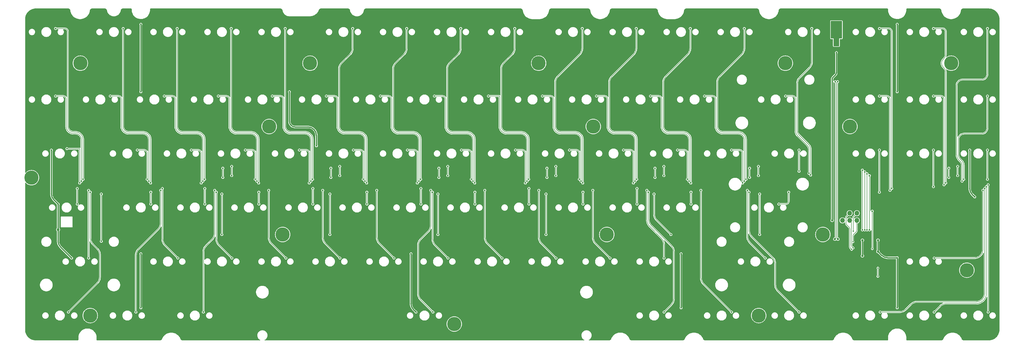
<source format=gbr>
%TF.GenerationSoftware,KiCad,Pcbnew,8.0.6*%
%TF.CreationDate,2024-11-23T19:51:20+07:00*%
%TF.ProjectId,Zellia80,5a656c6c-6961-4383-902e-6b696361645f,rev?*%
%TF.SameCoordinates,Original*%
%TF.FileFunction,Copper,L1,Top*%
%TF.FilePolarity,Positive*%
%FSLAX46Y46*%
G04 Gerber Fmt 4.6, Leading zero omitted, Abs format (unit mm)*
G04 Created by KiCad (PCBNEW 8.0.6) date 2024-11-23 19:51:20*
%MOMM*%
%LPD*%
G01*
G04 APERTURE LIST*
%TA.AperFunction,ComponentPad*%
%ADD10C,0.800000*%
%TD*%
%TA.AperFunction,ComponentPad*%
%ADD11C,5.000000*%
%TD*%
%TA.AperFunction,ComponentPad*%
%ADD12R,1.700000X1.700000*%
%TD*%
%TA.AperFunction,ComponentPad*%
%ADD13O,1.700000X1.700000*%
%TD*%
%TA.AperFunction,ViaPad*%
%ADD14C,1.000000*%
%TD*%
%TA.AperFunction,ViaPad*%
%ADD15C,0.600000*%
%TD*%
%TA.AperFunction,ViaPad*%
%ADD16C,0.800000*%
%TD*%
%TA.AperFunction,ViaPad*%
%ADD17C,0.500000*%
%TD*%
%TA.AperFunction,Conductor*%
%ADD18C,0.400000*%
%TD*%
%TA.AperFunction,Conductor*%
%ADD19C,0.200000*%
%TD*%
G04 APERTURE END LIST*
D10*
%TO.P,H16,1*%
%TO.N,N/C*%
X293431250Y-134547499D03*
X292882075Y-135873324D03*
X292882075Y-133221674D03*
X291556250Y-136422499D03*
D11*
X291556250Y-134547499D03*
D10*
X291556250Y-132672499D03*
X290230425Y-135873324D03*
X290230425Y-133221674D03*
X289681250Y-134547499D03*
%TD*%
%TO.P,H13,1*%
%TO.N,N/C*%
X338674622Y-74110009D03*
X338125447Y-75435834D03*
X338125447Y-72784184D03*
X336799622Y-75985009D03*
D11*
X336799622Y-74110009D03*
D10*
X336799622Y-72235009D03*
X335473797Y-75435834D03*
X335473797Y-72784184D03*
X334924622Y-74110009D03*
%TD*%
%TO.P,H14,1*%
%TO.N,N/C*%
X35065247Y-163122509D03*
X34516072Y-164448334D03*
X34516072Y-161796684D03*
X33190247Y-164997509D03*
D11*
X33190247Y-163122509D03*
D10*
X33190247Y-161247509D03*
X31864422Y-164448334D03*
X31864422Y-161796684D03*
X31315247Y-163122509D03*
%TD*%
%TO.P,H11,1*%
%TO.N,N/C*%
X212468750Y-96447499D03*
X211919575Y-97773324D03*
X211919575Y-95121674D03*
X210593750Y-98322499D03*
D11*
X210593750Y-96447499D03*
D10*
X210593750Y-94572499D03*
X209267925Y-97773324D03*
X209267925Y-95121674D03*
X208718750Y-96447499D03*
%TD*%
%TO.P,H5,1*%
%TO.N,N/C*%
X193199744Y-74110009D03*
X192650569Y-75435834D03*
X192650569Y-72784184D03*
X191324744Y-75985009D03*
D11*
X191324744Y-74110009D03*
D10*
X191324744Y-72235009D03*
X189998919Y-75435834D03*
X189998919Y-72784184D03*
X189449744Y-74110009D03*
%TD*%
D12*
%TO.P,J5,1,Pin_1*%
%TO.N,GND*%
X298450000Y-127019999D03*
D13*
%TO.P,J5,2,Pin_2*%
%TO.N,+3V3*%
X298450000Y-129559999D03*
%TO.P,J5,3,Pin_3*%
%TO.N,TX*%
X300990000Y-127019999D03*
%TO.P,J5,4,Pin_4*%
%TO.N,RX*%
X300990000Y-129559999D03*
%TO.P,J5,5,Pin_5*%
%TO.N,SWCLK*%
X303530000Y-127019999D03*
%TO.P,J5,6,Pin_6*%
%TO.N,SWDIO*%
X303530000Y-129559999D03*
%TD*%
D10*
%TO.P,H4,1*%
%TO.N,N/C*%
X14349622Y-114497509D03*
X13800447Y-115823334D03*
X13800447Y-113171684D03*
X12474622Y-116372509D03*
D11*
X12474622Y-114497509D03*
D10*
X12474622Y-112622509D03*
X11148797Y-115823334D03*
X11148797Y-113171684D03*
X10599622Y-114497509D03*
%TD*%
%TO.P,H10,1*%
%TO.N,N/C*%
X302956250Y-96447499D03*
X302407075Y-97773324D03*
X302407075Y-95121674D03*
X301081250Y-98322499D03*
D11*
X301081250Y-96447499D03*
D10*
X301081250Y-94572499D03*
X299755425Y-97773324D03*
X299755425Y-95121674D03*
X299206250Y-96447499D03*
%TD*%
%TO.P,H1,1*%
%TO.N,N/C*%
X112586744Y-74110009D03*
X112037569Y-75435834D03*
X112037569Y-72784184D03*
X110711744Y-75985009D03*
D11*
X110711744Y-74110009D03*
D10*
X110711744Y-72235009D03*
X109385919Y-75435834D03*
X109385919Y-72784184D03*
X108836744Y-74110009D03*
%TD*%
%TO.P,H18,1*%
%TO.N,N/C*%
X217231250Y-134547499D03*
X216682075Y-135873324D03*
X216682075Y-133221674D03*
X215356250Y-136422499D03*
D11*
X215356250Y-134547499D03*
D10*
X215356250Y-132672499D03*
X214030425Y-135873324D03*
X214030425Y-133221674D03*
X213481250Y-134547499D03*
%TD*%
%TO.P,H12,1*%
%TO.N,N/C*%
X31586744Y-74110009D03*
X31037569Y-75435834D03*
X31037569Y-72784184D03*
X29711744Y-75985009D03*
D11*
X29711744Y-74110009D03*
D10*
X29711744Y-72235009D03*
X28385919Y-75435834D03*
X28385919Y-72784184D03*
X27836744Y-74110009D03*
%TD*%
%TO.P,H17,1*%
%TO.N,N/C*%
X98168750Y-96447499D03*
X97619575Y-97773324D03*
X97619575Y-95121674D03*
X96293750Y-98322499D03*
D11*
X96293750Y-96447499D03*
D10*
X96293750Y-94572499D03*
X94967925Y-97773324D03*
X94967925Y-95121674D03*
X94418750Y-96447499D03*
%TD*%
%TO.P,H2,1*%
%TO.N,N/C*%
X280199744Y-74110009D03*
X279650569Y-75435834D03*
X279650569Y-72784184D03*
X278324744Y-75985009D03*
D11*
X278324744Y-74110009D03*
D10*
X278324744Y-72235009D03*
X276998919Y-75435834D03*
X276998919Y-72784184D03*
X276449744Y-74110009D03*
%TD*%
%TO.P,H3,1*%
%TO.N,N/C*%
X102931250Y-134547499D03*
X102382075Y-135873324D03*
X102382075Y-133221674D03*
X101056250Y-136422499D03*
D11*
X101056250Y-134547499D03*
D10*
X101056250Y-132672499D03*
X99730425Y-135873324D03*
X99730425Y-133221674D03*
X99181250Y-134547499D03*
%TD*%
%TO.P,H15,1*%
%TO.N,N/C*%
X270808997Y-163122509D03*
X270259822Y-164448334D03*
X270259822Y-161796684D03*
X268933997Y-164997509D03*
D11*
X268933997Y-163122509D03*
D10*
X268933997Y-161247509D03*
X267608172Y-164448334D03*
X267608172Y-161796684D03*
X267058997Y-163122509D03*
%TD*%
%TO.P,H8,1*%
%TO.N,N/C*%
X344199744Y-147122519D03*
X343650569Y-148448344D03*
X343650569Y-145796694D03*
X342324744Y-148997519D03*
D11*
X342324744Y-147122519D03*
D10*
X342324744Y-145247519D03*
X340998919Y-148448344D03*
X340998919Y-145796694D03*
X340449744Y-147122519D03*
%TD*%
%TO.P,H7,1*%
%TO.N,N/C*%
X163437500Y-166122499D03*
X162888325Y-167448324D03*
X162888325Y-164796674D03*
X161562500Y-167997499D03*
D11*
X161562500Y-166122499D03*
D10*
X161562500Y-164247499D03*
X160236675Y-167448324D03*
X160236675Y-164796674D03*
X159687500Y-166122499D03*
%TD*%
D14*
%TO.N,+3V3*%
X21856250Y-132847500D03*
D15*
%TO.N,GND*%
X17712500Y-89117499D03*
X79625000Y-65304999D03*
X146300000Y-127217499D03*
X84387500Y-108167499D03*
X51050000Y-127217499D03*
X123787500Y-114413124D03*
X246312500Y-89117499D03*
X78903125Y-114413124D03*
X313189411Y-134345588D03*
X327275000Y-165317499D03*
X255837500Y-108167499D03*
X151062500Y-89117499D03*
X304475000Y-144559999D03*
X308225000Y-165317499D03*
X252912500Y-138712499D03*
X24856250Y-127217499D03*
X198687500Y-108167499D03*
X184400000Y-127217499D03*
X93912500Y-89117499D03*
X41525000Y-65304999D03*
X108200000Y-127217499D03*
X60575000Y-146267499D03*
X346325000Y-65304999D03*
X116028125Y-114413124D03*
X315475000Y-140309999D03*
X65337500Y-108167499D03*
X189162500Y-89117499D03*
X308225000Y-108167499D03*
X203450000Y-127217499D03*
X232025000Y-146267499D03*
X212975000Y-146267499D03*
X279650000Y-108167499D03*
X70100000Y-165317499D03*
X284412500Y-65304999D03*
X22475000Y-165317499D03*
X269678125Y-114413124D03*
X141537500Y-108167499D03*
X236787500Y-108167499D03*
X346378125Y-114413124D03*
X346325000Y-89117499D03*
X33403125Y-113113124D03*
X79625000Y-146267499D03*
X141537500Y-65304999D03*
X160587500Y-108167499D03*
X193925000Y-146267499D03*
X46287500Y-165317499D03*
X258762500Y-138712499D03*
X132012500Y-89117499D03*
X260062500Y-138712499D03*
X98675000Y-146267499D03*
X241550000Y-65304999D03*
X308225000Y-139309999D03*
X77928125Y-114413124D03*
X122487500Y-65304999D03*
X327275000Y-108167499D03*
X222500000Y-127217499D03*
X272506250Y-127217499D03*
X85687500Y-114413124D03*
X231303125Y-114413124D03*
X217737500Y-108167499D03*
X346325000Y-108167499D03*
X98675000Y-65304999D03*
X203450000Y-65304999D03*
X230328125Y-114413124D03*
X117003125Y-114413124D03*
X174875000Y-146267499D03*
X165350000Y-127217499D03*
X155825000Y-146267499D03*
X151062500Y-165317499D03*
X346325000Y-165317499D03*
X308225000Y-89117499D03*
X251612500Y-138712499D03*
X170112500Y-89117499D03*
X60575000Y-65304999D03*
X127250000Y-127217499D03*
X39253125Y-114413124D03*
X270653125Y-114413124D03*
X327275000Y-146267499D03*
X227262500Y-89117499D03*
X192228125Y-114413124D03*
X232025000Y-165317499D03*
X255837500Y-165317499D03*
X327275000Y-65304999D03*
X103437500Y-108167499D03*
X269678125Y-113438124D03*
X339878125Y-114413124D03*
X17712500Y-65304999D03*
X252912500Y-137737499D03*
X160587500Y-65304999D03*
X267743750Y-146267499D03*
X70100000Y-127217499D03*
X258762500Y-137737499D03*
X193203125Y-114413124D03*
X46287500Y-108167499D03*
X241550000Y-127217499D03*
X161887500Y-114413124D03*
X279650000Y-165317499D03*
X302975000Y-135559999D03*
X154128125Y-114413124D03*
X179637500Y-65304999D03*
X308225000Y-65304999D03*
X327275000Y-89117499D03*
X112962500Y-89117499D03*
X122487500Y-108167499D03*
X89150000Y-127217499D03*
X155103125Y-114413124D03*
X238087500Y-114413124D03*
X179637500Y-108167499D03*
X55812500Y-89117499D03*
X199987500Y-114413124D03*
X36762500Y-89117499D03*
X117725000Y-146267499D03*
X136775000Y-146267499D03*
X22475000Y-108167499D03*
X345078125Y-114413124D03*
X208212500Y-89117499D03*
X222500000Y-65304999D03*
X74862500Y-89117499D03*
X260600000Y-65304999D03*
X29618750Y-146267499D03*
X274887500Y-89117499D03*
%TO.N,+3V3*%
X296318750Y-62397499D03*
X241550000Y-141342499D03*
X296318750Y-65397499D03*
X296318750Y-63147499D03*
X295568750Y-62397499D03*
X21856250Y-123792499D03*
X317750000Y-84192499D03*
X294818750Y-63897499D03*
X317750000Y-60379999D03*
X297818750Y-63897499D03*
X296318750Y-64647499D03*
X317750000Y-160392499D03*
X148062500Y-161892499D03*
X343325000Y-104742499D03*
X297068750Y-63147499D03*
X51050000Y-141342499D03*
D16*
X305475000Y-136559999D03*
D15*
X295568750Y-63147499D03*
X297818750Y-64647499D03*
X241550000Y-160392499D03*
X103437500Y-84192499D03*
X297068750Y-62397499D03*
X146300000Y-141342499D03*
X294818750Y-64647499D03*
X51050000Y-60379999D03*
D16*
X310975000Y-136559999D03*
X305475000Y-142059999D03*
D15*
X294818750Y-62397499D03*
X297068750Y-64647499D03*
X296318750Y-63897499D03*
X297068750Y-63897499D03*
D16*
X294818750Y-129559999D03*
D15*
X295568750Y-63897499D03*
X317750000Y-142747499D03*
X297818750Y-62397499D03*
X296318750Y-70397499D03*
X19475000Y-104742499D03*
X294818750Y-63147499D03*
D16*
X310975000Y-140559998D03*
D15*
X345091875Y-121263124D03*
X295568750Y-64647499D03*
X51050000Y-84192499D03*
X112962500Y-103242499D03*
X51050000Y-160392499D03*
X297818750Y-63147499D03*
D17*
%TO.N,SWCLK*%
X302260000Y-133369999D03*
%TO.N,SWDIO*%
X302175000Y-137109999D03*
D15*
%TO.N,31*%
X54550000Y-119613124D03*
X54550000Y-123792499D03*
%TO.N,43*%
X83125000Y-142842499D03*
X77700000Y-119613124D03*
%TO.N,NRST*%
X308975000Y-126309999D03*
D17*
X308975000Y-139559999D03*
D15*
%TO.N,44*%
X102175000Y-142842499D03*
X96150000Y-118963124D03*
%TO.N,46*%
X140275000Y-142842499D03*
X134250000Y-118963124D03*
%TO.N,47*%
X153900000Y-119613124D03*
X159325000Y-142842499D03*
%TO.N,48*%
X172350000Y-118963124D03*
X178375000Y-142842499D03*
%TO.N,312*%
X276006250Y-123792499D03*
X279506250Y-119613124D03*
%TO.N,411*%
X235525000Y-142842499D03*
X229500000Y-118963124D03*
%TO.N,49*%
X197425000Y-142842499D03*
X191400000Y-118963124D03*
%TO.N,10*%
X20962500Y-85692499D03*
X30075000Y-115713124D03*
%TO.N,20*%
X24975000Y-104242499D03*
X29475000Y-116363124D03*
%TO.N,30*%
X28606250Y-118313124D03*
X28606250Y-123792499D03*
%TO.N,40*%
X32618750Y-142842499D03*
X32618750Y-118963124D03*
%TO.N,410*%
X210450000Y-118963124D03*
X216475000Y-142842499D03*
%TO.N,11*%
X53887500Y-115713124D03*
X40262500Y-85692499D03*
%TO.N,21*%
X49787500Y-104742499D03*
X53287500Y-115063124D03*
%TO.N,12*%
X72937500Y-115713124D03*
X59312500Y-85692499D03*
%TO.N,22*%
X72337500Y-116363124D03*
X68837500Y-104742499D03*
%TO.N,32*%
X73600000Y-118313124D03*
X73600000Y-123792499D03*
%TO.N,42*%
X58650000Y-118313124D03*
X64075000Y-142842499D03*
%TO.N,13*%
X78362500Y-85692499D03*
X91987500Y-115713124D03*
%TO.N,23*%
X91387500Y-115063124D03*
X87887500Y-104742499D03*
%TO.N,33*%
X92650000Y-119613124D03*
X92650000Y-123792499D03*
%TO.N,14*%
X97412500Y-85692499D03*
X111037500Y-115713124D03*
%TO.N,24*%
X110437500Y-116363124D03*
X106937500Y-104742499D03*
%TO.N,34*%
X111700000Y-118313124D03*
X111700000Y-123792499D03*
%TO.N,15*%
X116462500Y-85692499D03*
X130087500Y-115713124D03*
%TO.N,25*%
X125987500Y-104742499D03*
X129487500Y-115063124D03*
%TO.N,35*%
X130750000Y-123792499D03*
X130750000Y-119613124D03*
%TO.N,45*%
X121225000Y-142842499D03*
X115200000Y-118963124D03*
%TO.N,16*%
X149137500Y-115713124D03*
X135512500Y-85692499D03*
%TO.N,26*%
X145037500Y-104742499D03*
X148537500Y-116363124D03*
%TO.N,36*%
X149800000Y-123792499D03*
X149800000Y-118313124D03*
%TO.N,17*%
X154562500Y-85692499D03*
X168187500Y-115713124D03*
%TO.N,27*%
X164087500Y-104742499D03*
X167587500Y-115063124D03*
%TO.N,37*%
X168850000Y-123792499D03*
X168850000Y-119613124D03*
%TO.N,18*%
X187237500Y-115713124D03*
X173612500Y-85692499D03*
%TO.N,28*%
X183137500Y-104742499D03*
X186637500Y-116363124D03*
%TO.N,38*%
X187900000Y-123792499D03*
X187900000Y-118313124D03*
%TO.N,19*%
X192662500Y-85692499D03*
X206287500Y-115713124D03*
%TO.N,29*%
X205687500Y-115063124D03*
X202187500Y-104742499D03*
%TO.N,39*%
X206950000Y-119613124D03*
X206950000Y-123792499D03*
%TO.N,110*%
X225337500Y-115713124D03*
X211712500Y-85692499D03*
%TO.N,210*%
X224737500Y-116363124D03*
X221237500Y-104742499D03*
%TO.N,310*%
X226000000Y-118313124D03*
X226000000Y-123792499D03*
%TO.N,111*%
X230762500Y-85692499D03*
X244387500Y-115713124D03*
%TO.N,211*%
X243787500Y-115063124D03*
X240287500Y-104742499D03*
%TO.N,311*%
X245050000Y-119613124D03*
X245050000Y-123792499D03*
%TO.N,112*%
X249812500Y-85692499D03*
X263837500Y-115713124D03*
%TO.N,212*%
X263237500Y-116363124D03*
X259337500Y-104742499D03*
%TO.N,113*%
X278387500Y-85692499D03*
X286650000Y-112972499D03*
%TO.N,413*%
X348025000Y-118963124D03*
X330775000Y-142842499D03*
%TO.N,511*%
X230100000Y-119613124D03*
X235525000Y-161892499D03*
%TO.N,412*%
X264906250Y-118963124D03*
X271243750Y-142842499D03*
%TO.N,50*%
X25475000Y-161892499D03*
X33218750Y-119613124D03*
%TO.N,51*%
X58050000Y-118963124D03*
X49287500Y-161892499D03*
%TO.N,52*%
X77100000Y-118963124D03*
X73100000Y-161892499D03*
%TO.N,512*%
X259337500Y-161892499D03*
X248550000Y-118963124D03*
%TO.N,513*%
X283150000Y-161892499D03*
X265506250Y-119613124D03*
%TO.N,55*%
X153300000Y-118963124D03*
X154062500Y-161892499D03*
%TO.N,00*%
X30675000Y-115063124D03*
X20962500Y-61879999D03*
%TO.N,01*%
X54487500Y-116363124D03*
X44775000Y-61879999D03*
%TO.N,02*%
X73537500Y-115063124D03*
X63825000Y-61879999D03*
%TO.N,03*%
X92587500Y-116363124D03*
X82875000Y-61879999D03*
%TO.N,04*%
X111637500Y-115063124D03*
X101925000Y-61879999D03*
%TO.N,05*%
X125737500Y-61879999D03*
X130687500Y-116363124D03*
%TO.N,06*%
X144787500Y-61879999D03*
X149737500Y-115063124D03*
%TO.N,07*%
X163837500Y-61879999D03*
X168787500Y-116363124D03*
%TO.N,08*%
X182887500Y-61879999D03*
X187837500Y-115063124D03*
%TO.N,09*%
X206700000Y-61879999D03*
X206887500Y-116363124D03*
%TO.N,010*%
X225937500Y-115063124D03*
X225750000Y-61879999D03*
%TO.N,011*%
X244987500Y-116363124D03*
X244800000Y-61879999D03*
%TO.N,012*%
X263850000Y-61879999D03*
X264437500Y-115063124D03*
%TO.N,013*%
X287250000Y-113572499D03*
X287662500Y-61879999D03*
%TO.N,S1*%
X83087500Y-110513124D03*
X197387500Y-110513124D03*
X305475000Y-132909999D03*
X339071875Y-110513124D03*
X197387500Y-113763124D03*
X121187500Y-113763124D03*
X235487500Y-110513124D03*
X235487500Y-113763124D03*
X268825000Y-110513124D03*
X339071875Y-113763124D03*
X121187500Y-110513124D03*
X159287500Y-110513124D03*
X159287500Y-113763124D03*
X268825000Y-113763124D03*
X83087500Y-113763124D03*
X305475000Y-111813124D03*
%TO.N,S0*%
X232362500Y-114413124D03*
X232362500Y-111163124D03*
X306325000Y-112463124D03*
X265700000Y-111163124D03*
X79962500Y-114413124D03*
X156162500Y-111163124D03*
X194262500Y-111163124D03*
X79962500Y-111163124D03*
X156162500Y-114413124D03*
X194262500Y-114413124D03*
X265700000Y-114413124D03*
X306325000Y-132910537D03*
X118062500Y-111163124D03*
X335946875Y-111163124D03*
X118062500Y-114413124D03*
X335946875Y-114413124D03*
%TO.N,S2*%
X307975000Y-132909999D03*
X307975000Y-113763124D03*
%TO.N,S3*%
X307125000Y-113113124D03*
X307125000Y-132909999D03*
%TO.N,213*%
X283150000Y-112222499D03*
X283150000Y-104742499D03*
%TO.N,014*%
X311475000Y-61879999D03*
X315825000Y-118313124D03*
%TO.N,114*%
X315225000Y-118963124D03*
X311475000Y-85692499D03*
%TO.N,214*%
X311475000Y-119613124D03*
X311475000Y-104742499D03*
%TO.N,514*%
X348625000Y-118313124D03*
X311725000Y-161892499D03*
%TO.N,015*%
X330525000Y-61879999D03*
X334875000Y-116363124D03*
%TO.N,115*%
X334275000Y-117013124D03*
X330525000Y-85692499D03*
%TO.N,215*%
X330525000Y-117663124D03*
X330525000Y-104742499D03*
%TO.N,515*%
X330775000Y-161892499D03*
X349225000Y-117663124D03*
%TO.N,016*%
X340634375Y-115713124D03*
X349575000Y-61879999D03*
%TO.N,116*%
X349575000Y-85692499D03*
X341234375Y-115063124D03*
%TO.N,216*%
X349575000Y-104742499D03*
X349575000Y-115063124D03*
%TO.N,516*%
X349825000Y-117013124D03*
X349825000Y-161892499D03*
%TO.N,ADC4_IN2*%
X269262500Y-134547499D03*
X269262500Y-120263124D03*
%TO.N,ADC4_IN1*%
X237978125Y-134547499D03*
X232025000Y-120263124D03*
%TO.N,ADC2_IN2*%
X117725000Y-134547499D03*
X117725000Y-120263124D03*
%TO.N,ADC3_IN2*%
X193925000Y-134547499D03*
X193925000Y-120259999D03*
%TO.N,ADC3_IN1*%
X155825000Y-120263124D03*
X155825000Y-134547499D03*
%TO.N,ADC1_IN2*%
X37090625Y-120263124D03*
X37090625Y-136928749D03*
%TO.N,ADC2_IN1*%
X79625000Y-120259999D03*
X79625000Y-134547499D03*
%TO.N,D-*%
X295893750Y-80631036D03*
D16*
X295793750Y-136166249D03*
D15*
%TO.N,D+*%
X296743750Y-80631036D03*
D16*
X296843750Y-136166249D03*
D17*
%TO.N,TX*%
X301697500Y-139819999D03*
%TO.N,RX*%
X302247500Y-139267499D03*
%TO.N,CAPSLOCK*%
X310975000Y-146370000D03*
X310967500Y-149307500D03*
D15*
%TO.N,+3V3*%
X26618750Y-142842499D03*
%TD*%
D18*
%TO.N,+3V3*%
X21856250Y-132847500D02*
X21856250Y-136837358D01*
X21856250Y-123792499D02*
X21856250Y-132847500D01*
X310975000Y-140559998D02*
X310975000Y-136559999D01*
X112962500Y-99606249D02*
X112962500Y-103242499D01*
X19475000Y-104742499D02*
X19475000Y-120168608D01*
X146300000Y-141342499D02*
X146300000Y-158887358D01*
X51050000Y-60379999D02*
X51050000Y-84192499D01*
X295111643Y-79104606D02*
X296025857Y-78190392D01*
X314405142Y-142747499D02*
X317750000Y-142747499D01*
X20353680Y-122289929D02*
X21856250Y-123792499D01*
X317750000Y-142747499D02*
X317750000Y-160392499D01*
X310975000Y-140559998D02*
X312283822Y-141868820D01*
X343325000Y-118253608D02*
X343325000Y-104742499D01*
X296318750Y-77483285D02*
X296318750Y-70397499D01*
X345091875Y-121263124D02*
X344203679Y-120374928D01*
X147178680Y-161008679D02*
X148062500Y-161892499D01*
X105437500Y-96606249D02*
X109962500Y-96606249D01*
X241550000Y-160392499D02*
X241550000Y-141342499D01*
X294818750Y-129559999D02*
X294818750Y-79811713D01*
X317750000Y-60379999D02*
X317750000Y-84192499D01*
X305475000Y-142059999D02*
X305475000Y-136559999D01*
X22734930Y-138958679D02*
X26618750Y-142842499D01*
X51050000Y-141342499D02*
X51050000Y-160392499D01*
X103437500Y-84192499D02*
X103437500Y-94606249D01*
X344203679Y-120374928D02*
G75*
G02*
X343324994Y-118253608I2121321J2121328D01*
G01*
X109962500Y-96606249D02*
G75*
G02*
X112962551Y-99606249I0J-3000051D01*
G01*
X19475000Y-120168608D02*
G75*
G03*
X20353684Y-122289925I3000000J8D01*
G01*
X314405142Y-142747499D02*
G75*
G02*
X312283801Y-141868841I-42J2999999D01*
G01*
X296025857Y-78190392D02*
G75*
G03*
X296318754Y-77483285I-707057J707092D01*
G01*
X21856250Y-136837358D02*
G75*
G03*
X22734929Y-138958680I3000000J-2D01*
G01*
X105437500Y-96606249D02*
G75*
G02*
X103437551Y-94606249I0J1999949D01*
G01*
X294818750Y-79811713D02*
G75*
G02*
X295111647Y-79104610I999950J13D01*
G01*
X147178680Y-161008679D02*
G75*
G02*
X146300029Y-158887358I2121320J2121279D01*
G01*
D19*
%TO.N,SWCLK*%
X303530000Y-127019999D02*
X302552893Y-127997106D01*
X302260000Y-128704213D02*
X302260000Y-133369999D01*
X302552893Y-127997106D02*
G75*
G03*
X302260009Y-128704213I707107J-707094D01*
G01*
%TO.N,SWDIO*%
X303530000Y-129559999D02*
X303530000Y-132955785D01*
X303237107Y-133662892D02*
X302467893Y-134432106D01*
X302175000Y-135139213D02*
X302175000Y-137109999D01*
X302175000Y-135139213D02*
G75*
G02*
X302467887Y-134432100I1000000J13D01*
G01*
X303237107Y-133662892D02*
G75*
G03*
X303529990Y-132955785I-707107J707092D01*
G01*
%TO.N,31*%
X54550000Y-123792499D02*
X54550000Y-119613124D01*
%TO.N,43*%
X77700000Y-119613124D02*
X77700000Y-136174858D01*
X78578680Y-138296179D02*
X83125000Y-142842499D01*
X78578680Y-138296179D02*
G75*
G02*
X77700029Y-136174858I2121320J2121279D01*
G01*
%TO.N,NRST*%
X308975000Y-139559999D02*
X308975000Y-126309999D01*
%TO.N,44*%
X96150000Y-118963124D02*
X96150000Y-135574858D01*
X97028680Y-137696179D02*
X102175000Y-142842499D01*
X97028680Y-137696179D02*
G75*
G02*
X96150029Y-135574858I2121320J2121279D01*
G01*
%TO.N,46*%
X134250000Y-118963124D02*
X134250000Y-135574858D01*
X135128680Y-137696179D02*
X140275000Y-142842499D01*
X135128680Y-137696179D02*
G75*
G02*
X134250029Y-135574858I2121320J2121279D01*
G01*
%TO.N,47*%
X153900000Y-119613124D02*
X153900000Y-136174858D01*
X154778680Y-138296179D02*
X159325000Y-142842499D01*
X153900000Y-136174858D02*
G75*
G03*
X154778659Y-138296200I3000000J-42D01*
G01*
%TO.N,48*%
X172350000Y-118963124D02*
X172350000Y-135574858D01*
X173228680Y-137696179D02*
X178375000Y-142842499D01*
X173228680Y-137696179D02*
G75*
G02*
X172350029Y-135574858I2121320J2121279D01*
G01*
%TO.N,312*%
X279506250Y-122792499D02*
X279506250Y-119613124D01*
X276006250Y-123792499D02*
X278506250Y-123792499D01*
X278506250Y-123792499D02*
G75*
G03*
X279506299Y-122792499I50J999999D01*
G01*
%TO.N,411*%
X230554416Y-131787853D02*
X234646321Y-135879758D01*
X229500000Y-118963124D02*
X229500000Y-129242268D01*
X235525000Y-142842499D02*
X235525000Y-138001078D01*
X230554416Y-131787853D02*
G75*
G02*
X229500023Y-129242268I2545584J2545553D01*
G01*
X234646321Y-135879758D02*
G75*
G02*
X235525016Y-138001078I-2121321J-2121342D01*
G01*
%TO.N,49*%
X192278680Y-137696179D02*
X197425000Y-142842499D01*
X191400000Y-118963124D02*
X191400000Y-135574858D01*
X192278680Y-137696179D02*
G75*
G02*
X191400029Y-135574858I2121320J2121279D01*
G01*
%TO.N,10*%
X30075000Y-100972499D02*
X30075000Y-115713124D01*
X20962500Y-85692499D02*
X23712500Y-85692499D01*
X24712500Y-86692499D02*
X24712500Y-96372499D01*
X27312500Y-98972499D02*
X28075000Y-98972499D01*
X28075000Y-98972499D02*
G75*
G02*
X30075001Y-100972499I0J-2000001D01*
G01*
X24712500Y-96372499D02*
G75*
G03*
X27312500Y-98972500I2600000J-1D01*
G01*
X23712500Y-85692499D02*
G75*
G02*
X24712501Y-86692499I0J-1000001D01*
G01*
%TO.N,20*%
X24975000Y-104242499D02*
X29475000Y-104242499D01*
X29475000Y-104242499D02*
X29475000Y-116363124D01*
%TO.N,30*%
X28606250Y-123792499D02*
X28606250Y-118313124D01*
%TO.N,40*%
X32618750Y-142842499D02*
X32618750Y-118963124D01*
%TO.N,410*%
X210450000Y-118963124D02*
X210450000Y-135574858D01*
X211328680Y-137696179D02*
X216475000Y-142842499D01*
X211328680Y-137696179D02*
G75*
G02*
X210450029Y-135574858I2121320J2121279D01*
G01*
%TO.N,11*%
X51887500Y-98972499D02*
X46775000Y-98972499D01*
X53887500Y-115713124D02*
X53887500Y-100972499D01*
X44175000Y-96372499D02*
X44175000Y-86692499D01*
X43175000Y-85692499D02*
X40262500Y-85692499D01*
X46775000Y-98972499D02*
G75*
G02*
X44175001Y-96372499I0J2599999D01*
G01*
X53887500Y-100972499D02*
G75*
G03*
X51887500Y-98972500I-2000000J-1D01*
G01*
X43175000Y-85692499D02*
G75*
G02*
X44175001Y-86692499I0J-1000001D01*
G01*
%TO.N,21*%
X52287500Y-104742499D02*
X49787500Y-104742499D01*
X53287500Y-115063124D02*
X53287500Y-105742499D01*
X52287500Y-104742499D02*
G75*
G02*
X53287501Y-105742499I0J-1000001D01*
G01*
%TO.N,12*%
X62225000Y-85692499D02*
X59312500Y-85692499D01*
X70937500Y-98972499D02*
X65825000Y-98972499D01*
X63225000Y-96372499D02*
X63225000Y-86692499D01*
X72937500Y-115713124D02*
X72937500Y-100972499D01*
X70937500Y-98972499D02*
G75*
G02*
X72937501Y-100972499I0J-2000001D01*
G01*
X62225000Y-85692499D02*
G75*
G02*
X63225001Y-86692499I0J-1000001D01*
G01*
X65825000Y-98972499D02*
G75*
G02*
X63225001Y-96372499I0J2599999D01*
G01*
%TO.N,22*%
X71337500Y-104742499D02*
X68837500Y-104742499D01*
X72337500Y-116363124D02*
X72337500Y-105742499D01*
X72337500Y-105742499D02*
G75*
G03*
X71337500Y-104742500I-1000000J-1D01*
G01*
%TO.N,32*%
X73600000Y-123792499D02*
X73600000Y-118313124D01*
%TO.N,42*%
X59528680Y-138296179D02*
X64075000Y-142842499D01*
X58650000Y-118313124D02*
X58650000Y-136174858D01*
X58650000Y-136174858D02*
G75*
G03*
X59528659Y-138296200I3000000J-42D01*
G01*
%TO.N,13*%
X91987500Y-115713124D02*
X91987500Y-100972499D01*
X81275000Y-85692499D02*
X78362500Y-85692499D01*
X89987500Y-98972499D02*
X84875000Y-98972499D01*
X82275000Y-96372499D02*
X82275000Y-86692499D01*
X82275000Y-86692499D02*
G75*
G03*
X81275000Y-85692500I-1000000J-1D01*
G01*
X82275000Y-96372499D02*
G75*
G03*
X84875000Y-98972500I2600000J-1D01*
G01*
X89987500Y-98972499D02*
G75*
G02*
X91987501Y-100972499I0J-2000001D01*
G01*
%TO.N,23*%
X90387500Y-104742499D02*
X87887500Y-104742499D01*
X91387500Y-115063124D02*
X91387500Y-105742499D01*
X90387500Y-104742499D02*
G75*
G02*
X91387501Y-105742499I0J-1000001D01*
G01*
%TO.N,33*%
X92650000Y-123792499D02*
X92650000Y-119613124D01*
%TO.N,14*%
X101325000Y-96372499D02*
X101325000Y-86692499D01*
X100325000Y-85692499D02*
X97412500Y-85692499D01*
X111037500Y-115713124D02*
X111037500Y-100972499D01*
X109037500Y-98972499D02*
X103925000Y-98972499D01*
X101325000Y-86692499D02*
G75*
G03*
X100325000Y-85692500I-1000000J-1D01*
G01*
X101325000Y-96372499D02*
G75*
G03*
X103925000Y-98972500I2600000J-1D01*
G01*
X109037500Y-98972499D02*
G75*
G02*
X111037501Y-100972499I0J-2000001D01*
G01*
%TO.N,24*%
X110437500Y-116363124D02*
X110437500Y-105742499D01*
X109437500Y-104742499D02*
X106937500Y-104742499D01*
X110437500Y-105742499D02*
G75*
G03*
X109437500Y-104742500I-1000000J-1D01*
G01*
%TO.N,34*%
X111700000Y-118313124D02*
X111700000Y-123792499D01*
%TO.N,15*%
X120375000Y-96372499D02*
X120375000Y-86692499D01*
X119375000Y-85692499D02*
X116462500Y-85692499D01*
X130087500Y-115713124D02*
X130087500Y-100972499D01*
X128087500Y-98972499D02*
X122975000Y-98972499D01*
X130087500Y-100972499D02*
G75*
G03*
X128087500Y-98972500I-2000000J-1D01*
G01*
X122975000Y-98972499D02*
G75*
G02*
X120375001Y-96372499I0J2599999D01*
G01*
X120375000Y-86692499D02*
G75*
G03*
X119375000Y-85692500I-1000000J-1D01*
G01*
%TO.N,25*%
X128487500Y-104742499D02*
X125987500Y-104742499D01*
X129487500Y-115063124D02*
X129487500Y-105742499D01*
X128487500Y-104742499D02*
G75*
G02*
X129487501Y-105742499I0J-1000001D01*
G01*
%TO.N,35*%
X130750000Y-119613124D02*
X130750000Y-123792499D01*
%TO.N,45*%
X121225000Y-142842499D02*
X116078679Y-137696178D01*
X115200000Y-135574858D02*
X115200000Y-118963124D01*
X116078679Y-137696178D02*
G75*
G02*
X115200029Y-135574858I2121321J2121278D01*
G01*
%TO.N,16*%
X139425000Y-96372499D02*
X139425000Y-86692499D01*
X138425000Y-85692499D02*
X135512500Y-85692499D01*
X149137500Y-115713124D02*
X149137500Y-100972499D01*
X147137500Y-98972499D02*
X142025000Y-98972499D01*
X142025000Y-98972499D02*
G75*
G02*
X139425001Y-96372499I0J2599999D01*
G01*
X138425000Y-85692499D02*
G75*
G02*
X139425001Y-86692499I0J-1000001D01*
G01*
X149137500Y-100972499D02*
G75*
G03*
X147137500Y-98972500I-2000000J-1D01*
G01*
%TO.N,26*%
X148537500Y-116363124D02*
X148537500Y-105742499D01*
X147537500Y-104742499D02*
X145037500Y-104742499D01*
X147537500Y-104742499D02*
G75*
G02*
X148537501Y-105742499I0J-1000001D01*
G01*
%TO.N,36*%
X149800000Y-118313124D02*
X149800000Y-123792499D01*
%TO.N,17*%
X157475000Y-85692499D02*
X154562500Y-85692499D01*
X168187500Y-115713124D02*
X168187500Y-100972499D01*
X158475000Y-96372499D02*
X158475000Y-86692499D01*
X166187500Y-98972499D02*
X161075000Y-98972499D01*
X158475000Y-86692499D02*
G75*
G03*
X157475000Y-85692500I-1000000J-1D01*
G01*
X168187500Y-100972499D02*
G75*
G03*
X166187500Y-98972500I-2000000J-1D01*
G01*
X158475000Y-96372499D02*
G75*
G03*
X161075000Y-98972500I2600000J-1D01*
G01*
%TO.N,27*%
X166587500Y-104742499D02*
X164087500Y-104742499D01*
X167587500Y-115063124D02*
X167587500Y-105742499D01*
X167587500Y-105742499D02*
G75*
G03*
X166587500Y-104742500I-1000000J-1D01*
G01*
%TO.N,37*%
X168850000Y-119613124D02*
X168850000Y-123792499D01*
%TO.N,18*%
X187237500Y-115713124D02*
X187237500Y-100972499D01*
X177525000Y-85692499D02*
X173612500Y-85692499D01*
X177525000Y-96372499D02*
X177525000Y-85692499D01*
X185237500Y-98972499D02*
X180125000Y-98972499D01*
X180125000Y-98972499D02*
G75*
G02*
X177525001Y-96372499I0J2599999D01*
G01*
X187237500Y-100972499D02*
G75*
G03*
X185237500Y-98972500I-2000000J-1D01*
G01*
%TO.N,28*%
X185637500Y-104742499D02*
X183137500Y-104742499D01*
X186637500Y-116363124D02*
X186637500Y-105742499D01*
X186637500Y-105742499D02*
G75*
G03*
X185637500Y-104742500I-1000000J-1D01*
G01*
%TO.N,38*%
X187900000Y-118313124D02*
X187900000Y-123792499D01*
%TO.N,19*%
X196575000Y-96372499D02*
X196575000Y-86692499D01*
X195575000Y-85692499D02*
X192662500Y-85692499D01*
X204287500Y-98972499D02*
X199175000Y-98972499D01*
X206287500Y-115713124D02*
X206287500Y-100972499D01*
X195575000Y-85692499D02*
G75*
G02*
X196575001Y-86692499I0J-1000001D01*
G01*
X204287500Y-98972499D02*
G75*
G02*
X206287501Y-100972499I0J-2000001D01*
G01*
X199175000Y-98972499D02*
G75*
G02*
X196575001Y-96372499I0J2599999D01*
G01*
%TO.N,29*%
X205687500Y-115063124D02*
X205687500Y-105742499D01*
X204687500Y-104742499D02*
X202187500Y-104742499D01*
X205687500Y-105742499D02*
G75*
G03*
X204687500Y-104742500I-1000000J-1D01*
G01*
%TO.N,39*%
X206950000Y-119613124D02*
X206950000Y-123792499D01*
%TO.N,110*%
X215625000Y-96372499D02*
X215625000Y-86692499D01*
X223337500Y-98972499D02*
X218225000Y-98972499D01*
X214625000Y-85692499D02*
X211712500Y-85692499D01*
X225337500Y-115713124D02*
X225337500Y-100972499D01*
X223337500Y-98972499D02*
G75*
G02*
X225337501Y-100972499I0J-2000001D01*
G01*
X215625000Y-86692499D02*
G75*
G03*
X214625000Y-85692500I-1000000J-1D01*
G01*
X218225000Y-98972499D02*
G75*
G02*
X215625001Y-96372499I0J2599999D01*
G01*
%TO.N,210*%
X223737500Y-104742499D02*
X221237500Y-104742499D01*
X224737500Y-116363124D02*
X224737500Y-105742499D01*
X223737500Y-104742499D02*
G75*
G02*
X224737501Y-105742499I0J-1000001D01*
G01*
%TO.N,310*%
X226000000Y-118313124D02*
X226000000Y-123792499D01*
%TO.N,111*%
X234675000Y-96372499D02*
X234675000Y-86692499D01*
X242387500Y-98972499D02*
X237275000Y-98972499D01*
X244387500Y-115713124D02*
X244387500Y-100972499D01*
X233675000Y-85692499D02*
X230762500Y-85692499D01*
X234675000Y-96372499D02*
G75*
G03*
X237275000Y-98972500I2600000J-1D01*
G01*
X234675000Y-86692499D02*
G75*
G03*
X233675000Y-85692500I-1000000J-1D01*
G01*
X242387500Y-98972499D02*
G75*
G02*
X244387501Y-100972499I0J-2000001D01*
G01*
%TO.N,211*%
X242787500Y-104742499D02*
X240287500Y-104742499D01*
X243787500Y-115063124D02*
X243787500Y-105742499D01*
X242787500Y-104742499D02*
G75*
G02*
X243787501Y-105742499I0J-1000001D01*
G01*
%TO.N,311*%
X245050000Y-119613124D02*
X245050000Y-123792499D01*
%TO.N,112*%
X252725000Y-85692499D02*
X249812500Y-85692499D01*
X261837500Y-98972499D02*
X256325000Y-98972499D01*
X253725000Y-96372499D02*
X253725000Y-86692499D01*
X263837500Y-115713124D02*
X263837500Y-100972499D01*
X263837500Y-100972499D02*
G75*
G03*
X261837500Y-98972500I-2000000J-1D01*
G01*
X253725000Y-96372499D02*
G75*
G03*
X256325000Y-98972500I2600000J-1D01*
G01*
X252725000Y-85692499D02*
G75*
G02*
X253725001Y-86692499I0J-1000001D01*
G01*
%TO.N,212*%
X263237500Y-116363124D02*
X263237500Y-105742499D01*
X262237500Y-104742499D02*
X259337500Y-104742499D01*
X263237500Y-105742499D02*
G75*
G03*
X262237500Y-104742500I-1000000J-1D01*
G01*
%TO.N,113*%
X286064213Y-103149212D02*
X282649022Y-99734021D01*
X280887500Y-85692499D02*
X278387500Y-85692499D01*
X286650000Y-112972499D02*
X286650000Y-104563426D01*
X281887500Y-97895544D02*
X281887500Y-86692499D01*
X280887500Y-85692499D02*
G75*
G02*
X281887501Y-86692499I0J-1000001D01*
G01*
X286650000Y-104563426D02*
G75*
G03*
X286064226Y-103149199I-2000000J26D01*
G01*
X282649022Y-99734021D02*
G75*
G02*
X281887469Y-97895544I1838478J1838521D01*
G01*
%TO.N,413*%
X348025000Y-118963124D02*
X348025000Y-139842499D01*
X345025000Y-142842499D02*
X330775000Y-142842499D01*
X345025000Y-142842499D02*
G75*
G03*
X348024999Y-139842499I0J2999999D01*
G01*
%TO.N,511*%
X230100000Y-119613124D02*
X230100000Y-129242267D01*
X238146320Y-159271179D02*
X235525000Y-161892499D01*
X239025000Y-140652549D02*
X239025000Y-157149858D01*
X230978680Y-131363588D02*
X238146321Y-138531229D01*
X238146320Y-159271179D02*
G75*
G03*
X239024971Y-157149858I-2121320J2121279D01*
G01*
X230100000Y-129242267D02*
G75*
G03*
X230978664Y-131363604I3000000J-33D01*
G01*
X239025000Y-140652549D02*
G75*
G03*
X238146345Y-138531205I-3000000J49D01*
G01*
%TO.N,412*%
X271243750Y-142842499D02*
X265784929Y-137383678D01*
X264906250Y-135262358D02*
X264906250Y-118963124D01*
X265784929Y-137383678D02*
G75*
G02*
X264906265Y-135262358I2121271J2121278D01*
G01*
%TO.N,50*%
X36618750Y-149506108D02*
X36618750Y-141715140D01*
X25475000Y-161892499D02*
X35740071Y-151627428D01*
X35740070Y-139593819D02*
X34097429Y-137951178D01*
X33218750Y-135829858D02*
X33218750Y-119613124D01*
X36618750Y-141715140D02*
G75*
G03*
X35740100Y-139593789I-3000050J40D01*
G01*
X34097429Y-137951178D02*
G75*
G02*
X33218765Y-135829858I2121271J2121278D01*
G01*
X36618750Y-149506108D02*
G75*
G02*
X35740056Y-151627413I-2999950J8D01*
G01*
%TO.N,51*%
X57171320Y-132701179D02*
X50166179Y-139706320D01*
X49287500Y-141827640D02*
X49287500Y-161892499D01*
X58050000Y-118963124D02*
X58050000Y-130579858D01*
X58050000Y-130579858D02*
G75*
G02*
X57171341Y-132701200I-3000000J-42D01*
G01*
X49287500Y-141827640D02*
G75*
G02*
X50166159Y-139706300I3000000J40D01*
G01*
%TO.N,52*%
X76221320Y-136276179D02*
X73978679Y-138518820D01*
X77100000Y-118963124D02*
X77100000Y-134154858D01*
X73100000Y-140640140D02*
X73100000Y-161892499D01*
X73100000Y-140640140D02*
G75*
G02*
X73978659Y-138518800I3000000J40D01*
G01*
X76221320Y-136276179D02*
G75*
G03*
X77099971Y-134154858I-2121320J2121279D01*
G01*
%TO.N,512*%
X249428680Y-151983679D02*
X259337500Y-161892499D01*
X248550000Y-118963124D02*
X248550000Y-149862358D01*
X248550000Y-149862358D02*
G75*
G03*
X249428659Y-151983700I3000000J-42D01*
G01*
%TO.N,513*%
X274743750Y-152243608D02*
X274743750Y-144807728D01*
X273865070Y-142686407D02*
X266384929Y-135206266D01*
X265506250Y-133084946D02*
X265506250Y-119613124D01*
X283150000Y-161892499D02*
X275622429Y-154364928D01*
X266384929Y-135206266D02*
G75*
G02*
X265506203Y-133084946I2121271J2121366D01*
G01*
X273865070Y-142686407D02*
G75*
G02*
X274743745Y-144807728I-2121270J-2121293D01*
G01*
X274743750Y-152243608D02*
G75*
G03*
X275622444Y-154364913I2999950J8D01*
G01*
%TO.N,55*%
X149703680Y-157533679D02*
X154062500Y-161892499D01*
X152421320Y-133476179D02*
X149703679Y-136193820D01*
X148825000Y-138315140D02*
X148825000Y-155412358D01*
X153300000Y-118963124D02*
X153300000Y-131354858D01*
X148825000Y-155412358D02*
G75*
G03*
X149703659Y-157533700I3000000J-42D01*
G01*
X152421320Y-133476179D02*
G75*
G03*
X153299971Y-131354858I-2121320J2121279D01*
G01*
X148825000Y-138315140D02*
G75*
G02*
X149703659Y-136193800I3000000J40D01*
G01*
%TO.N,00*%
X30675000Y-115063124D02*
X30675000Y-100972499D01*
X24312500Y-61879999D02*
X20962500Y-61879999D01*
X25312500Y-96372499D02*
X25312500Y-62879999D01*
X28075000Y-98372499D02*
X27312500Y-98372499D01*
X27312500Y-98372499D02*
G75*
G02*
X25312501Y-96372499I0J1999999D01*
G01*
X24312500Y-61879999D02*
G75*
G02*
X25312501Y-62879999I0J-1000001D01*
G01*
X30675000Y-100972499D02*
G75*
G03*
X28075000Y-98372500I-2600000J-1D01*
G01*
%TO.N,01*%
X44775000Y-61879999D02*
X44775000Y-96372499D01*
X46775000Y-98372499D02*
X51887500Y-98372499D01*
X54487500Y-100972499D02*
X54487500Y-116363124D01*
X51887500Y-98372499D02*
G75*
G02*
X54487501Y-100972499I0J-2600001D01*
G01*
X46775000Y-98372499D02*
G75*
G02*
X44775001Y-96372499I0J1999999D01*
G01*
%TO.N,02*%
X70937500Y-98372499D02*
X65825000Y-98372499D01*
X63825000Y-96372499D02*
X63825000Y-61879999D01*
X73537500Y-115063124D02*
X73537500Y-100972499D01*
X65825000Y-98372499D02*
G75*
G02*
X63825001Y-96372499I0J1999999D01*
G01*
X70937500Y-98372499D02*
G75*
G02*
X73537501Y-100972499I0J-2600001D01*
G01*
%TO.N,03*%
X82875000Y-61879999D02*
X82875000Y-96372499D01*
X84875000Y-98372499D02*
X89987500Y-98372499D01*
X92587500Y-100972499D02*
X92587500Y-116363124D01*
X89987500Y-98372499D02*
G75*
G02*
X92587501Y-100972499I0J-2600001D01*
G01*
X84875000Y-98372499D02*
G75*
G02*
X82875001Y-96372499I0J1999999D01*
G01*
%TO.N,04*%
X101925000Y-61879999D02*
X101925000Y-96372499D01*
X111637500Y-100972499D02*
X111637500Y-115063124D01*
X103925000Y-98372499D02*
X109037500Y-98372499D01*
X111637500Y-100972499D02*
G75*
G03*
X109037500Y-98372500I-2600000J-1D01*
G01*
X101925000Y-96372499D02*
G75*
G03*
X103925000Y-98372500I2000000J-1D01*
G01*
%TO.N,05*%
X121853680Y-73993819D02*
X124858821Y-70988678D01*
X120975000Y-96372499D02*
X120975000Y-76115140D01*
X125737500Y-68867358D02*
X125737500Y-61879999D01*
X128087500Y-98372499D02*
X122975000Y-98372499D01*
X130687500Y-116363124D02*
X130687500Y-100972499D01*
X122975000Y-98372499D02*
G75*
G02*
X120975001Y-96372499I0J1999999D01*
G01*
X125737500Y-68867358D02*
G75*
G02*
X124858842Y-70988699I-3000000J-42D01*
G01*
X128087500Y-98372499D02*
G75*
G02*
X130687501Y-100972499I0J-2600001D01*
G01*
X121853680Y-73993819D02*
G75*
G03*
X120975028Y-76115140I2121320J-2121281D01*
G01*
%TO.N,06*%
X140025000Y-96372499D02*
X140025000Y-76115140D01*
X144787500Y-68867358D02*
X144787500Y-61879999D01*
X149737500Y-100972499D02*
X149737500Y-115063124D01*
X142025000Y-98372499D02*
X147137500Y-98372499D01*
X140903680Y-73993819D02*
X143908821Y-70988678D01*
X140903680Y-73993819D02*
G75*
G03*
X140025028Y-76115140I2121320J-2121281D01*
G01*
X142025000Y-98372499D02*
G75*
G02*
X140025001Y-96372499I0J1999999D01*
G01*
X147137500Y-98372499D02*
G75*
G02*
X149737501Y-100972499I0J-2600001D01*
G01*
X143908821Y-70988678D02*
G75*
G03*
X144787471Y-68867358I-2121321J2121278D01*
G01*
%TO.N,07*%
X159075000Y-76115140D02*
X159075000Y-96372499D01*
X168787500Y-100972499D02*
X168787500Y-116363124D01*
X162958820Y-70988679D02*
X159953679Y-73993820D01*
X161075000Y-98372499D02*
X166187500Y-98372499D01*
X163837500Y-61879999D02*
X163837500Y-68867358D01*
X166187500Y-98372499D02*
G75*
G02*
X168787501Y-100972499I0J-2600001D01*
G01*
X163837500Y-68867358D02*
G75*
G02*
X162958841Y-70988700I-3000000J-42D01*
G01*
X161075000Y-98372499D02*
G75*
G02*
X159075001Y-96372499I0J1999999D01*
G01*
X159953679Y-73993820D02*
G75*
G03*
X159075028Y-76115140I2121321J-2121280D01*
G01*
%TO.N,08*%
X178125000Y-76115140D02*
X178125000Y-96372499D01*
X182008820Y-70988679D02*
X179003679Y-73993820D01*
X180125000Y-98372499D02*
X185237500Y-98372499D01*
X187837500Y-100972499D02*
X187837500Y-115063124D01*
X182887500Y-61879999D02*
X182887500Y-68867358D01*
X182887500Y-68867358D02*
G75*
G02*
X182008841Y-70988700I-3000000J-42D01*
G01*
X187837500Y-100972499D02*
G75*
G03*
X185237500Y-98372500I-2600000J-1D01*
G01*
X180125000Y-98372499D02*
G75*
G02*
X178125001Y-96372499I0J1999999D01*
G01*
X178125000Y-76115140D02*
G75*
G02*
X179003659Y-73993800I3000000J40D01*
G01*
%TO.N,09*%
X197175000Y-80877640D02*
X197175000Y-96372499D01*
X206700000Y-61879999D02*
X206700000Y-68867358D01*
X206887500Y-100972499D02*
X206887500Y-116363124D01*
X205821320Y-70988679D02*
X198053679Y-78756320D01*
X199175000Y-98372499D02*
X204287500Y-98372499D01*
X205821320Y-70988679D02*
G75*
G03*
X206699971Y-68867358I-2121320J2121279D01*
G01*
X204287500Y-98372499D02*
G75*
G02*
X206887501Y-100972499I0J-2600001D01*
G01*
X198053679Y-78756320D02*
G75*
G03*
X197175028Y-80877640I2121321J-2121280D01*
G01*
X199175000Y-98372499D02*
G75*
G02*
X197175001Y-96372499I0J1999999D01*
G01*
%TO.N,010*%
X216225000Y-80877640D02*
X216225000Y-96372499D01*
X224871320Y-70988679D02*
X217103679Y-78756320D01*
X218225000Y-98372499D02*
X223337500Y-98372499D01*
X225750000Y-61879999D02*
X225750000Y-68867358D01*
X225937500Y-100972499D02*
X225937500Y-115063124D01*
X225937500Y-100972499D02*
G75*
G03*
X223337500Y-98372500I-2600000J-1D01*
G01*
X217103679Y-78756320D02*
G75*
G03*
X216225028Y-80877640I2121321J-2121280D01*
G01*
X225750000Y-68867358D02*
G75*
G02*
X224871341Y-70988700I-3000000J-42D01*
G01*
X218225000Y-98372499D02*
G75*
G02*
X216225001Y-96372499I0J1999999D01*
G01*
%TO.N,011*%
X237275000Y-98372499D02*
X242387500Y-98372499D01*
X244800000Y-61879999D02*
X244800000Y-68867358D01*
X235275000Y-80877640D02*
X235275000Y-96372499D01*
X243921320Y-70988679D02*
X236153679Y-78756320D01*
X244987500Y-100972499D02*
X244987500Y-116363124D01*
X244800000Y-68867358D02*
G75*
G02*
X243921341Y-70988700I-3000000J-42D01*
G01*
X236153679Y-78756320D02*
G75*
G03*
X235275028Y-80877640I2121321J-2121280D01*
G01*
X237275000Y-98372499D02*
G75*
G02*
X235275001Y-96372499I0J1999999D01*
G01*
X244987500Y-100972499D02*
G75*
G03*
X242387500Y-98372500I-2600000J-1D01*
G01*
%TO.N,012*%
X254325000Y-96372499D02*
X254325000Y-80877640D01*
X264437500Y-115063124D02*
X264437500Y-100972499D01*
X261837500Y-98372499D02*
X256325000Y-98372499D01*
X263850000Y-68867358D02*
X263850000Y-61879999D01*
X255203680Y-78756319D02*
X262971321Y-70988678D01*
X262971321Y-70988678D02*
G75*
G03*
X263849971Y-68867358I-2121321J2121278D01*
G01*
X254325000Y-96372499D02*
G75*
G03*
X256325000Y-98372500I2000000J-1D01*
G01*
X261837500Y-98372499D02*
G75*
G02*
X264437501Y-100972499I0J-2600001D01*
G01*
X254325000Y-80877640D02*
G75*
G02*
X255203660Y-78756299I3000000J40D01*
G01*
%TO.N,013*%
X283073287Y-99309756D02*
X286488478Y-102724947D01*
X287662500Y-61879999D02*
X287662500Y-73629858D01*
X282487500Y-81290140D02*
X282487500Y-97895542D01*
X287250000Y-104563424D02*
X287250000Y-113572499D01*
X286783820Y-75751179D02*
X283366179Y-79168820D01*
X287662500Y-73629858D02*
G75*
G02*
X286783841Y-75751200I-3000000J-42D01*
G01*
X286488478Y-102724947D02*
G75*
G02*
X287249983Y-104563424I-1838478J-1838453D01*
G01*
X282487500Y-97895542D02*
G75*
G03*
X283073308Y-99309735I2000000J42D01*
G01*
X282487500Y-81290140D02*
G75*
G02*
X283366159Y-79168800I3000000J40D01*
G01*
%TO.N,S1*%
X121187500Y-113763124D02*
X121187500Y-110513124D01*
X268825000Y-113763124D02*
X268825000Y-110513124D01*
X83087500Y-113763124D02*
X83087500Y-110513124D01*
X235487500Y-113763124D02*
X235487500Y-110513124D01*
X339071875Y-113763124D02*
X339071875Y-110513124D01*
X305475000Y-132909999D02*
X305475000Y-111813124D01*
X159287500Y-113763124D02*
X159287500Y-110513124D01*
X197387500Y-113763124D02*
X197387500Y-110513124D01*
%TO.N,S0*%
X118062500Y-114413124D02*
X118062500Y-111163124D01*
X156162500Y-114413124D02*
X156162500Y-111163124D01*
X194262500Y-114413124D02*
X194262500Y-111163124D01*
X79962500Y-114413124D02*
X79962500Y-111163124D01*
X265700000Y-111163124D02*
X265700000Y-114413124D01*
X335946875Y-114413124D02*
X335946875Y-111163124D01*
X306325000Y-132910537D02*
X306325000Y-112463124D01*
X232362500Y-114413124D02*
X232362500Y-111163124D01*
%TO.N,S2*%
X307975000Y-132909999D02*
X307975000Y-113763124D01*
%TO.N,S3*%
X307125000Y-132909999D02*
X307125000Y-113113124D01*
%TO.N,213*%
X283150000Y-104742499D02*
X283150000Y-112222499D01*
%TO.N,014*%
X311475000Y-61879999D02*
X314825000Y-61879999D01*
X315825000Y-62879999D02*
X315825000Y-118313124D01*
X314825000Y-61879999D02*
G75*
G02*
X315825001Y-62879999I0J-1000001D01*
G01*
%TO.N,114*%
X311475000Y-85692499D02*
X314225000Y-85692499D01*
X315225000Y-86692499D02*
X315225000Y-118963124D01*
X314225000Y-85692499D02*
G75*
G02*
X315225001Y-86692499I0J-1000001D01*
G01*
%TO.N,214*%
X311475000Y-104742499D02*
X311475000Y-119613124D01*
%TO.N,514*%
X345625000Y-158292499D02*
X324697641Y-158292499D01*
X318612359Y-161892499D02*
X311725000Y-161892499D01*
X322576320Y-159171179D02*
X320733679Y-161013820D01*
X348625000Y-118313124D02*
X348625000Y-155292499D01*
X345625000Y-158292499D02*
G75*
G03*
X348624999Y-155292499I0J2999999D01*
G01*
X322576320Y-159171179D02*
G75*
G02*
X324697641Y-158292528I2121280J-2121321D01*
G01*
X318612359Y-161892499D02*
G75*
G03*
X320733699Y-161013840I41J2999999D01*
G01*
%TO.N,015*%
X333988836Y-72695795D02*
X334289214Y-72395417D01*
X334289213Y-75824600D02*
X333988835Y-75524222D01*
X333875000Y-61879999D02*
X330525000Y-61879999D01*
X334875000Y-70981204D02*
X334875000Y-62879999D01*
X334875000Y-116363124D02*
X334875000Y-77238814D01*
X334289213Y-75824600D02*
G75*
G02*
X334874990Y-77238814I-1414213J-1414200D01*
G01*
X334875000Y-62879999D02*
G75*
G03*
X333875000Y-61880000I-1000000J-1D01*
G01*
X333988836Y-72695795D02*
G75*
G03*
X333988844Y-75524213I1414164J-1414205D01*
G01*
X334875000Y-70981204D02*
G75*
G02*
X334289212Y-72395415I-2000000J4D01*
G01*
%TO.N,115*%
X333275000Y-85692499D02*
X330525000Y-85692499D01*
X334275000Y-117013124D02*
X334275000Y-86692499D01*
X334275000Y-86692499D02*
G75*
G03*
X333275000Y-85692500I-1000000J-1D01*
G01*
%TO.N,215*%
X330525000Y-104742499D02*
X330525000Y-117663124D01*
%TO.N,515*%
X335017641Y-158892499D02*
X345625000Y-158892499D01*
X349225000Y-155292499D02*
X349225000Y-117663124D01*
X330775000Y-161892499D02*
X332896321Y-159771178D01*
X335017641Y-158892499D02*
G75*
G03*
X332896300Y-159771157I-41J-3000001D01*
G01*
X345625000Y-158892499D02*
G75*
G03*
X349224999Y-155292499I0J3599999D01*
G01*
%TO.N,016*%
X349575000Y-61879999D02*
X349575000Y-77922499D01*
X338725000Y-81922499D02*
X338725000Y-106412824D01*
X339486523Y-108251302D02*
X340048589Y-108813368D01*
X340634375Y-110227581D02*
X340634375Y-115713124D01*
X347575000Y-79922499D02*
X340725000Y-79922499D01*
X349575000Y-77922499D02*
G75*
G02*
X347575000Y-79922500I-2000000J-1D01*
G01*
X340634375Y-110227581D02*
G75*
G03*
X340048574Y-108813383I-1999975J-19D01*
G01*
X338725000Y-81922499D02*
G75*
G02*
X340725000Y-79922500I2000000J-1D01*
G01*
X338725000Y-106412824D02*
G75*
G03*
X339486535Y-108251290I2600000J24D01*
G01*
%TO.N,116*%
X349575000Y-96972499D02*
X349575000Y-85692499D01*
X341234375Y-115063124D02*
X341234375Y-110227579D01*
X341325000Y-98972499D02*
X347575000Y-98972499D01*
X339325000Y-106412822D02*
X339325000Y-100972499D01*
X340472852Y-108389101D02*
X339910786Y-107827035D01*
X341234375Y-110227579D02*
G75*
G03*
X340472836Y-108389117I-2599975J-21D01*
G01*
X347575000Y-98972499D02*
G75*
G03*
X349574999Y-96972499I0J1999999D01*
G01*
X339325000Y-106412822D02*
G75*
G03*
X339910797Y-107827024I2000000J22D01*
G01*
X341325000Y-98972499D02*
G75*
G03*
X339324999Y-100972499I0J-2000001D01*
G01*
%TO.N,216*%
X349575000Y-104742499D02*
X349575000Y-115063124D01*
%TO.N,516*%
X349825000Y-161892499D02*
X349825000Y-117013124D01*
%TO.N,ADC4_IN2*%
X269262500Y-120263124D02*
X269262500Y-134547499D01*
X269262500Y-134547499D02*
X269256250Y-134541249D01*
%TO.N,ADC4_IN1*%
X232025000Y-127351733D02*
X232025000Y-120263124D01*
X237978125Y-134547499D02*
X232903679Y-129473053D01*
X232025000Y-127351733D02*
G75*
G03*
X232903696Y-129473036I3000000J33D01*
G01*
%TO.N,ADC2_IN2*%
X117725000Y-134547499D02*
X117725000Y-120263124D01*
%TO.N,ADC3_IN2*%
X193925000Y-134547499D02*
X193925000Y-120259999D01*
%TO.N,ADC3_IN1*%
X155825000Y-134547499D02*
X155825000Y-120263124D01*
%TO.N,ADC1_IN2*%
X37090625Y-136928749D02*
X37090625Y-120263124D01*
%TO.N,ADC2_IN1*%
X79625000Y-134547499D02*
X79625000Y-120259999D01*
%TO.N,D-*%
X295893750Y-80631036D02*
X296093750Y-80831036D01*
X296093750Y-80831036D02*
X296093750Y-135866249D01*
X296093750Y-135866249D02*
X295793750Y-136166249D01*
%TO.N,D+*%
X296543750Y-80831036D02*
X296543750Y-135866249D01*
X296743750Y-80631036D02*
X296543750Y-80831036D01*
X296543750Y-135866249D02*
X296843750Y-136166249D01*
%TO.N,TX*%
X299720000Y-130475785D02*
X299720000Y-128704213D01*
X300012893Y-127997106D02*
X300990000Y-127019999D01*
X301697500Y-139819999D02*
X301367893Y-139490392D01*
X300782107Y-131952106D02*
X300012893Y-131182892D01*
X301075000Y-138783285D02*
X301075000Y-132659213D01*
X301075000Y-132659213D02*
G75*
G03*
X300782113Y-131952100I-1000000J13D01*
G01*
X299720000Y-130475785D02*
G75*
G03*
X300012886Y-131182899I1000000J-15D01*
G01*
X301367893Y-139490392D02*
G75*
G02*
X301075010Y-138783285I707107J707092D01*
G01*
X299720000Y-128704213D02*
G75*
G02*
X300012887Y-127997100I1000000J13D01*
G01*
%TO.N,RX*%
X301625000Y-138230785D02*
X301625000Y-130609213D01*
X301332107Y-129902106D02*
X300990000Y-129559999D01*
X302247500Y-139267499D02*
X301917893Y-138937892D01*
X301625000Y-138230785D02*
G75*
G03*
X301917886Y-138937899I1000000J-15D01*
G01*
X301625000Y-130609213D02*
G75*
G03*
X301332113Y-129902100I-1000000J13D01*
G01*
%TO.N,CAPSLOCK*%
X310975000Y-149300000D02*
X310975000Y-146370000D01*
X310967500Y-149307500D02*
X310975000Y-149300000D01*
%TD*%
%TA.AperFunction,Conductor*%
%TO.N,GND*%
G36*
X38256548Y-54813500D02*
G01*
X38274897Y-54813500D01*
X38274899Y-54813501D01*
X38308505Y-54813500D01*
X38321026Y-54814134D01*
X38329814Y-54815026D01*
X38462929Y-54828538D01*
X38487456Y-54833569D01*
X38617553Y-54874315D01*
X38640571Y-54884175D01*
X38759815Y-54950233D01*
X38780385Y-54964520D01*
X38789329Y-54972180D01*
X38883919Y-55053196D01*
X38901202Y-55071330D01*
X38984801Y-55179007D01*
X38998085Y-55200244D01*
X39058333Y-55322516D01*
X39067079Y-55345990D01*
X39103264Y-55484546D01*
X39105815Y-55496826D01*
X39112624Y-55540618D01*
X39112644Y-55540698D01*
X39127996Y-55639375D01*
X39127998Y-55639384D01*
X39210795Y-55930019D01*
X39210796Y-55930020D01*
X39232051Y-55980194D01*
X39328676Y-56208290D01*
X39479849Y-56469968D01*
X39479853Y-56469973D01*
X39479854Y-56469975D01*
X39662022Y-56711086D01*
X39783551Y-56836366D01*
X39872446Y-56928004D01*
X40107922Y-57117424D01*
X40270944Y-57218331D01*
X40364873Y-57276471D01*
X40364885Y-57276478D01*
X40639443Y-57402758D01*
X40927435Y-57494350D01*
X41224498Y-57549866D01*
X41526131Y-57568465D01*
X41827764Y-57549866D01*
X42124827Y-57494349D01*
X42412819Y-57402757D01*
X42687376Y-57276477D01*
X42944340Y-57117423D01*
X43179815Y-56928003D01*
X43390235Y-56711089D01*
X43544226Y-56507272D01*
X43572407Y-56469973D01*
X43572410Y-56469968D01*
X43572412Y-56469966D01*
X43723585Y-56208289D01*
X43841464Y-55930021D01*
X43924262Y-55639378D01*
X43939130Y-55543807D01*
X43939140Y-55543775D01*
X43941982Y-55525505D01*
X43946529Y-55496259D01*
X43949080Y-55483986D01*
X43952250Y-55471851D01*
X43973177Y-55391723D01*
X43985126Y-55345975D01*
X43993869Y-55322506D01*
X44054127Y-55200218D01*
X44067406Y-55178993D01*
X44151018Y-55071306D01*
X44168292Y-55053182D01*
X44271841Y-54964500D01*
X44292400Y-54950221D01*
X44411667Y-54884158D01*
X44434680Y-54874301D01*
X44564780Y-54833561D01*
X44589316Y-54828529D01*
X44731242Y-54814131D01*
X44743750Y-54813499D01*
X44777350Y-54813502D01*
X44777351Y-54813501D01*
X44789918Y-54813502D01*
X44789957Y-54813499D01*
X47540248Y-54813499D01*
X47559650Y-54815026D01*
X47581717Y-54818521D01*
X47623165Y-54825088D01*
X47660056Y-54837076D01*
X47708549Y-54861786D01*
X47739932Y-54884589D01*
X47778418Y-54923076D01*
X47801220Y-54954460D01*
X47825927Y-55002951D01*
X47837914Y-55039845D01*
X47847993Y-55103477D01*
X47849520Y-55122876D01*
X47849520Y-55508546D01*
X47887042Y-55853561D01*
X47961648Y-56192500D01*
X47976489Y-56236545D01*
X48072463Y-56521386D01*
X48072465Y-56521391D01*
X48072467Y-56521396D01*
X48218181Y-56836353D01*
X48218188Y-56836366D01*
X48397096Y-57133715D01*
X48397106Y-57133730D01*
X48397110Y-57133736D01*
X48530333Y-57308988D01*
X48603879Y-57405737D01*
X48607137Y-57410022D01*
X48806386Y-57620366D01*
X48845805Y-57661980D01*
X49110306Y-57886650D01*
X49110309Y-57886652D01*
X49110315Y-57886657D01*
X49397566Y-58081418D01*
X49397570Y-58081420D01*
X49397573Y-58081422D01*
X49520121Y-58146393D01*
X49704191Y-58243981D01*
X49704195Y-58243982D01*
X49704200Y-58243985D01*
X49922512Y-58330968D01*
X49958643Y-58345364D01*
X50026597Y-58372439D01*
X50026604Y-58372441D01*
X50193590Y-58418804D01*
X50360997Y-58465284D01*
X50361008Y-58465285D01*
X50361009Y-58465286D01*
X50703462Y-58521429D01*
X50703466Y-58521429D01*
X50703477Y-58521431D01*
X51005672Y-58537815D01*
X51050017Y-58540220D01*
X51050020Y-58540220D01*
X51050023Y-58540220D01*
X51092553Y-58537913D01*
X51396563Y-58521431D01*
X51396574Y-58521429D01*
X51396577Y-58521429D01*
X51633629Y-58482565D01*
X51739043Y-58465284D01*
X52073446Y-58372438D01*
X52395849Y-58243981D01*
X52702474Y-58081418D01*
X52989725Y-57886657D01*
X53254235Y-57661980D01*
X53492903Y-57410022D01*
X53702930Y-57133736D01*
X53708699Y-57124149D01*
X53818534Y-56941600D01*
X53881854Y-56836362D01*
X54027577Y-56521386D01*
X54138391Y-56192501D01*
X54212997Y-55853563D01*
X54250520Y-55508545D01*
X54250520Y-55335019D01*
X54250520Y-55295137D01*
X54250520Y-55270473D01*
X54250519Y-55270469D01*
X54250519Y-55122755D01*
X54252046Y-55103356D01*
X54255990Y-55078455D01*
X54262105Y-55039845D01*
X54274091Y-55002958D01*
X54298804Y-54954458D01*
X54321603Y-54923080D01*
X54360090Y-54884595D01*
X54391472Y-54861796D01*
X54439967Y-54837089D01*
X54476859Y-54825102D01*
X54540507Y-54815024D01*
X54559893Y-54813499D01*
X54589894Y-54813501D01*
X54589895Y-54813500D01*
X54601704Y-54813501D01*
X54601737Y-54813499D01*
X100219561Y-54813499D01*
X100232089Y-54814133D01*
X100373993Y-54828545D01*
X100398526Y-54833578D01*
X100428694Y-54843028D01*
X100528627Y-54874329D01*
X100551648Y-54884190D01*
X100670900Y-54950248D01*
X100691472Y-54964535D01*
X100795026Y-55053217D01*
X100812307Y-55071347D01*
X100895924Y-55179025D01*
X100909206Y-55200251D01*
X100969463Y-55322501D01*
X100969480Y-55322536D01*
X100978227Y-55346003D01*
X100990173Y-55391711D01*
X101011164Y-55472034D01*
X101014182Y-55483580D01*
X101016740Y-55495892D01*
X101020705Y-55521406D01*
X101020706Y-55521414D01*
X101038063Y-55633151D01*
X101094211Y-55834149D01*
X101115976Y-55912062D01*
X101207420Y-56134246D01*
X101226192Y-56179858D01*
X101367175Y-56432807D01*
X101536963Y-56667393D01*
X101733197Y-56880354D01*
X101841895Y-56973445D01*
X101953150Y-57068728D01*
X102193751Y-57229886D01*
X102451656Y-57361589D01*
X102477932Y-57371303D01*
X102723261Y-57462000D01*
X102723276Y-57462005D01*
X103004832Y-57529735D01*
X103292404Y-57563838D01*
X103292406Y-57563837D01*
X103292407Y-57563838D01*
X103435705Y-57563801D01*
X103495427Y-57563801D01*
X103495443Y-57563798D01*
X110559942Y-57563500D01*
X110589936Y-57563508D01*
X110589936Y-57563509D01*
X110764054Y-57563560D01*
X110764054Y-57563559D01*
X110764058Y-57563560D01*
X111110522Y-57528515D01*
X111281110Y-57493640D01*
X111451699Y-57458766D01*
X111621606Y-57405739D01*
X111784118Y-57355020D01*
X111784118Y-57355019D01*
X111784121Y-57355019D01*
X112104408Y-57218331D01*
X112409306Y-57050090D01*
X112695715Y-56852006D01*
X112960726Y-56626093D01*
X113201644Y-56374645D01*
X113416022Y-56100218D01*
X113571456Y-55853564D01*
X113601679Y-55805604D01*
X113601679Y-55805603D01*
X113601680Y-55805602D01*
X113756732Y-55493791D01*
X113815916Y-55336723D01*
X113820911Y-55325259D01*
X113884218Y-55197945D01*
X113897521Y-55176835D01*
X113981178Y-55069745D01*
X113998443Y-55051726D01*
X114101859Y-54963570D01*
X114122386Y-54949374D01*
X114241367Y-54883724D01*
X114264323Y-54873928D01*
X114394039Y-54833449D01*
X114418488Y-54828451D01*
X114560157Y-54814126D01*
X114572614Y-54813499D01*
X114606053Y-54813503D01*
X114606055Y-54813501D01*
X114617848Y-54813503D01*
X114617901Y-54813499D01*
X124003719Y-54813499D01*
X124037310Y-54813499D01*
X124049854Y-54814135D01*
X124126679Y-54821947D01*
X124191989Y-54828588D01*
X124216563Y-54833637D01*
X124346853Y-54874515D01*
X124369907Y-54884409D01*
X124489296Y-54950674D01*
X124509888Y-54965006D01*
X124613493Y-55053945D01*
X124630779Y-55072129D01*
X124714364Y-55180107D01*
X124727635Y-55201398D01*
X124787770Y-55323982D01*
X124796485Y-55347510D01*
X124832157Y-55485267D01*
X124834684Y-55497558D01*
X124837020Y-55512794D01*
X124856709Y-55641211D01*
X124856710Y-55641213D01*
X124856712Y-55641224D01*
X124938858Y-55931897D01*
X124938859Y-55931901D01*
X124938860Y-55931905D01*
X124938861Y-55931906D01*
X125056161Y-56210282D01*
X125206825Y-56472109D01*
X125243946Y-56521395D01*
X125388561Y-56713403D01*
X125598617Y-56930507D01*
X125833780Y-57120102D01*
X125833786Y-57120106D01*
X126090489Y-57279320D01*
X126090493Y-57279322D01*
X126090495Y-57279323D01*
X126364850Y-57405743D01*
X126652676Y-57497441D01*
X126949599Y-57553023D01*
X127175728Y-57566988D01*
X127251103Y-57571644D01*
X127251105Y-57571644D01*
X127251107Y-57571644D01*
X127337249Y-57566323D01*
X127552611Y-57553021D01*
X127849534Y-57497438D01*
X128137360Y-57405739D01*
X128142888Y-57403192D01*
X128344485Y-57310297D01*
X128411715Y-57279318D01*
X128668427Y-57120097D01*
X128903595Y-56930496D01*
X129113644Y-56713397D01*
X129295381Y-56472100D01*
X129446044Y-56210273D01*
X129447234Y-56207450D01*
X129563338Y-55931906D01*
X129563338Y-55931904D01*
X129563342Y-55931896D01*
X129645493Y-55641200D01*
X129667427Y-55498136D01*
X129669953Y-55485854D01*
X129705784Y-55347533D01*
X129714498Y-55324014D01*
X129766229Y-55218576D01*
X129774644Y-55201423D01*
X129787908Y-55180146D01*
X129871502Y-55072166D01*
X129888781Y-55053991D01*
X129992401Y-54965045D01*
X130012977Y-54950725D01*
X130132381Y-54884453D01*
X130155414Y-54874569D01*
X130285717Y-54833686D01*
X130310280Y-54828639D01*
X130452857Y-54814135D01*
X130465406Y-54813499D01*
X184934891Y-54813499D01*
X184947755Y-54814167D01*
X185093257Y-54829345D01*
X185118387Y-54834640D01*
X185251492Y-54877490D01*
X185274992Y-54887849D01*
X185396330Y-54957156D01*
X185396406Y-54957199D01*
X185417270Y-54972180D01*
X185521798Y-55065062D01*
X185539128Y-55084020D01*
X185622232Y-55196385D01*
X185622272Y-55196438D01*
X185635322Y-55218557D01*
X185688579Y-55334895D01*
X185693524Y-55345697D01*
X185701739Y-55370034D01*
X185733919Y-55512747D01*
X185736093Y-55525418D01*
X185741449Y-55570578D01*
X185741471Y-55570676D01*
X185756471Y-55696949D01*
X185756472Y-55696957D01*
X185835258Y-56046600D01*
X185949840Y-56386198D01*
X186098990Y-56712104D01*
X186098999Y-56712120D01*
X186281102Y-57020811D01*
X186281109Y-57020822D01*
X186494209Y-57308983D01*
X186634080Y-57462000D01*
X186736032Y-57573535D01*
X187003954Y-57811607D01*
X187295098Y-58020643D01*
X187606331Y-58198393D01*
X187934301Y-58342943D01*
X187934308Y-58342946D01*
X188275479Y-58452738D01*
X188275486Y-58452740D01*
X188626192Y-58526598D01*
X188626193Y-58526598D01*
X188626207Y-58526601D01*
X188982693Y-58563731D01*
X189109571Y-58563780D01*
X189109777Y-58563800D01*
X189122016Y-58563800D01*
X189122018Y-58563801D01*
X189160384Y-58563800D01*
X189160463Y-58563801D01*
X189161900Y-58563801D01*
X189253136Y-58563801D01*
X189253145Y-58563800D01*
X191494432Y-58563800D01*
X191495290Y-58563879D01*
X191546157Y-58563857D01*
X191546157Y-58563858D01*
X191725364Y-58563780D01*
X191725371Y-58563779D01*
X191725376Y-58563779D01*
X192081840Y-58526637D01*
X192081842Y-58526636D01*
X192081847Y-58526636D01*
X192432564Y-58452763D01*
X192773742Y-58342956D01*
X193101710Y-58198397D01*
X193412938Y-58020642D01*
X193412972Y-58020618D01*
X193704067Y-57811610D01*
X193704067Y-57811609D01*
X193704078Y-57811602D01*
X193971997Y-57573528D01*
X194213812Y-57308981D01*
X194426922Y-57020807D01*
X194609033Y-56712107D01*
X194758186Y-56386203D01*
X194872776Y-56046602D01*
X194872812Y-56046445D01*
X194916279Y-55853558D01*
X194951570Y-55696957D01*
X194966520Y-55571122D01*
X194966579Y-55570857D01*
X194968047Y-55558452D01*
X194971958Y-55525378D01*
X194974129Y-55512709D01*
X195006280Y-55369972D01*
X195014489Y-55345636D01*
X195072669Y-55218490D01*
X195085722Y-55196362D01*
X195168858Y-55083935D01*
X195186188Y-55064976D01*
X195189359Y-55062159D01*
X195255859Y-55003066D01*
X195290706Y-54972101D01*
X195311577Y-54957116D01*
X195331633Y-54945662D01*
X195432992Y-54887776D01*
X195456494Y-54877417D01*
X195589605Y-54834586D01*
X195614735Y-54829295D01*
X195760088Y-54814164D01*
X195772919Y-54813499D01*
X195806537Y-54813502D01*
X195806538Y-54813501D01*
X195819105Y-54813502D01*
X195819144Y-54813499D01*
X208691058Y-54813499D01*
X208691062Y-54813500D01*
X208715725Y-54813500D01*
X208749163Y-54813500D01*
X208762010Y-54814167D01*
X208770122Y-54815012D01*
X208907520Y-54829324D01*
X208932659Y-54834618D01*
X208932728Y-54834641D01*
X209065756Y-54877452D01*
X209089263Y-54887812D01*
X209210681Y-54957156D01*
X209231535Y-54972129D01*
X209336063Y-55065012D01*
X209353394Y-55083973D01*
X209436531Y-55196394D01*
X209449584Y-55218522D01*
X209507766Y-55345655D01*
X209515980Y-55369998D01*
X209548150Y-55512764D01*
X209550330Y-55525505D01*
X209570532Y-55696882D01*
X209649061Y-56046784D01*
X209763437Y-56386662D01*
X209912429Y-56712852D01*
X210094427Y-57021834D01*
X210094429Y-57021836D01*
X210094431Y-57021839D01*
X210306516Y-57308986D01*
X210307478Y-57310288D01*
X210307485Y-57310297D01*
X210547876Y-57573564D01*
X210549290Y-57575112D01*
X210817245Y-57813436D01*
X210933731Y-57897141D01*
X211108452Y-58022693D01*
X211108454Y-58022694D01*
X211108461Y-58022699D01*
X211419801Y-58200648D01*
X211747911Y-58345363D01*
X212089254Y-58455286D01*
X212440153Y-58529233D01*
X212722477Y-58558657D01*
X212796825Y-58566407D01*
X212796827Y-58566407D01*
X213155435Y-58566407D01*
X213212073Y-58560503D01*
X213512107Y-58529233D01*
X213863006Y-58455286D01*
X214204349Y-58345363D01*
X214532458Y-58200648D01*
X214843799Y-58022700D01*
X215135015Y-57813436D01*
X215402970Y-57575112D01*
X215644777Y-57310295D01*
X215857829Y-57021839D01*
X216039831Y-56712851D01*
X216188823Y-56386662D01*
X216303199Y-56046785D01*
X216381727Y-55696882D01*
X216401939Y-55525418D01*
X216404116Y-55512699D01*
X216436272Y-55369987D01*
X216444484Y-55345649D01*
X216444486Y-55345645D01*
X216502675Y-55218493D01*
X216515720Y-55196380D01*
X216515723Y-55196377D01*
X216554592Y-55143815D01*
X216598862Y-55083950D01*
X216616194Y-55064988D01*
X216616208Y-55064976D01*
X216720712Y-54972109D01*
X216741573Y-54957130D01*
X216862998Y-54887777D01*
X216886499Y-54877418D01*
X217019610Y-54834575D01*
X217044742Y-54829282D01*
X217139061Y-54819454D01*
X217189801Y-54814167D01*
X217202652Y-54813499D01*
X232560191Y-54813499D01*
X232573055Y-54814167D01*
X232718557Y-54829345D01*
X232743687Y-54834640D01*
X232876792Y-54877490D01*
X232900292Y-54887849D01*
X233021630Y-54957156D01*
X233021706Y-54957199D01*
X233042570Y-54972180D01*
X233147098Y-55065062D01*
X233164428Y-55084020D01*
X233247532Y-55196385D01*
X233247572Y-55196438D01*
X233260622Y-55218557D01*
X233313879Y-55334895D01*
X233318824Y-55345697D01*
X233327039Y-55370034D01*
X233359219Y-55512747D01*
X233361393Y-55525418D01*
X233366749Y-55570578D01*
X233366771Y-55570676D01*
X233381771Y-55696949D01*
X233381772Y-55696957D01*
X233460558Y-56046600D01*
X233575140Y-56386198D01*
X233724290Y-56712104D01*
X233724299Y-56712120D01*
X233906402Y-57020811D01*
X233906409Y-57020822D01*
X234119509Y-57308983D01*
X234259380Y-57462000D01*
X234361332Y-57573535D01*
X234629254Y-57811607D01*
X234920398Y-58020643D01*
X235231631Y-58198393D01*
X235559601Y-58342943D01*
X235559608Y-58342946D01*
X235900779Y-58452738D01*
X235900786Y-58452740D01*
X236251492Y-58526598D01*
X236251493Y-58526598D01*
X236251507Y-58526601D01*
X236607993Y-58563731D01*
X236734871Y-58563780D01*
X236735077Y-58563800D01*
X236747316Y-58563800D01*
X236747318Y-58563801D01*
X236785684Y-58563800D01*
X236785763Y-58563801D01*
X236787200Y-58563801D01*
X236878436Y-58563801D01*
X236878445Y-58563800D01*
X239119732Y-58563800D01*
X239120590Y-58563879D01*
X239171457Y-58563857D01*
X239171457Y-58563858D01*
X239350664Y-58563780D01*
X239350671Y-58563779D01*
X239350676Y-58563779D01*
X239707140Y-58526637D01*
X239707142Y-58526636D01*
X239707147Y-58526636D01*
X240057864Y-58452763D01*
X240399042Y-58342956D01*
X240727010Y-58198397D01*
X241038238Y-58020642D01*
X241038272Y-58020618D01*
X241329367Y-57811610D01*
X241329367Y-57811609D01*
X241329378Y-57811602D01*
X241597297Y-57573528D01*
X241839112Y-57308981D01*
X242052222Y-57020807D01*
X242234333Y-56712107D01*
X242383486Y-56386203D01*
X242498076Y-56046602D01*
X242498112Y-56046445D01*
X242541579Y-55853558D01*
X242576870Y-55696957D01*
X242591820Y-55571122D01*
X242591879Y-55570857D01*
X242593347Y-55558452D01*
X242597258Y-55525378D01*
X242599429Y-55512709D01*
X242631580Y-55369972D01*
X242639789Y-55345636D01*
X242697969Y-55218490D01*
X242711022Y-55196362D01*
X242794158Y-55083935D01*
X242811488Y-55064976D01*
X242814659Y-55062159D01*
X242881159Y-55003066D01*
X242916006Y-54972101D01*
X242936877Y-54957116D01*
X242956933Y-54945662D01*
X243058292Y-54887776D01*
X243081794Y-54877417D01*
X243214905Y-54834586D01*
X243240035Y-54829295D01*
X243385388Y-54814164D01*
X243398219Y-54813499D01*
X243431837Y-54813502D01*
X243431838Y-54813501D01*
X243444405Y-54813502D01*
X243444444Y-54813499D01*
X268247290Y-54813499D01*
X268247292Y-54813500D01*
X268280737Y-54813499D01*
X268293578Y-54814165D01*
X268431663Y-54828545D01*
X268439077Y-54829317D01*
X268464219Y-54834611D01*
X268471920Y-54837089D01*
X268597313Y-54877440D01*
X268620822Y-54887803D01*
X268742231Y-54957145D01*
X268763101Y-54972130D01*
X268867607Y-55064998D01*
X268884942Y-55083964D01*
X268968064Y-55196377D01*
X268981117Y-55218506D01*
X269039293Y-55345645D01*
X269047504Y-55369986D01*
X269061536Y-55432281D01*
X269079766Y-55513220D01*
X269081937Y-55525894D01*
X269082360Y-55529471D01*
X269085789Y-55558452D01*
X269087233Y-55570650D01*
X269087288Y-55570903D01*
X269102262Y-55696949D01*
X269102263Y-55696957D01*
X269181049Y-56046599D01*
X269295631Y-56386197D01*
X269444781Y-56712103D01*
X269444790Y-56712119D01*
X269626893Y-57020810D01*
X269626894Y-57020811D01*
X269840004Y-57308985D01*
X269888090Y-57361591D01*
X270081823Y-57573533D01*
X270081831Y-57573540D01*
X270081832Y-57573541D01*
X270349747Y-57811607D01*
X270349748Y-57811608D01*
X270480614Y-57905566D01*
X270640889Y-58020640D01*
X270640891Y-58020641D01*
X270640901Y-58020648D01*
X270952110Y-58198385D01*
X270952119Y-58198389D01*
X270952121Y-58198390D01*
X271280054Y-58342924D01*
X271280098Y-58342943D01*
X271515831Y-58418804D01*
X271621228Y-58452722D01*
X271621269Y-58452735D01*
X271621275Y-58452737D01*
X271971981Y-58526595D01*
X271971982Y-58526595D01*
X271971996Y-58526598D01*
X272328482Y-58563728D01*
X272328486Y-58563728D01*
X272686892Y-58563728D01*
X272686896Y-58563728D01*
X273043381Y-58526598D01*
X273043389Y-58526596D01*
X273043392Y-58526596D01*
X273043396Y-58526595D01*
X273194248Y-58494825D01*
X273394102Y-58452737D01*
X273727759Y-58345363D01*
X273735279Y-58342943D01*
X273735279Y-58342942D01*
X273735285Y-58342941D01*
X274063257Y-58198390D01*
X274374489Y-58020641D01*
X274665633Y-57811605D01*
X274933555Y-57573533D01*
X275175373Y-57308986D01*
X275388483Y-57020812D01*
X275570593Y-56712110D01*
X275719743Y-56386204D01*
X275719743Y-56386202D01*
X275719746Y-56386197D01*
X275804743Y-56134283D01*
X275834328Y-56046600D01*
X275913115Y-55696953D01*
X275928037Y-55571329D01*
X275928084Y-55571122D01*
X275931317Y-55543813D01*
X275933497Y-55525398D01*
X275935666Y-55512736D01*
X275967832Y-55369991D01*
X275976041Y-55345662D01*
X276034231Y-55218513D01*
X276047280Y-55196394D01*
X276047287Y-55196385D01*
X276130420Y-55083970D01*
X276147746Y-55065015D01*
X276252274Y-54972135D01*
X276273131Y-54957160D01*
X276394549Y-54887817D01*
X276418059Y-54877456D01*
X276551158Y-54834624D01*
X276576295Y-54829331D01*
X276702917Y-54816144D01*
X276721910Y-54814166D01*
X276734755Y-54813499D01*
X276768090Y-54813499D01*
X314197199Y-54813499D01*
X314198080Y-54813584D01*
X314209610Y-54813564D01*
X314209613Y-54813566D01*
X314239728Y-54813515D01*
X314259140Y-54815011D01*
X314322745Y-54824987D01*
X314359693Y-54836937D01*
X314408269Y-54861615D01*
X314439708Y-54884409D01*
X314478268Y-54922904D01*
X314501117Y-54954308D01*
X314525875Y-55002837D01*
X314537889Y-55039768D01*
X314547989Y-55103462D01*
X314549519Y-55122882D01*
X314549519Y-55283617D01*
X314549480Y-55283749D01*
X314549480Y-55508540D01*
X314549481Y-55508548D01*
X314587005Y-55853557D01*
X314587005Y-55853561D01*
X314629498Y-56046601D01*
X314661614Y-56192503D01*
X314727035Y-56386662D01*
X314772432Y-56521394D01*
X314918153Y-56836361D01*
X314918157Y-56836368D01*
X314974797Y-56930503D01*
X315091310Y-57124149D01*
X315097082Y-57133741D01*
X315170167Y-57229882D01*
X315307109Y-57410024D01*
X315461978Y-57573516D01*
X315545778Y-57661982D01*
X315810280Y-57886652D01*
X315810284Y-57886655D01*
X315810289Y-57886659D01*
X315915661Y-57958102D01*
X316097526Y-58081411D01*
X316097532Y-58081414D01*
X316097541Y-58081420D01*
X316397722Y-58240565D01*
X316404171Y-58243984D01*
X316513750Y-58287644D01*
X316726571Y-58372439D01*
X316726577Y-58372440D01*
X316726578Y-58372441D01*
X316726584Y-58372443D01*
X316985959Y-58444457D01*
X317060974Y-58465285D01*
X317060985Y-58465286D01*
X317060986Y-58465287D01*
X317403440Y-58521430D01*
X317403444Y-58521430D01*
X317403455Y-58521432D01*
X317705651Y-58537816D01*
X317749996Y-58540221D01*
X317749999Y-58540221D01*
X317750002Y-58540221D01*
X317792532Y-58537914D01*
X318096543Y-58521432D01*
X318096554Y-58521430D01*
X318096557Y-58521430D01*
X318333614Y-58482566D01*
X318439025Y-58465285D01*
X318773428Y-58372439D01*
X319095832Y-58243982D01*
X319402458Y-58081420D01*
X319689710Y-57886659D01*
X319954221Y-57661983D01*
X320192890Y-57410025D01*
X320402919Y-57133739D01*
X320581845Y-56836365D01*
X320727570Y-56521389D01*
X320838386Y-56192504D01*
X320912994Y-55853565D01*
X320950519Y-55508547D01*
X320950520Y-55335020D01*
X320950520Y-55295138D01*
X320950520Y-55270476D01*
X320950519Y-55270470D01*
X320950519Y-55122741D01*
X320952041Y-55103376D01*
X320962081Y-55039918D01*
X320974042Y-55003068D01*
X320998700Y-54954615D01*
X321021455Y-54923249D01*
X321059864Y-54884775D01*
X321091193Y-54861966D01*
X321108686Y-54853027D01*
X321139604Y-54837227D01*
X321176439Y-54825204D01*
X321239893Y-54815055D01*
X321259476Y-54813499D01*
X332521235Y-54813499D01*
X332521249Y-54813500D01*
X332539598Y-54813500D01*
X332539600Y-54813501D01*
X332573046Y-54813500D01*
X332585886Y-54814166D01*
X332723885Y-54828537D01*
X332731395Y-54829319D01*
X332756536Y-54834613D01*
X332813759Y-54853027D01*
X332889545Y-54877415D01*
X332889636Y-54877444D01*
X332913144Y-54887804D01*
X333034562Y-54957145D01*
X333034564Y-54957146D01*
X333055434Y-54972130D01*
X333159953Y-55065002D01*
X333177288Y-55083966D01*
X333260425Y-55196385D01*
X333273479Y-55218513D01*
X333297259Y-55270473D01*
X333331663Y-55345649D01*
X333331665Y-55345652D01*
X333339879Y-55369996D01*
X333371988Y-55512492D01*
X333374161Y-55525169D01*
X333379502Y-55570275D01*
X333379551Y-55570501D01*
X333394574Y-55696961D01*
X333473362Y-56046611D01*
X333587948Y-56386212D01*
X333587955Y-56386231D01*
X333737103Y-56712126D01*
X333737113Y-56712146D01*
X333919216Y-57020830D01*
X333919221Y-57020837D01*
X334132338Y-57309015D01*
X334374152Y-57573553D01*
X334374158Y-57573558D01*
X334374162Y-57573563D01*
X334642092Y-57811636D01*
X334933244Y-58020671D01*
X335036990Y-58079920D01*
X335244457Y-58198403D01*
X335244484Y-58198418D01*
X335572465Y-58342966D01*
X335913655Y-58452758D01*
X336264383Y-58526612D01*
X336620876Y-58563735D01*
X336979296Y-58563726D01*
X337335787Y-58526585D01*
X337686511Y-58452713D01*
X338027696Y-58342905D01*
X338355669Y-58198341D01*
X338666901Y-58020578D01*
X338958042Y-57811529D01*
X339225960Y-57573442D01*
X339466479Y-57310297D01*
X339467773Y-57308881D01*
X339467776Y-57308876D01*
X339487401Y-57282337D01*
X339659137Y-57050090D01*
X339680866Y-57020705D01*
X339680868Y-57020702D01*
X339680867Y-57020702D01*
X339680874Y-57020694D01*
X339862974Y-56711979D01*
X340012112Y-56386061D01*
X340126684Y-56046446D01*
X340205455Y-55696789D01*
X340220364Y-55571225D01*
X340220399Y-55571073D01*
X340221893Y-55558454D01*
X340221895Y-55558452D01*
X340225855Y-55525003D01*
X340227922Y-55512810D01*
X340258402Y-55375126D01*
X340266135Y-55351623D01*
X340320821Y-55228449D01*
X340333064Y-55206956D01*
X340411126Y-55097097D01*
X340427404Y-55078455D01*
X340489285Y-55020452D01*
X340525723Y-54986297D01*
X340545374Y-54971263D01*
X340660045Y-54900466D01*
X340682296Y-54889632D01*
X340781724Y-54852985D01*
X340808738Y-54843028D01*
X340832697Y-54836828D01*
X340966670Y-54816143D01*
X340985555Y-54814692D01*
X350022935Y-54813500D01*
X350028997Y-54813648D01*
X350392306Y-54831475D01*
X350404405Y-54832666D01*
X350761220Y-54885576D01*
X350773122Y-54887943D01*
X351123023Y-54975572D01*
X351134654Y-54979099D01*
X351474281Y-55100605D01*
X351485513Y-55105257D01*
X351746018Y-55228457D01*
X351811574Y-55259460D01*
X351822304Y-55265194D01*
X351942862Y-55337450D01*
X352131688Y-55450622D01*
X352141807Y-55457383D01*
X352225685Y-55519589D01*
X352415040Y-55660020D01*
X352431518Y-55672240D01*
X352440923Y-55679958D01*
X352697015Y-55912062D01*
X352708175Y-55922176D01*
X352716781Y-55930782D01*
X352959013Y-56198043D01*
X352966733Y-56207450D01*
X353181590Y-56497153D01*
X353188351Y-56507272D01*
X353373774Y-56816640D01*
X353379511Y-56827372D01*
X353533722Y-57153440D01*
X353538378Y-57164684D01*
X353659882Y-57504291D01*
X353663415Y-57515936D01*
X353751043Y-57865814D01*
X353753417Y-57877750D01*
X353806327Y-58234541D01*
X353807519Y-58246652D01*
X353825300Y-58608931D01*
X353825449Y-58615015D01*
X353825447Y-58667291D01*
X353825450Y-58667316D01*
X353825450Y-168049510D01*
X353825447Y-168049560D01*
X353825450Y-168093972D01*
X353825301Y-168100056D01*
X353807479Y-168463350D01*
X353806287Y-168475461D01*
X353753385Y-168832248D01*
X353751011Y-168844185D01*
X353663390Y-169194061D01*
X353659858Y-169205707D01*
X353538358Y-169545319D01*
X353533701Y-169556563D01*
X353379504Y-169882610D01*
X353373768Y-169893343D01*
X353188337Y-170202730D01*
X353181575Y-170212849D01*
X352966722Y-170502550D01*
X352959002Y-170511957D01*
X352716781Y-170779207D01*
X352708175Y-170787813D01*
X352440918Y-171030035D01*
X352431510Y-171037755D01*
X352141810Y-171252601D01*
X352131691Y-171259362D01*
X351822310Y-171444785D01*
X351811577Y-171450522D01*
X351485517Y-171604720D01*
X351474273Y-171609377D01*
X351134663Y-171730872D01*
X351123017Y-171734404D01*
X350773132Y-171822022D01*
X350761196Y-171824395D01*
X350404416Y-171877292D01*
X350392304Y-171878484D01*
X350028029Y-171896349D01*
X350021947Y-171896498D01*
X349974963Y-171896495D01*
X349974919Y-171896499D01*
X341257942Y-171896499D01*
X341245456Y-171895869D01*
X341103998Y-171881552D01*
X341079534Y-171876549D01*
X340949819Y-171836057D01*
X340926857Y-171826256D01*
X340881686Y-171801328D01*
X340807880Y-171760597D01*
X340787349Y-171746397D01*
X340787262Y-171746323D01*
X340683937Y-171658233D01*
X340666665Y-171640205D01*
X340640995Y-171607343D01*
X340583011Y-171533112D01*
X340569702Y-171511989D01*
X340506593Y-171385069D01*
X340506305Y-171384490D01*
X340501314Y-171373037D01*
X340485544Y-171331214D01*
X340485484Y-171331089D01*
X340455869Y-171252613D01*
X340439435Y-171209063D01*
X340276190Y-170884342D01*
X340079739Y-170578564D01*
X339852256Y-170295114D01*
X339596257Y-170037127D01*
X339314576Y-169807457D01*
X339010327Y-169608647D01*
X339010324Y-169608645D01*
X338686877Y-169442894D01*
X338686874Y-169442893D01*
X338662085Y-169433326D01*
X338347809Y-169312035D01*
X338347800Y-169312032D01*
X338347796Y-169312031D01*
X337996875Y-169217517D01*
X337996871Y-169217516D01*
X337637940Y-169160382D01*
X337637931Y-169160381D01*
X337275006Y-169141268D01*
X337274992Y-169141268D01*
X336912067Y-169160381D01*
X336912058Y-169160382D01*
X336553127Y-169217516D01*
X336553123Y-169217517D01*
X336202202Y-169312031D01*
X335863123Y-169442893D01*
X335863121Y-169442894D01*
X335539673Y-169608646D01*
X335235429Y-169807453D01*
X335235419Y-169807460D01*
X334953743Y-170037126D01*
X334953737Y-170037131D01*
X334697745Y-170295112D01*
X334697742Y-170295115D01*
X334470264Y-170578560D01*
X334273813Y-170884335D01*
X334110563Y-171209068D01*
X334064358Y-171331506D01*
X334064295Y-171331636D01*
X334048614Y-171373222D01*
X334043621Y-171384678D01*
X333980313Y-171511999D01*
X333967002Y-171533124D01*
X333883347Y-171640219D01*
X333866073Y-171658248D01*
X333762659Y-171746412D01*
X333742126Y-171760615D01*
X333694441Y-171786931D01*
X333623183Y-171826256D01*
X333623150Y-171826274D01*
X333600184Y-171836076D01*
X333470467Y-171876567D01*
X333446006Y-171881570D01*
X333304739Y-171895869D01*
X333292252Y-171896499D01*
X321301737Y-171896499D01*
X321301704Y-171896496D01*
X321259771Y-171896498D01*
X321240370Y-171894972D01*
X321176856Y-171884914D01*
X321139961Y-171872927D01*
X321091464Y-171848219D01*
X321060074Y-171825414D01*
X321021590Y-171786931D01*
X320998787Y-171755548D01*
X320974074Y-171707046D01*
X320962088Y-171670157D01*
X320952045Y-171606747D01*
X320950520Y-171587361D01*
X320950520Y-170723998D01*
X320950520Y-170723992D01*
X320912997Y-170378974D01*
X320838391Y-170040036D01*
X320727577Y-169711151D01*
X320685425Y-169620040D01*
X320581858Y-169396183D01*
X320581851Y-169396170D01*
X320402943Y-169098821D01*
X320402932Y-169098805D01*
X320402930Y-169098801D01*
X320209376Y-168844185D01*
X320192910Y-168822524D01*
X320192908Y-168822522D01*
X320192903Y-168822515D01*
X319954235Y-168570557D01*
X319892412Y-168518044D01*
X319689733Y-168345886D01*
X319689727Y-168345882D01*
X319689725Y-168345880D01*
X319402474Y-168151119D01*
X319402471Y-168151117D01*
X319402466Y-168151114D01*
X319095857Y-167988560D01*
X319095839Y-167988551D01*
X318773442Y-167860097D01*
X318773435Y-167860095D01*
X318439056Y-167767256D01*
X318439030Y-167767250D01*
X318096577Y-167711107D01*
X318096564Y-167711106D01*
X318096563Y-167711106D01*
X317923291Y-167701711D01*
X317750023Y-167692317D01*
X317750017Y-167692317D01*
X317542094Y-167703590D01*
X317403477Y-167711106D01*
X317403475Y-167711106D01*
X317403462Y-167711107D01*
X317061009Y-167767250D01*
X317060983Y-167767256D01*
X316726604Y-167860095D01*
X316726597Y-167860097D01*
X316404200Y-167988551D01*
X316404182Y-167988560D01*
X316097573Y-168151114D01*
X316097564Y-168151120D01*
X315810316Y-168345879D01*
X315810306Y-168345886D01*
X315545805Y-168570556D01*
X315307137Y-168822515D01*
X315307129Y-168822524D01*
X315097107Y-169098805D01*
X315097096Y-169098821D01*
X314918188Y-169396170D01*
X314918181Y-169396183D01*
X314772467Y-169711140D01*
X314661648Y-170040036D01*
X314587042Y-170378975D01*
X314549520Y-170723990D01*
X314549520Y-171587242D01*
X314547993Y-171606640D01*
X314537933Y-171670155D01*
X314525946Y-171707049D01*
X314501236Y-171755548D01*
X314478432Y-171786936D01*
X314439943Y-171825426D01*
X314408558Y-171848230D01*
X314360064Y-171872940D01*
X314323171Y-171884928D01*
X314259784Y-171894971D01*
X314240380Y-171896499D01*
X302682942Y-171896499D01*
X302670456Y-171895869D01*
X302528998Y-171881552D01*
X302504534Y-171876549D01*
X302374819Y-171836057D01*
X302351857Y-171826256D01*
X302306686Y-171801328D01*
X302232880Y-171760597D01*
X302212349Y-171746397D01*
X302212262Y-171746323D01*
X302108937Y-171658233D01*
X302091665Y-171640205D01*
X302065995Y-171607343D01*
X302008011Y-171533112D01*
X301994702Y-171511989D01*
X301931593Y-171385069D01*
X301931305Y-171384490D01*
X301926314Y-171373037D01*
X301910544Y-171331214D01*
X301910484Y-171331089D01*
X301880869Y-171252613D01*
X301864435Y-171209063D01*
X301701190Y-170884342D01*
X301504739Y-170578564D01*
X301277256Y-170295114D01*
X301021257Y-170037127D01*
X300739576Y-169807457D01*
X300435327Y-169608647D01*
X300435324Y-169608645D01*
X300111877Y-169442894D01*
X300111874Y-169442893D01*
X300087085Y-169433326D01*
X299772809Y-169312035D01*
X299772800Y-169312032D01*
X299772796Y-169312031D01*
X299421875Y-169217517D01*
X299421871Y-169217516D01*
X299062940Y-169160382D01*
X299062931Y-169160381D01*
X298700006Y-169141268D01*
X298699992Y-169141268D01*
X298337067Y-169160381D01*
X298337058Y-169160382D01*
X297978127Y-169217516D01*
X297978123Y-169217517D01*
X297627202Y-169312031D01*
X297288123Y-169442893D01*
X297288121Y-169442894D01*
X296964673Y-169608646D01*
X296660429Y-169807453D01*
X296660419Y-169807460D01*
X296378743Y-170037126D01*
X296378737Y-170037131D01*
X296122745Y-170295112D01*
X296122742Y-170295115D01*
X295895264Y-170578560D01*
X295698813Y-170884335D01*
X295535563Y-171209068D01*
X295489358Y-171331506D01*
X295489295Y-171331636D01*
X295473614Y-171373222D01*
X295468621Y-171384678D01*
X295405313Y-171511999D01*
X295392002Y-171533124D01*
X295308347Y-171640219D01*
X295291073Y-171658248D01*
X295187659Y-171746412D01*
X295167126Y-171760615D01*
X295119441Y-171786931D01*
X295048183Y-171826256D01*
X295048150Y-171826274D01*
X295025184Y-171836076D01*
X294895467Y-171876567D01*
X294871006Y-171881570D01*
X294729738Y-171895869D01*
X294717251Y-171896499D01*
X250072941Y-171896499D01*
X250060456Y-171895869D01*
X249918989Y-171881552D01*
X249894528Y-171876550D01*
X249764801Y-171836058D01*
X249741840Y-171826259D01*
X249622848Y-171760597D01*
X249602324Y-171746402D01*
X249602318Y-171746397D01*
X249498899Y-171658238D01*
X249481626Y-171640211D01*
X249457550Y-171609393D01*
X249397959Y-171533116D01*
X249384650Y-171511997D01*
X249384580Y-171511857D01*
X249321523Y-171385067D01*
X249316537Y-171373631D01*
X249316228Y-171372813D01*
X249315864Y-171371847D01*
X249314529Y-171368307D01*
X249299873Y-171329448D01*
X249299839Y-171329382D01*
X249254435Y-171209063D01*
X249091190Y-170884342D01*
X248894739Y-170578564D01*
X248667256Y-170295114D01*
X248411257Y-170037127D01*
X248129576Y-169807457D01*
X247825327Y-169608647D01*
X247825324Y-169608645D01*
X247501877Y-169442894D01*
X247501874Y-169442893D01*
X247477085Y-169433326D01*
X247162809Y-169312035D01*
X247162800Y-169312032D01*
X247162796Y-169312031D01*
X246811875Y-169217517D01*
X246811871Y-169217516D01*
X246452940Y-169160382D01*
X246452931Y-169160381D01*
X246090006Y-169141268D01*
X246089992Y-169141268D01*
X245727067Y-169160381D01*
X245727058Y-169160382D01*
X245368127Y-169217516D01*
X245368123Y-169217517D01*
X245017202Y-169312031D01*
X244678123Y-169442893D01*
X244678121Y-169442894D01*
X244354673Y-169608646D01*
X244050429Y-169807453D01*
X244050419Y-169807460D01*
X243768743Y-170037126D01*
X243768737Y-170037131D01*
X243512745Y-170295112D01*
X243512742Y-170295115D01*
X243285264Y-170578560D01*
X243088813Y-170884335D01*
X242925563Y-171209068D01*
X242879358Y-171331506D01*
X242879295Y-171331636D01*
X242863614Y-171373222D01*
X242858621Y-171384678D01*
X242795313Y-171511999D01*
X242782002Y-171533124D01*
X242698347Y-171640219D01*
X242681073Y-171658248D01*
X242577659Y-171746412D01*
X242557126Y-171760615D01*
X242509441Y-171786931D01*
X242438183Y-171826256D01*
X242438150Y-171826274D01*
X242415184Y-171836076D01*
X242285467Y-171876567D01*
X242261006Y-171881570D01*
X242119739Y-171895869D01*
X242107252Y-171896499D01*
X224109639Y-171896499D01*
X224097140Y-171895867D01*
X223955537Y-171881520D01*
X223931051Y-171876508D01*
X223801202Y-171835932D01*
X223778221Y-171826112D01*
X223659146Y-171760323D01*
X223638599Y-171746093D01*
X223535135Y-171657762D01*
X223517860Y-171639703D01*
X223494227Y-171609393D01*
X223434207Y-171532416D01*
X223420908Y-171511264D01*
X223390787Y-171450522D01*
X223358152Y-171384711D01*
X223353177Y-171373263D01*
X223341279Y-171341615D01*
X223291034Y-171207959D01*
X223128135Y-170882933D01*
X223128133Y-170882929D01*
X222931985Y-170576837D01*
X222931969Y-170576815D01*
X222704739Y-170293036D01*
X222704737Y-170293033D01*
X222448924Y-170034693D01*
X222275913Y-169893343D01*
X222167380Y-169804671D01*
X221863219Y-169605513D01*
X221863212Y-169605509D01*
X221863210Y-169605508D01*
X221539817Y-169439426D01*
X221539806Y-169439422D01*
X221233617Y-169320966D01*
X221200743Y-169308248D01*
X221200744Y-169308248D01*
X221200741Y-169308247D01*
X221200738Y-169308246D01*
X220849756Y-169213431D01*
X220490753Y-169156029D01*
X220490747Y-169156028D01*
X220127710Y-169136676D01*
X220127703Y-169136675D01*
X219807860Y-169153334D01*
X219764635Y-169155586D01*
X219764633Y-169155586D01*
X219764621Y-169155587D01*
X219405565Y-169212548D01*
X219405559Y-169212550D01*
X219054475Y-169306934D01*
X218715224Y-169437706D01*
X218391633Y-169603390D01*
X218391615Y-169603401D01*
X218087218Y-169802184D01*
X217805392Y-170031865D01*
X217805382Y-170031874D01*
X217549269Y-170289889D01*
X217321679Y-170573409D01*
X217125148Y-170879274D01*
X217125145Y-170879280D01*
X216961855Y-171204096D01*
X216915652Y-171326542D01*
X216915615Y-171326620D01*
X216899893Y-171368307D01*
X216894900Y-171379761D01*
X216831595Y-171507065D01*
X216818288Y-171528183D01*
X216734645Y-171635268D01*
X216717376Y-171653295D01*
X216613975Y-171741460D01*
X216593445Y-171755662D01*
X216474479Y-171821330D01*
X216451527Y-171831130D01*
X216321818Y-171871642D01*
X216297362Y-171876647D01*
X216155996Y-171890983D01*
X216143489Y-171891616D01*
X209133701Y-171891843D01*
X209066661Y-171872161D01*
X209020904Y-171819358D01*
X209010959Y-171750200D01*
X209039981Y-171686643D01*
X209071694Y-171660458D01*
X209200474Y-171586107D01*
X209385019Y-171444501D01*
X209549502Y-171280018D01*
X209691108Y-171095473D01*
X209807415Y-170894024D01*
X209896432Y-170679117D01*
X209956637Y-170454429D01*
X209987000Y-170223806D01*
X209987000Y-169991192D01*
X209956637Y-169760569D01*
X209896432Y-169535881D01*
X209807415Y-169320974D01*
X209807413Y-169320971D01*
X209807411Y-169320966D01*
X209691112Y-169119532D01*
X209691108Y-169119525D01*
X209549502Y-168934980D01*
X209549497Y-168934974D01*
X209385024Y-168770501D01*
X209385017Y-168770495D01*
X209200482Y-168628897D01*
X209200480Y-168628895D01*
X209200474Y-168628891D01*
X209200469Y-168628888D01*
X209200466Y-168628886D01*
X208999032Y-168512587D01*
X208999021Y-168512582D01*
X208784120Y-168423567D01*
X208671774Y-168393464D01*
X208559430Y-168363362D01*
X208508180Y-168356614D01*
X208328814Y-168332999D01*
X208328807Y-168332999D01*
X208096193Y-168332999D01*
X208096185Y-168332999D01*
X207891194Y-168359988D01*
X207865570Y-168363362D01*
X207809398Y-168378413D01*
X207640879Y-168423567D01*
X207425978Y-168512582D01*
X207425967Y-168512587D01*
X207224533Y-168628886D01*
X207224517Y-168628897D01*
X207039982Y-168770495D01*
X207039975Y-168770501D01*
X206875502Y-168934974D01*
X206875496Y-168934981D01*
X206733898Y-169119516D01*
X206733887Y-169119532D01*
X206617588Y-169320966D01*
X206617583Y-169320977D01*
X206528568Y-169535878D01*
X206468363Y-169760570D01*
X206438000Y-169991184D01*
X206438000Y-170223813D01*
X206447388Y-170295114D01*
X206468363Y-170454429D01*
X206483778Y-170511957D01*
X206528568Y-170679119D01*
X206617583Y-170894020D01*
X206617588Y-170894031D01*
X206733887Y-171095465D01*
X206733898Y-171095481D01*
X206875496Y-171280016D01*
X206875502Y-171280023D01*
X207039975Y-171444496D01*
X207039982Y-171444502D01*
X207047842Y-171450533D01*
X207224526Y-171586107D01*
X207224533Y-171586111D01*
X207353405Y-171660516D01*
X207401621Y-171711083D01*
X207414843Y-171779690D01*
X207388875Y-171844555D01*
X207331961Y-171885083D01*
X207291409Y-171891903D01*
X94827275Y-171895554D01*
X94760235Y-171875872D01*
X94714478Y-171823069D01*
X94704533Y-171753911D01*
X94733555Y-171690354D01*
X94765271Y-171664167D01*
X94815325Y-171635268D01*
X94900474Y-171586107D01*
X95085019Y-171444501D01*
X95249502Y-171280018D01*
X95391108Y-171095473D01*
X95507415Y-170894024D01*
X95596432Y-170679117D01*
X95656637Y-170454429D01*
X95687000Y-170223806D01*
X95687000Y-169991192D01*
X95656637Y-169760569D01*
X95596432Y-169535881D01*
X95507415Y-169320974D01*
X95507413Y-169320971D01*
X95507411Y-169320966D01*
X95391112Y-169119532D01*
X95391108Y-169119525D01*
X95249502Y-168934980D01*
X95249497Y-168934974D01*
X95085024Y-168770501D01*
X95085017Y-168770495D01*
X94900482Y-168628897D01*
X94900480Y-168628895D01*
X94900474Y-168628891D01*
X94900469Y-168628888D01*
X94900466Y-168628886D01*
X94699032Y-168512587D01*
X94699021Y-168512582D01*
X94484120Y-168423567D01*
X94371774Y-168393464D01*
X94259430Y-168363362D01*
X94208180Y-168356614D01*
X94028814Y-168332999D01*
X94028807Y-168332999D01*
X93796193Y-168332999D01*
X93796185Y-168332999D01*
X93591194Y-168359988D01*
X93565570Y-168363362D01*
X93509398Y-168378413D01*
X93340879Y-168423567D01*
X93125978Y-168512582D01*
X93125967Y-168512587D01*
X92924533Y-168628886D01*
X92924517Y-168628897D01*
X92739982Y-168770495D01*
X92739975Y-168770501D01*
X92575502Y-168934974D01*
X92575496Y-168934981D01*
X92433898Y-169119516D01*
X92433887Y-169119532D01*
X92317588Y-169320966D01*
X92317583Y-169320977D01*
X92228568Y-169535878D01*
X92168363Y-169760570D01*
X92138000Y-169991184D01*
X92138000Y-170223813D01*
X92147388Y-170295114D01*
X92168363Y-170454429D01*
X92183778Y-170511957D01*
X92228568Y-170679119D01*
X92317583Y-170894020D01*
X92317588Y-170894031D01*
X92433887Y-171095465D01*
X92433898Y-171095481D01*
X92575496Y-171280016D01*
X92575502Y-171280023D01*
X92739975Y-171444496D01*
X92739982Y-171444502D01*
X92747842Y-171450533D01*
X92924526Y-171586107D01*
X92924533Y-171586111D01*
X93059831Y-171664226D01*
X93108047Y-171714793D01*
X93121269Y-171783400D01*
X93095301Y-171848265D01*
X93038387Y-171888793D01*
X92997835Y-171895613D01*
X65755685Y-171896497D01*
X65743199Y-171895867D01*
X65601725Y-171881553D01*
X65577255Y-171876549D01*
X65457949Y-171839304D01*
X65447521Y-171836048D01*
X65424557Y-171826245D01*
X65305562Y-171760563D01*
X65285028Y-171746356D01*
X65181618Y-171658169D01*
X65164344Y-171640133D01*
X65096275Y-171552954D01*
X65080701Y-171533008D01*
X65067392Y-171511876D01*
X65003985Y-171384274D01*
X64998994Y-171372813D01*
X64983034Y-171330455D01*
X64982951Y-171330287D01*
X64937167Y-171208885D01*
X64773983Y-170884125D01*
X64614935Y-170636469D01*
X64577581Y-170578305D01*
X64577574Y-170578296D01*
X64350146Y-170294823D01*
X64350133Y-170294808D01*
X64094177Y-170036791D01*
X64038255Y-169991184D01*
X63812512Y-169807079D01*
X63812508Y-169807076D01*
X63812504Y-169807073D01*
X63508285Y-169608237D01*
X63508275Y-169608231D01*
X63184840Y-169442452D01*
X63184835Y-169442449D01*
X62845779Y-169311569D01*
X62845773Y-169311566D01*
X62494826Y-169217028D01*
X62135886Y-169159883D01*
X61772950Y-169140766D01*
X61772938Y-169140766D01*
X61410001Y-169159883D01*
X61051061Y-169217028D01*
X60700114Y-169311566D01*
X60700108Y-169311569D01*
X60361052Y-169442449D01*
X60361047Y-169442452D01*
X60037612Y-169608231D01*
X60037602Y-169608237D01*
X59733383Y-169807073D01*
X59451710Y-170036791D01*
X59195754Y-170294808D01*
X59195741Y-170294823D01*
X58968313Y-170578296D01*
X58968306Y-170578305D01*
X58799622Y-170840965D01*
X58775021Y-170879274D01*
X58771902Y-170884130D01*
X58608722Y-171208880D01*
X58562660Y-171331017D01*
X58562613Y-171331114D01*
X58546806Y-171373050D01*
X58541814Y-171384508D01*
X58478512Y-171511857D01*
X58465201Y-171532985D01*
X58381546Y-171640102D01*
X58364274Y-171658133D01*
X58260850Y-171746323D01*
X58240315Y-171760530D01*
X58121320Y-171826210D01*
X58098355Y-171836014D01*
X57968615Y-171876521D01*
X57944150Y-171881525D01*
X57802490Y-171895868D01*
X57789999Y-171896499D01*
X35776737Y-171896499D01*
X35776704Y-171896496D01*
X35734771Y-171896498D01*
X35715370Y-171894972D01*
X35651856Y-171884914D01*
X35614961Y-171872927D01*
X35566464Y-171848219D01*
X35535074Y-171825414D01*
X35496590Y-171786931D01*
X35473787Y-171755548D01*
X35449074Y-171707046D01*
X35437088Y-171670157D01*
X35427045Y-171606747D01*
X35425520Y-171587361D01*
X35425520Y-170723998D01*
X35425520Y-170723992D01*
X35387997Y-170378974D01*
X35313391Y-170040036D01*
X35202577Y-169711151D01*
X35160425Y-169620040D01*
X35056858Y-169396183D01*
X35056851Y-169396170D01*
X34877943Y-169098821D01*
X34877932Y-169098805D01*
X34877930Y-169098801D01*
X34684376Y-168844185D01*
X34667910Y-168822524D01*
X34667908Y-168822522D01*
X34667903Y-168822515D01*
X34429235Y-168570557D01*
X34367412Y-168518044D01*
X34164733Y-168345886D01*
X34164727Y-168345882D01*
X34164725Y-168345880D01*
X33877474Y-168151119D01*
X33877471Y-168151117D01*
X33877466Y-168151114D01*
X33570857Y-167988560D01*
X33570839Y-167988551D01*
X33248442Y-167860097D01*
X33248435Y-167860095D01*
X32914056Y-167767256D01*
X32914030Y-167767250D01*
X32571577Y-167711107D01*
X32571564Y-167711106D01*
X32571563Y-167711106D01*
X32398291Y-167701711D01*
X32225023Y-167692317D01*
X32225017Y-167692317D01*
X32017094Y-167703590D01*
X31878477Y-167711106D01*
X31878475Y-167711106D01*
X31878462Y-167711107D01*
X31536009Y-167767250D01*
X31535983Y-167767256D01*
X31201604Y-167860095D01*
X31201597Y-167860097D01*
X30879200Y-167988551D01*
X30879182Y-167988560D01*
X30572573Y-168151114D01*
X30572564Y-168151120D01*
X30285316Y-168345879D01*
X30285306Y-168345886D01*
X30020805Y-168570556D01*
X29782137Y-168822515D01*
X29782129Y-168822524D01*
X29572107Y-169098805D01*
X29572096Y-169098821D01*
X29393188Y-169396170D01*
X29393181Y-169396183D01*
X29247467Y-169711140D01*
X29136648Y-170040036D01*
X29062042Y-170378975D01*
X29024520Y-170723990D01*
X29024520Y-171587243D01*
X29022993Y-171606641D01*
X29012933Y-171670157D01*
X29000945Y-171707053D01*
X28976234Y-171755552D01*
X28953433Y-171786935D01*
X28914944Y-171825426D01*
X28883561Y-171848229D01*
X28859312Y-171860585D01*
X28835064Y-171872941D01*
X28798170Y-171884930D01*
X28754535Y-171891843D01*
X28734782Y-171894972D01*
X28715381Y-171896499D01*
X14077663Y-171896499D01*
X14077630Y-171896496D01*
X14028979Y-171896498D01*
X14022897Y-171896349D01*
X13659606Y-171878523D01*
X13647495Y-171877331D01*
X13290706Y-171824425D01*
X13278769Y-171822051D01*
X13278653Y-171822022D01*
X13220612Y-171807485D01*
X12928897Y-171734427D01*
X12917251Y-171730895D01*
X12577641Y-171609393D01*
X12566398Y-171604736D01*
X12240340Y-171450533D01*
X12229607Y-171444796D01*
X12229116Y-171444502D01*
X12129019Y-171384508D01*
X11920239Y-171259374D01*
X11910120Y-171252613D01*
X11765267Y-171145184D01*
X11620412Y-171037753D01*
X11611007Y-171030035D01*
X11343750Y-170787807D01*
X11335160Y-170779217D01*
X11092933Y-170511955D01*
X11085215Y-170502550D01*
X11063632Y-170473448D01*
X10931160Y-170294823D01*
X10870361Y-170212841D01*
X10863600Y-170202722D01*
X10678182Y-169893351D01*
X10672445Y-169882617D01*
X10518240Y-169556545D01*
X10513584Y-169545302D01*
X10392094Y-169205714D01*
X10388562Y-169194068D01*
X10300938Y-168844175D01*
X10298566Y-168832248D01*
X10245662Y-168475452D01*
X10244471Y-168463358D01*
X10226599Y-168099021D01*
X10226451Y-168092956D01*
X10226454Y-168057132D01*
X10226453Y-168057130D01*
X10226454Y-168046010D01*
X10226451Y-168045964D01*
X10226451Y-166122499D01*
X158857064Y-166122499D01*
X158876789Y-166448598D01*
X158935678Y-166769951D01*
X159032866Y-167081841D01*
X159032870Y-167081853D01*
X159032873Y-167081860D01*
X159166955Y-167379778D01*
X159331401Y-167651805D01*
X159335973Y-167659367D01*
X159537454Y-167916538D01*
X159768460Y-168147544D01*
X160025631Y-168349025D01*
X160025634Y-168349027D01*
X160025637Y-168349029D01*
X160305221Y-168518044D01*
X160603139Y-168652126D01*
X160603152Y-168652130D01*
X160603157Y-168652132D01*
X160915047Y-168749320D01*
X161236396Y-168808209D01*
X161562500Y-168827935D01*
X161888604Y-168808209D01*
X162209953Y-168749320D01*
X162521861Y-168652126D01*
X162819779Y-168518044D01*
X163099363Y-168349029D01*
X163356536Y-168147547D01*
X163587548Y-167916535D01*
X163789030Y-167659362D01*
X163958045Y-167379778D01*
X164092127Y-167081860D01*
X164189321Y-166769952D01*
X164248210Y-166448603D01*
X164267936Y-166122499D01*
X164248210Y-165796395D01*
X164189321Y-165475046D01*
X164092127Y-165163138D01*
X163958045Y-164865220D01*
X163789030Y-164585636D01*
X163789028Y-164585633D01*
X163789026Y-164585630D01*
X163587545Y-164328459D01*
X163356539Y-164097453D01*
X163099368Y-163895972D01*
X163032773Y-163855714D01*
X162819779Y-163726954D01*
X162521861Y-163592872D01*
X162521854Y-163592869D01*
X162521842Y-163592865D01*
X162209952Y-163495677D01*
X161888599Y-163436788D01*
X161562500Y-163417063D01*
X161236400Y-163436788D01*
X160915047Y-163495677D01*
X160603157Y-163592865D01*
X160603141Y-163592871D01*
X160603139Y-163592872D01*
X160413433Y-163678251D01*
X160305225Y-163726952D01*
X160305223Y-163726953D01*
X160025631Y-163895972D01*
X159768460Y-164097453D01*
X159537454Y-164328459D01*
X159335973Y-164585630D01*
X159166954Y-164865222D01*
X159166953Y-164865224D01*
X159165881Y-164867606D01*
X159039886Y-165147557D01*
X159032872Y-165163141D01*
X159032866Y-165163156D01*
X158935678Y-165475046D01*
X158876789Y-165796399D01*
X158857064Y-166122499D01*
X10226451Y-166122499D01*
X10226451Y-163033920D01*
X16269500Y-163033920D01*
X16269500Y-163211077D01*
X16297214Y-163386055D01*
X16351956Y-163554538D01*
X16351957Y-163554541D01*
X16432386Y-163712389D01*
X16536517Y-163855713D01*
X16661786Y-163980982D01*
X16805110Y-164085113D01*
X16882529Y-164124560D01*
X16962957Y-164165541D01*
X16962960Y-164165542D01*
X17047201Y-164192913D01*
X17131445Y-164220285D01*
X17306421Y-164247999D01*
X17306422Y-164247999D01*
X17483578Y-164247999D01*
X17483579Y-164247999D01*
X17658555Y-164220285D01*
X17827042Y-164165541D01*
X17984890Y-164085113D01*
X18128214Y-163980982D01*
X18253483Y-163855713D01*
X18357614Y-163712389D01*
X18438042Y-163554541D01*
X18492786Y-163386054D01*
X18520500Y-163211078D01*
X18520500Y-163122494D01*
X20725000Y-163122494D01*
X20725000Y-163122503D01*
X20744544Y-163383313D01*
X20744545Y-163383318D01*
X20802747Y-163638323D01*
X20898304Y-163881796D01*
X20898303Y-163881796D01*
X20955569Y-163980982D01*
X21029082Y-164108309D01*
X21074724Y-164165542D01*
X21192162Y-164312805D01*
X21373158Y-164480743D01*
X21383893Y-164490704D01*
X21600000Y-164638043D01*
X21835653Y-164751528D01*
X22085588Y-164828623D01*
X22344222Y-164867606D01*
X22344223Y-164867606D01*
X22605777Y-164867606D01*
X22605778Y-164867606D01*
X22864412Y-164828623D01*
X23114347Y-164751528D01*
X23350000Y-164638043D01*
X23566107Y-164490704D01*
X23714902Y-164352641D01*
X23757837Y-164312805D01*
X23757837Y-164312803D01*
X23757841Y-164312801D01*
X23920918Y-164108309D01*
X24051696Y-163881796D01*
X24105230Y-163745391D01*
X24147252Y-163638323D01*
X24166375Y-163554538D01*
X24205454Y-163383323D01*
X24218362Y-163211077D01*
X24225000Y-163122503D01*
X24225000Y-163122494D01*
X24218362Y-163033920D01*
X26429500Y-163033920D01*
X26429500Y-163211077D01*
X26457214Y-163386055D01*
X26511956Y-163554538D01*
X26511957Y-163554541D01*
X26592386Y-163712389D01*
X26696517Y-163855713D01*
X26821786Y-163980982D01*
X26965110Y-164085113D01*
X27042529Y-164124560D01*
X27122957Y-164165541D01*
X27122960Y-164165542D01*
X27207201Y-164192913D01*
X27291445Y-164220285D01*
X27466421Y-164247999D01*
X27466422Y-164247999D01*
X27643578Y-164247999D01*
X27643579Y-164247999D01*
X27818555Y-164220285D01*
X27987042Y-164165541D01*
X28144890Y-164085113D01*
X28288214Y-163980982D01*
X28413483Y-163855713D01*
X28517614Y-163712389D01*
X28598042Y-163554541D01*
X28652786Y-163386054D01*
X28680500Y-163211078D01*
X28680500Y-163122509D01*
X30484811Y-163122509D01*
X30504536Y-163448608D01*
X30563425Y-163769961D01*
X30660613Y-164081851D01*
X30660617Y-164081863D01*
X30660620Y-164081870D01*
X30794702Y-164379788D01*
X30919138Y-164585630D01*
X30963720Y-164659377D01*
X31165201Y-164916548D01*
X31396207Y-165147554D01*
X31653378Y-165349035D01*
X31653381Y-165349037D01*
X31653384Y-165349039D01*
X31932968Y-165518054D01*
X32230886Y-165652136D01*
X32230899Y-165652140D01*
X32230904Y-165652142D01*
X32542794Y-165749330D01*
X32864143Y-165808219D01*
X33190247Y-165827945D01*
X33516351Y-165808219D01*
X33837700Y-165749330D01*
X34149608Y-165652136D01*
X34447526Y-165518054D01*
X34727110Y-165349039D01*
X34984283Y-165147557D01*
X35215295Y-164916545D01*
X35416777Y-164659372D01*
X35585792Y-164379788D01*
X35719874Y-164081870D01*
X35817068Y-163769962D01*
X35875957Y-163448613D01*
X35895683Y-163122509D01*
X35890324Y-163033920D01*
X40082001Y-163033920D01*
X40082001Y-163211077D01*
X40109715Y-163386055D01*
X40164457Y-163554538D01*
X40164458Y-163554541D01*
X40244887Y-163712389D01*
X40349018Y-163855713D01*
X40474287Y-163980982D01*
X40617611Y-164085113D01*
X40695030Y-164124560D01*
X40775458Y-164165541D01*
X40775461Y-164165542D01*
X40859702Y-164192913D01*
X40943946Y-164220285D01*
X41118922Y-164247999D01*
X41118923Y-164247999D01*
X41296079Y-164247999D01*
X41296080Y-164247999D01*
X41471056Y-164220285D01*
X41639543Y-164165541D01*
X41797391Y-164085113D01*
X41940715Y-163980982D01*
X42065984Y-163855713D01*
X42170115Y-163712389D01*
X42250543Y-163554541D01*
X42305287Y-163386054D01*
X42333001Y-163211078D01*
X42333001Y-163122494D01*
X44537500Y-163122494D01*
X44537500Y-163122503D01*
X44557044Y-163383313D01*
X44557045Y-163383318D01*
X44615244Y-163638307D01*
X44615250Y-163638326D01*
X44710805Y-163881796D01*
X44710804Y-163881796D01*
X44768070Y-163980982D01*
X44841583Y-164108309D01*
X44973300Y-164273478D01*
X45004662Y-164312805D01*
X45185658Y-164480743D01*
X45196393Y-164490704D01*
X45412500Y-164638043D01*
X45648153Y-164751528D01*
X45898088Y-164828623D01*
X46156722Y-164867606D01*
X46156723Y-164867606D01*
X46418277Y-164867606D01*
X46418278Y-164867606D01*
X46676912Y-164828623D01*
X46926847Y-164751528D01*
X47162500Y-164638043D01*
X47378607Y-164490704D01*
X47527402Y-164352641D01*
X47570337Y-164312805D01*
X47570337Y-164312803D01*
X47570341Y-164312801D01*
X47733417Y-164108309D01*
X47864195Y-163881796D01*
X47959752Y-163638321D01*
X48017954Y-163383323D01*
X48030862Y-163211077D01*
X48037500Y-163122503D01*
X48037500Y-163122494D01*
X48030862Y-163033920D01*
X50241999Y-163033920D01*
X50241999Y-163211077D01*
X50269713Y-163386055D01*
X50324455Y-163554538D01*
X50324456Y-163554541D01*
X50404885Y-163712389D01*
X50509016Y-163855713D01*
X50634285Y-163980982D01*
X50777609Y-164085113D01*
X50855028Y-164124560D01*
X50935456Y-164165541D01*
X50935459Y-164165542D01*
X51019700Y-164192913D01*
X51103944Y-164220285D01*
X51278920Y-164247999D01*
X51278921Y-164247999D01*
X51456077Y-164247999D01*
X51456078Y-164247999D01*
X51631054Y-164220285D01*
X51799541Y-164165541D01*
X51957389Y-164085113D01*
X52100713Y-163980982D01*
X52225982Y-163855713D01*
X52330113Y-163712389D01*
X52410541Y-163554541D01*
X52465285Y-163386054D01*
X52492999Y-163211078D01*
X52492999Y-163033920D01*
X63894500Y-163033920D01*
X63894500Y-163211077D01*
X63922214Y-163386055D01*
X63976956Y-163554538D01*
X63976957Y-163554541D01*
X64057386Y-163712389D01*
X64161517Y-163855713D01*
X64286786Y-163980982D01*
X64430110Y-164085113D01*
X64507529Y-164124560D01*
X64587957Y-164165541D01*
X64587960Y-164165542D01*
X64672201Y-164192913D01*
X64756445Y-164220285D01*
X64931421Y-164247999D01*
X64931422Y-164247999D01*
X65108578Y-164247999D01*
X65108579Y-164247999D01*
X65283555Y-164220285D01*
X65452042Y-164165541D01*
X65609890Y-164085113D01*
X65753214Y-163980982D01*
X65878483Y-163855713D01*
X65982614Y-163712389D01*
X66063042Y-163554541D01*
X66117786Y-163386054D01*
X66145500Y-163211078D01*
X66145500Y-163122494D01*
X68350000Y-163122494D01*
X68350000Y-163122503D01*
X68369544Y-163383313D01*
X68369545Y-163383318D01*
X68427747Y-163638323D01*
X68523304Y-163881796D01*
X68523303Y-163881796D01*
X68580569Y-163980982D01*
X68654082Y-164108309D01*
X68699724Y-164165542D01*
X68817162Y-164312805D01*
X68998158Y-164480743D01*
X69008893Y-164490704D01*
X69225000Y-164638043D01*
X69460653Y-164751528D01*
X69710588Y-164828623D01*
X69969222Y-164867606D01*
X69969223Y-164867606D01*
X70230777Y-164867606D01*
X70230778Y-164867606D01*
X70489412Y-164828623D01*
X70739347Y-164751528D01*
X70975000Y-164638043D01*
X71191107Y-164490704D01*
X71339902Y-164352641D01*
X71382837Y-164312805D01*
X71382837Y-164312803D01*
X71382841Y-164312801D01*
X71545918Y-164108309D01*
X71676696Y-163881796D01*
X71730230Y-163745391D01*
X71772252Y-163638323D01*
X71791375Y-163554538D01*
X71830454Y-163383323D01*
X71843362Y-163211077D01*
X71850000Y-163122503D01*
X71850000Y-163122494D01*
X71843362Y-163033920D01*
X74054500Y-163033920D01*
X74054500Y-163211077D01*
X74082214Y-163386055D01*
X74136956Y-163554538D01*
X74136957Y-163554541D01*
X74217386Y-163712389D01*
X74321517Y-163855713D01*
X74446786Y-163980982D01*
X74590110Y-164085113D01*
X74667529Y-164124560D01*
X74747957Y-164165541D01*
X74747960Y-164165542D01*
X74832201Y-164192913D01*
X74916445Y-164220285D01*
X75091421Y-164247999D01*
X75091422Y-164247999D01*
X75268578Y-164247999D01*
X75268579Y-164247999D01*
X75443555Y-164220285D01*
X75612042Y-164165541D01*
X75769890Y-164085113D01*
X75913214Y-163980982D01*
X76038483Y-163855713D01*
X76142614Y-163712389D01*
X76223042Y-163554541D01*
X76277786Y-163386054D01*
X76305500Y-163211078D01*
X76305500Y-163033920D01*
X144857000Y-163033920D01*
X144857000Y-163211077D01*
X144884714Y-163386055D01*
X144939456Y-163554538D01*
X144939457Y-163554541D01*
X145019886Y-163712389D01*
X145124017Y-163855713D01*
X145249286Y-163980982D01*
X145392610Y-164085113D01*
X145470029Y-164124560D01*
X145550457Y-164165541D01*
X145550460Y-164165542D01*
X145634701Y-164192913D01*
X145718945Y-164220285D01*
X145893921Y-164247999D01*
X145893922Y-164247999D01*
X146071078Y-164247999D01*
X146071079Y-164247999D01*
X146246055Y-164220285D01*
X146414542Y-164165541D01*
X146572390Y-164085113D01*
X146715714Y-163980982D01*
X146840983Y-163855713D01*
X146945114Y-163712389D01*
X147025542Y-163554541D01*
X147080286Y-163386054D01*
X147108000Y-163211078D01*
X147108000Y-163122494D01*
X149312500Y-163122494D01*
X149312500Y-163122503D01*
X149332044Y-163383313D01*
X149332045Y-163383318D01*
X149390247Y-163638323D01*
X149485804Y-163881796D01*
X149485803Y-163881796D01*
X149543069Y-163980982D01*
X149616582Y-164108309D01*
X149662224Y-164165542D01*
X149779662Y-164312805D01*
X149960658Y-164480743D01*
X149971393Y-164490704D01*
X150187500Y-164638043D01*
X150423153Y-164751528D01*
X150673088Y-164828623D01*
X150931722Y-164867606D01*
X150931723Y-164867606D01*
X151193277Y-164867606D01*
X151193278Y-164867606D01*
X151451912Y-164828623D01*
X151701847Y-164751528D01*
X151937500Y-164638043D01*
X152153607Y-164490704D01*
X152302402Y-164352641D01*
X152345337Y-164312805D01*
X152345337Y-164312803D01*
X152345341Y-164312801D01*
X152508418Y-164108309D01*
X152639196Y-163881796D01*
X152692730Y-163745391D01*
X152734752Y-163638323D01*
X152753875Y-163554538D01*
X152792954Y-163383323D01*
X152805862Y-163211077D01*
X152812500Y-163122503D01*
X152812500Y-163122494D01*
X152805862Y-163033920D01*
X155017000Y-163033920D01*
X155017000Y-163211077D01*
X155044714Y-163386055D01*
X155099456Y-163554538D01*
X155099457Y-163554541D01*
X155179886Y-163712389D01*
X155284017Y-163855713D01*
X155409286Y-163980982D01*
X155552610Y-164085113D01*
X155630029Y-164124560D01*
X155710457Y-164165541D01*
X155710460Y-164165542D01*
X155794701Y-164192913D01*
X155878945Y-164220285D01*
X156053921Y-164247999D01*
X156053922Y-164247999D01*
X156231078Y-164247999D01*
X156231079Y-164247999D01*
X156406055Y-164220285D01*
X156574542Y-164165541D01*
X156732390Y-164085113D01*
X156875714Y-163980982D01*
X157000983Y-163855713D01*
X157105114Y-163712389D01*
X157185542Y-163554541D01*
X157240286Y-163386054D01*
X157268000Y-163211078D01*
X157268000Y-163033920D01*
X225819500Y-163033920D01*
X225819500Y-163211077D01*
X225847214Y-163386055D01*
X225901956Y-163554538D01*
X225901957Y-163554541D01*
X225982386Y-163712389D01*
X226086517Y-163855713D01*
X226211786Y-163980982D01*
X226355110Y-164085113D01*
X226432529Y-164124560D01*
X226512957Y-164165541D01*
X226512960Y-164165542D01*
X226597201Y-164192913D01*
X226681445Y-164220285D01*
X226856421Y-164247999D01*
X226856422Y-164247999D01*
X227033578Y-164247999D01*
X227033579Y-164247999D01*
X227208555Y-164220285D01*
X227377042Y-164165541D01*
X227534890Y-164085113D01*
X227678214Y-163980982D01*
X227803483Y-163855713D01*
X227907614Y-163712389D01*
X227988042Y-163554541D01*
X228042786Y-163386054D01*
X228070500Y-163211078D01*
X228070500Y-163122494D01*
X230275000Y-163122494D01*
X230275000Y-163122503D01*
X230294544Y-163383313D01*
X230294545Y-163383318D01*
X230352747Y-163638323D01*
X230448304Y-163881796D01*
X230448303Y-163881796D01*
X230505569Y-163980982D01*
X230579082Y-164108309D01*
X230624724Y-164165542D01*
X230742162Y-164312805D01*
X230923158Y-164480743D01*
X230933893Y-164490704D01*
X231150000Y-164638043D01*
X231385653Y-164751528D01*
X231635588Y-164828623D01*
X231894222Y-164867606D01*
X231894223Y-164867606D01*
X232155777Y-164867606D01*
X232155778Y-164867606D01*
X232414412Y-164828623D01*
X232664347Y-164751528D01*
X232900000Y-164638043D01*
X233116107Y-164490704D01*
X233264902Y-164352641D01*
X233307837Y-164312805D01*
X233307837Y-164312803D01*
X233307841Y-164312801D01*
X233470918Y-164108309D01*
X233601696Y-163881796D01*
X233655230Y-163745391D01*
X233697252Y-163638323D01*
X233716375Y-163554538D01*
X233755454Y-163383323D01*
X233768362Y-163211077D01*
X233775000Y-163122503D01*
X233775000Y-163122494D01*
X233768362Y-163033920D01*
X235979500Y-163033920D01*
X235979500Y-163211077D01*
X236007214Y-163386055D01*
X236061956Y-163554538D01*
X236061957Y-163554541D01*
X236142386Y-163712389D01*
X236246517Y-163855713D01*
X236371786Y-163980982D01*
X236515110Y-164085113D01*
X236592529Y-164124560D01*
X236672957Y-164165541D01*
X236672960Y-164165542D01*
X236757201Y-164192913D01*
X236841445Y-164220285D01*
X237016421Y-164247999D01*
X237016422Y-164247999D01*
X237193578Y-164247999D01*
X237193579Y-164247999D01*
X237368555Y-164220285D01*
X237537042Y-164165541D01*
X237694890Y-164085113D01*
X237838214Y-163980982D01*
X237963483Y-163855713D01*
X238067614Y-163712389D01*
X238148042Y-163554541D01*
X238202786Y-163386054D01*
X238230500Y-163211078D01*
X238230500Y-163033920D01*
X249632001Y-163033920D01*
X249632001Y-163211077D01*
X249659715Y-163386055D01*
X249714457Y-163554538D01*
X249714458Y-163554541D01*
X249794887Y-163712389D01*
X249899018Y-163855713D01*
X250024287Y-163980982D01*
X250167611Y-164085113D01*
X250245030Y-164124560D01*
X250325458Y-164165541D01*
X250325461Y-164165542D01*
X250409702Y-164192913D01*
X250493946Y-164220285D01*
X250668922Y-164247999D01*
X250668923Y-164247999D01*
X250846079Y-164247999D01*
X250846080Y-164247999D01*
X251021056Y-164220285D01*
X251189543Y-164165541D01*
X251347391Y-164085113D01*
X251490715Y-163980982D01*
X251615984Y-163855713D01*
X251720115Y-163712389D01*
X251800543Y-163554541D01*
X251855287Y-163386054D01*
X251883001Y-163211078D01*
X251883001Y-163122494D01*
X254087500Y-163122494D01*
X254087500Y-163122503D01*
X254107044Y-163383313D01*
X254107045Y-163383318D01*
X254165244Y-163638307D01*
X254165250Y-163638326D01*
X254260805Y-163881796D01*
X254260804Y-163881796D01*
X254318070Y-163980982D01*
X254391583Y-164108309D01*
X254523300Y-164273478D01*
X254554662Y-164312805D01*
X254735658Y-164480743D01*
X254746393Y-164490704D01*
X254962500Y-164638043D01*
X255198153Y-164751528D01*
X255448088Y-164828623D01*
X255706722Y-164867606D01*
X255706723Y-164867606D01*
X255968277Y-164867606D01*
X255968278Y-164867606D01*
X256226912Y-164828623D01*
X256476847Y-164751528D01*
X256712500Y-164638043D01*
X256928607Y-164490704D01*
X257077402Y-164352641D01*
X257120337Y-164312805D01*
X257120337Y-164312803D01*
X257120341Y-164312801D01*
X257283417Y-164108309D01*
X257414195Y-163881796D01*
X257509752Y-163638321D01*
X257567954Y-163383323D01*
X257580862Y-163211077D01*
X257587500Y-163122503D01*
X257587500Y-163122494D01*
X257580862Y-163033920D01*
X259791999Y-163033920D01*
X259791999Y-163211077D01*
X259819713Y-163386055D01*
X259874455Y-163554538D01*
X259874456Y-163554541D01*
X259954885Y-163712389D01*
X260059016Y-163855713D01*
X260184285Y-163980982D01*
X260327609Y-164085113D01*
X260405028Y-164124560D01*
X260485456Y-164165541D01*
X260485459Y-164165542D01*
X260569700Y-164192913D01*
X260653944Y-164220285D01*
X260828920Y-164247999D01*
X260828921Y-164247999D01*
X261006077Y-164247999D01*
X261006078Y-164247999D01*
X261181054Y-164220285D01*
X261349541Y-164165541D01*
X261507389Y-164085113D01*
X261650713Y-163980982D01*
X261775982Y-163855713D01*
X261880113Y-163712389D01*
X261960541Y-163554541D01*
X262015285Y-163386054D01*
X262042999Y-163211078D01*
X262042999Y-163122509D01*
X266228561Y-163122509D01*
X266248286Y-163448608D01*
X266307175Y-163769961D01*
X266404363Y-164081851D01*
X266404367Y-164081863D01*
X266404370Y-164081870D01*
X266538452Y-164379788D01*
X266662888Y-164585630D01*
X266707470Y-164659377D01*
X266908951Y-164916548D01*
X267139957Y-165147554D01*
X267397128Y-165349035D01*
X267397131Y-165349037D01*
X267397134Y-165349039D01*
X267676718Y-165518054D01*
X267974636Y-165652136D01*
X267974649Y-165652140D01*
X267974654Y-165652142D01*
X268286544Y-165749330D01*
X268607893Y-165808219D01*
X268933997Y-165827945D01*
X269260101Y-165808219D01*
X269581450Y-165749330D01*
X269893358Y-165652136D01*
X270191276Y-165518054D01*
X270470860Y-165349039D01*
X270728033Y-165147557D01*
X270959045Y-164916545D01*
X271160527Y-164659372D01*
X271329542Y-164379788D01*
X271463624Y-164081870D01*
X271560818Y-163769962D01*
X271619707Y-163448613D01*
X271639433Y-163122509D01*
X271634074Y-163033920D01*
X273444500Y-163033920D01*
X273444500Y-163211077D01*
X273472214Y-163386055D01*
X273526956Y-163554538D01*
X273526957Y-163554541D01*
X273607386Y-163712389D01*
X273711517Y-163855713D01*
X273836786Y-163980982D01*
X273980110Y-164085113D01*
X274057529Y-164124560D01*
X274137957Y-164165541D01*
X274137960Y-164165542D01*
X274222201Y-164192913D01*
X274306445Y-164220285D01*
X274481421Y-164247999D01*
X274481422Y-164247999D01*
X274658578Y-164247999D01*
X274658579Y-164247999D01*
X274833555Y-164220285D01*
X275002042Y-164165541D01*
X275159890Y-164085113D01*
X275303214Y-163980982D01*
X275428483Y-163855713D01*
X275532614Y-163712389D01*
X275613042Y-163554541D01*
X275667786Y-163386054D01*
X275695500Y-163211078D01*
X275695500Y-163122494D01*
X277900000Y-163122494D01*
X277900000Y-163122503D01*
X277919544Y-163383313D01*
X277919545Y-163383318D01*
X277977747Y-163638323D01*
X278073304Y-163881796D01*
X278073303Y-163881796D01*
X278130569Y-163980982D01*
X278204082Y-164108309D01*
X278249724Y-164165542D01*
X278367162Y-164312805D01*
X278548158Y-164480743D01*
X278558893Y-164490704D01*
X278775000Y-164638043D01*
X279010653Y-164751528D01*
X279260588Y-164828623D01*
X279519222Y-164867606D01*
X279519223Y-164867606D01*
X279780777Y-164867606D01*
X279780778Y-164867606D01*
X280039412Y-164828623D01*
X280289347Y-164751528D01*
X280525000Y-164638043D01*
X280741107Y-164490704D01*
X280889902Y-164352641D01*
X280932837Y-164312805D01*
X280932837Y-164312803D01*
X280932841Y-164312801D01*
X281095918Y-164108309D01*
X281226696Y-163881796D01*
X281280230Y-163745391D01*
X281322252Y-163638323D01*
X281341375Y-163554538D01*
X281380454Y-163383323D01*
X281393362Y-163211077D01*
X281400000Y-163122503D01*
X281400000Y-163122494D01*
X281393362Y-163033920D01*
X283604500Y-163033920D01*
X283604500Y-163211077D01*
X283632214Y-163386055D01*
X283686956Y-163554538D01*
X283686957Y-163554541D01*
X283767386Y-163712389D01*
X283871517Y-163855713D01*
X283996786Y-163980982D01*
X284140110Y-164085113D01*
X284217529Y-164124560D01*
X284297957Y-164165541D01*
X284297960Y-164165542D01*
X284382201Y-164192913D01*
X284466445Y-164220285D01*
X284641421Y-164247999D01*
X284641422Y-164247999D01*
X284818578Y-164247999D01*
X284818579Y-164247999D01*
X284993555Y-164220285D01*
X285162042Y-164165541D01*
X285319890Y-164085113D01*
X285463214Y-163980982D01*
X285588483Y-163855713D01*
X285692614Y-163712389D01*
X285773042Y-163554541D01*
X285827786Y-163386054D01*
X285855500Y-163211078D01*
X285855500Y-163033920D01*
X302019501Y-163033920D01*
X302019501Y-163211077D01*
X302047215Y-163386055D01*
X302101957Y-163554538D01*
X302101958Y-163554541D01*
X302182387Y-163712389D01*
X302286518Y-163855713D01*
X302411787Y-163980982D01*
X302555111Y-164085113D01*
X302632530Y-164124560D01*
X302712958Y-164165541D01*
X302712961Y-164165542D01*
X302797202Y-164192913D01*
X302881446Y-164220285D01*
X303056422Y-164247999D01*
X303056423Y-164247999D01*
X303233579Y-164247999D01*
X303233580Y-164247999D01*
X303408556Y-164220285D01*
X303577043Y-164165541D01*
X303734891Y-164085113D01*
X303878215Y-163980982D01*
X304003484Y-163855713D01*
X304107615Y-163712389D01*
X304188043Y-163554541D01*
X304242787Y-163386054D01*
X304270501Y-163211078D01*
X304270501Y-163122494D01*
X306475000Y-163122494D01*
X306475000Y-163122503D01*
X306494544Y-163383313D01*
X306494545Y-163383318D01*
X306552744Y-163638307D01*
X306552750Y-163638326D01*
X306648305Y-163881796D01*
X306648304Y-163881796D01*
X306705570Y-163980982D01*
X306779083Y-164108309D01*
X306910800Y-164273478D01*
X306942162Y-164312805D01*
X307123158Y-164480743D01*
X307133893Y-164490704D01*
X307350000Y-164638043D01*
X307585653Y-164751528D01*
X307835588Y-164828623D01*
X308094222Y-164867606D01*
X308094223Y-164867606D01*
X308355777Y-164867606D01*
X308355778Y-164867606D01*
X308614412Y-164828623D01*
X308864347Y-164751528D01*
X309100000Y-164638043D01*
X309316107Y-164490704D01*
X309464902Y-164352641D01*
X309507837Y-164312805D01*
X309507837Y-164312803D01*
X309507841Y-164312801D01*
X309670917Y-164108309D01*
X309801695Y-163881796D01*
X309897252Y-163638321D01*
X309955454Y-163383323D01*
X309968362Y-163211077D01*
X309975000Y-163122503D01*
X309975000Y-163122494D01*
X309955455Y-162861684D01*
X309955454Y-162861679D01*
X309955454Y-162861675D01*
X309897252Y-162606677D01*
X309801695Y-162363202D01*
X309801694Y-162363201D01*
X309801695Y-162363201D01*
X309750565Y-162274642D01*
X309670917Y-162136689D01*
X309507841Y-161932197D01*
X309507840Y-161932196D01*
X309507837Y-161932192D01*
X309465058Y-161892499D01*
X311219353Y-161892499D01*
X311239834Y-162034955D01*
X311286295Y-162136689D01*
X311299623Y-162165872D01*
X311393872Y-162274642D01*
X311514947Y-162352452D01*
X311514950Y-162352453D01*
X311514949Y-162352453D01*
X311622107Y-162383916D01*
X311640383Y-162389283D01*
X311653036Y-162392998D01*
X311653038Y-162392999D01*
X311653039Y-162392999D01*
X311796962Y-162392999D01*
X311796962Y-162392998D01*
X311935053Y-162352452D01*
X312056128Y-162274642D01*
X312089788Y-162235795D01*
X312148567Y-162198022D01*
X312183501Y-162192999D01*
X312345763Y-162192999D01*
X312412802Y-162212684D01*
X312458557Y-162265488D01*
X312468501Y-162334646D01*
X312446082Y-162389882D01*
X312387986Y-162469844D01*
X312342385Y-162532608D01*
X312261956Y-162690456D01*
X312261955Y-162690459D01*
X312207213Y-162858942D01*
X312179499Y-163033920D01*
X312179499Y-163211077D01*
X312207213Y-163386055D01*
X312261955Y-163554538D01*
X312261956Y-163554541D01*
X312342385Y-163712389D01*
X312446516Y-163855713D01*
X312571785Y-163980982D01*
X312715109Y-164085113D01*
X312792528Y-164124560D01*
X312872956Y-164165541D01*
X312872959Y-164165542D01*
X312957200Y-164192913D01*
X313041444Y-164220285D01*
X313216420Y-164247999D01*
X313216421Y-164247999D01*
X313393577Y-164247999D01*
X313393578Y-164247999D01*
X313568554Y-164220285D01*
X313737041Y-164165541D01*
X313894889Y-164085113D01*
X314038213Y-163980982D01*
X314163482Y-163855713D01*
X314267613Y-163712389D01*
X314348041Y-163554541D01*
X314402785Y-163386054D01*
X314430499Y-163211078D01*
X314430499Y-163033920D01*
X321069501Y-163033920D01*
X321069501Y-163211077D01*
X321097215Y-163386055D01*
X321151957Y-163554538D01*
X321151958Y-163554541D01*
X321232387Y-163712389D01*
X321336518Y-163855713D01*
X321461787Y-163980982D01*
X321605111Y-164085113D01*
X321682530Y-164124560D01*
X321762958Y-164165541D01*
X321762961Y-164165542D01*
X321847202Y-164192913D01*
X321931446Y-164220285D01*
X322106422Y-164247999D01*
X322106423Y-164247999D01*
X322283579Y-164247999D01*
X322283580Y-164247999D01*
X322458556Y-164220285D01*
X322627043Y-164165541D01*
X322784891Y-164085113D01*
X322928215Y-163980982D01*
X323053484Y-163855713D01*
X323157615Y-163712389D01*
X323238043Y-163554541D01*
X323292787Y-163386054D01*
X323320501Y-163211078D01*
X323320501Y-163122494D01*
X325525000Y-163122494D01*
X325525000Y-163122503D01*
X325544544Y-163383313D01*
X325544545Y-163383318D01*
X325602744Y-163638307D01*
X325602750Y-163638326D01*
X325698305Y-163881796D01*
X325698304Y-163881796D01*
X325755570Y-163980982D01*
X325829083Y-164108309D01*
X325960800Y-164273478D01*
X325992162Y-164312805D01*
X326173158Y-164480743D01*
X326183893Y-164490704D01*
X326400000Y-164638043D01*
X326635653Y-164751528D01*
X326885588Y-164828623D01*
X327144222Y-164867606D01*
X327144223Y-164867606D01*
X327405777Y-164867606D01*
X327405778Y-164867606D01*
X327664412Y-164828623D01*
X327914347Y-164751528D01*
X328150000Y-164638043D01*
X328366107Y-164490704D01*
X328514902Y-164352641D01*
X328557837Y-164312805D01*
X328557837Y-164312803D01*
X328557841Y-164312801D01*
X328720917Y-164108309D01*
X328851695Y-163881796D01*
X328947252Y-163638321D01*
X329005454Y-163383323D01*
X329018362Y-163211077D01*
X329025000Y-163122503D01*
X329025000Y-163122494D01*
X329018362Y-163033920D01*
X331229499Y-163033920D01*
X331229499Y-163211077D01*
X331257213Y-163386055D01*
X331311955Y-163554538D01*
X331311956Y-163554541D01*
X331392385Y-163712389D01*
X331496516Y-163855713D01*
X331621785Y-163980982D01*
X331765109Y-164085113D01*
X331842528Y-164124560D01*
X331922956Y-164165541D01*
X331922959Y-164165542D01*
X332007200Y-164192913D01*
X332091444Y-164220285D01*
X332266420Y-164247999D01*
X332266421Y-164247999D01*
X332443577Y-164247999D01*
X332443578Y-164247999D01*
X332618554Y-164220285D01*
X332787041Y-164165541D01*
X332944889Y-164085113D01*
X333088213Y-163980982D01*
X333213482Y-163855713D01*
X333317613Y-163712389D01*
X333398041Y-163554541D01*
X333452785Y-163386054D01*
X333480499Y-163211078D01*
X333480499Y-163033920D01*
X340119501Y-163033920D01*
X340119501Y-163211077D01*
X340147215Y-163386055D01*
X340201957Y-163554538D01*
X340201958Y-163554541D01*
X340282387Y-163712389D01*
X340386518Y-163855713D01*
X340511787Y-163980982D01*
X340655111Y-164085113D01*
X340732530Y-164124560D01*
X340812958Y-164165541D01*
X340812961Y-164165542D01*
X340897202Y-164192913D01*
X340981446Y-164220285D01*
X341156422Y-164247999D01*
X341156423Y-164247999D01*
X341333579Y-164247999D01*
X341333580Y-164247999D01*
X341508556Y-164220285D01*
X341677043Y-164165541D01*
X341834891Y-164085113D01*
X341978215Y-163980982D01*
X342103484Y-163855713D01*
X342207615Y-163712389D01*
X342288043Y-163554541D01*
X342342787Y-163386054D01*
X342370501Y-163211078D01*
X342370501Y-163122494D01*
X344575000Y-163122494D01*
X344575000Y-163122503D01*
X344594544Y-163383313D01*
X344594545Y-163383318D01*
X344652744Y-163638307D01*
X344652750Y-163638326D01*
X344748305Y-163881796D01*
X344748304Y-163881796D01*
X344805570Y-163980982D01*
X344879083Y-164108309D01*
X345010800Y-164273478D01*
X345042162Y-164312805D01*
X345223158Y-164480743D01*
X345233893Y-164490704D01*
X345450000Y-164638043D01*
X345685653Y-164751528D01*
X345935588Y-164828623D01*
X346194222Y-164867606D01*
X346194223Y-164867606D01*
X346455777Y-164867606D01*
X346455778Y-164867606D01*
X346714412Y-164828623D01*
X346964347Y-164751528D01*
X347200000Y-164638043D01*
X347416107Y-164490704D01*
X347564902Y-164352641D01*
X347607837Y-164312805D01*
X347607837Y-164312803D01*
X347607841Y-164312801D01*
X347770917Y-164108309D01*
X347901695Y-163881796D01*
X347997252Y-163638321D01*
X348055454Y-163383323D01*
X348068362Y-163211077D01*
X348075000Y-163122503D01*
X348075000Y-163122494D01*
X348068362Y-163033920D01*
X350279499Y-163033920D01*
X350279499Y-163211077D01*
X350307213Y-163386055D01*
X350361955Y-163554538D01*
X350361956Y-163554541D01*
X350442385Y-163712389D01*
X350546516Y-163855713D01*
X350671785Y-163980982D01*
X350815109Y-164085113D01*
X350892528Y-164124560D01*
X350972956Y-164165541D01*
X350972959Y-164165542D01*
X351057200Y-164192913D01*
X351141444Y-164220285D01*
X351316420Y-164247999D01*
X351316421Y-164247999D01*
X351493577Y-164247999D01*
X351493578Y-164247999D01*
X351668554Y-164220285D01*
X351837041Y-164165541D01*
X351994889Y-164085113D01*
X352138213Y-163980982D01*
X352263482Y-163855713D01*
X352367613Y-163712389D01*
X352448041Y-163554541D01*
X352502785Y-163386054D01*
X352530499Y-163211078D01*
X352530499Y-163033920D01*
X352502785Y-162858944D01*
X352448041Y-162690457D01*
X352448041Y-162690456D01*
X352367612Y-162532608D01*
X352325798Y-162475056D01*
X352263482Y-162389285D01*
X352138213Y-162264016D01*
X351994889Y-162159885D01*
X351949365Y-162136689D01*
X351837041Y-162079456D01*
X351837038Y-162079455D01*
X351668555Y-162024713D01*
X351581066Y-162010856D01*
X351493578Y-161996999D01*
X351316420Y-161996999D01*
X351270362Y-162004294D01*
X351141442Y-162024713D01*
X350972959Y-162079455D01*
X350972956Y-162079456D01*
X350815108Y-162159885D01*
X350742437Y-162212684D01*
X350671785Y-162264016D01*
X350671783Y-162264018D01*
X350671782Y-162264018D01*
X350546518Y-162389282D01*
X350546518Y-162389283D01*
X350546516Y-162389285D01*
X350543818Y-162392999D01*
X350442385Y-162532608D01*
X350361956Y-162690456D01*
X350361955Y-162690459D01*
X350307213Y-162858942D01*
X350279499Y-163033920D01*
X348068362Y-163033920D01*
X348055455Y-162861684D01*
X348055454Y-162861679D01*
X348055454Y-162861675D01*
X347997252Y-162606677D01*
X347901695Y-162363202D01*
X347901694Y-162363201D01*
X347901695Y-162363201D01*
X347850565Y-162274642D01*
X347770917Y-162136689D01*
X347607841Y-161932197D01*
X347607840Y-161932196D01*
X347607837Y-161932192D01*
X347416107Y-161754294D01*
X347217853Y-161619127D01*
X347200000Y-161606955D01*
X347199997Y-161606954D01*
X347199995Y-161606952D01*
X346964347Y-161493470D01*
X346714420Y-161416377D01*
X346714416Y-161416376D01*
X346714412Y-161416375D01*
X346590003Y-161397623D01*
X346455783Y-161377392D01*
X346455778Y-161377392D01*
X346194222Y-161377392D01*
X346194216Y-161377392D01*
X346033151Y-161401669D01*
X345935588Y-161416375D01*
X345935585Y-161416376D01*
X345935579Y-161416377D01*
X345685652Y-161493470D01*
X345450004Y-161606952D01*
X345233892Y-161754294D01*
X345042162Y-161932192D01*
X344879083Y-162136689D01*
X344748305Y-162363201D01*
X344652750Y-162606671D01*
X344652744Y-162606690D01*
X344594545Y-162861679D01*
X344594544Y-162861684D01*
X344575000Y-163122494D01*
X342370501Y-163122494D01*
X342370501Y-163033920D01*
X342342787Y-162858944D01*
X342288043Y-162690457D01*
X342288043Y-162690456D01*
X342207614Y-162532608D01*
X342165800Y-162475056D01*
X342103484Y-162389285D01*
X341978215Y-162264016D01*
X341834891Y-162159885D01*
X341789367Y-162136689D01*
X341677043Y-162079456D01*
X341677040Y-162079455D01*
X341508557Y-162024713D01*
X341421068Y-162010856D01*
X341333580Y-161996999D01*
X341156422Y-161996999D01*
X341110364Y-162004294D01*
X340981444Y-162024713D01*
X340812961Y-162079455D01*
X340812958Y-162079456D01*
X340655110Y-162159885D01*
X340582439Y-162212684D01*
X340511787Y-162264016D01*
X340511785Y-162264018D01*
X340511784Y-162264018D01*
X340386520Y-162389282D01*
X340386520Y-162389283D01*
X340386518Y-162389285D01*
X340383820Y-162392999D01*
X340282387Y-162532608D01*
X340201958Y-162690456D01*
X340201957Y-162690459D01*
X340147215Y-162858942D01*
X340119501Y-163033920D01*
X333480499Y-163033920D01*
X333452785Y-162858944D01*
X333398041Y-162690457D01*
X333398041Y-162690456D01*
X333317612Y-162532608D01*
X333275798Y-162475056D01*
X333213482Y-162389285D01*
X333088213Y-162264016D01*
X332944889Y-162159885D01*
X332899365Y-162136689D01*
X332787041Y-162079456D01*
X332787038Y-162079455D01*
X332618555Y-162024713D01*
X332531066Y-162010856D01*
X332443578Y-161996999D01*
X332266420Y-161996999D01*
X332220362Y-162004294D01*
X332091442Y-162024713D01*
X331922959Y-162079455D01*
X331922956Y-162079456D01*
X331765108Y-162159885D01*
X331692437Y-162212684D01*
X331621785Y-162264016D01*
X331621783Y-162264018D01*
X331621782Y-162264018D01*
X331496518Y-162389282D01*
X331496518Y-162389283D01*
X331496516Y-162389285D01*
X331493818Y-162392999D01*
X331392385Y-162532608D01*
X331311956Y-162690456D01*
X331311955Y-162690459D01*
X331257213Y-162858942D01*
X331229499Y-163033920D01*
X329018362Y-163033920D01*
X329005455Y-162861684D01*
X329005454Y-162861679D01*
X329005454Y-162861675D01*
X328947252Y-162606677D01*
X328851695Y-162363202D01*
X328851694Y-162363201D01*
X328851695Y-162363201D01*
X328800565Y-162274642D01*
X328720917Y-162136689D01*
X328557841Y-161932197D01*
X328557840Y-161932196D01*
X328557837Y-161932192D01*
X328366107Y-161754294D01*
X328167853Y-161619127D01*
X328150000Y-161606955D01*
X328149997Y-161606954D01*
X328149995Y-161606952D01*
X327914347Y-161493470D01*
X327664420Y-161416377D01*
X327664416Y-161416376D01*
X327664412Y-161416375D01*
X327540003Y-161397623D01*
X327405783Y-161377392D01*
X327405778Y-161377392D01*
X327144222Y-161377392D01*
X327144216Y-161377392D01*
X326983151Y-161401669D01*
X326885588Y-161416375D01*
X326885585Y-161416376D01*
X326885579Y-161416377D01*
X326635652Y-161493470D01*
X326400004Y-161606952D01*
X326183892Y-161754294D01*
X325992162Y-161932192D01*
X325829083Y-162136689D01*
X325698305Y-162363201D01*
X325602750Y-162606671D01*
X325602744Y-162606690D01*
X325544545Y-162861679D01*
X325544544Y-162861684D01*
X325525000Y-163122494D01*
X323320501Y-163122494D01*
X323320501Y-163033920D01*
X323292787Y-162858944D01*
X323238043Y-162690457D01*
X323238043Y-162690456D01*
X323157614Y-162532608D01*
X323115800Y-162475056D01*
X323053484Y-162389285D01*
X322928215Y-162264016D01*
X322784891Y-162159885D01*
X322739367Y-162136689D01*
X322627043Y-162079456D01*
X322627040Y-162079455D01*
X322458557Y-162024713D01*
X322371068Y-162010856D01*
X322283580Y-161996999D01*
X322106422Y-161996999D01*
X322060364Y-162004294D01*
X321931444Y-162024713D01*
X321762961Y-162079455D01*
X321762958Y-162079456D01*
X321605110Y-162159885D01*
X321532439Y-162212684D01*
X321461787Y-162264016D01*
X321461785Y-162264018D01*
X321461784Y-162264018D01*
X321336520Y-162389282D01*
X321336520Y-162389283D01*
X321336518Y-162389285D01*
X321333820Y-162392999D01*
X321232387Y-162532608D01*
X321151958Y-162690456D01*
X321151957Y-162690459D01*
X321097215Y-162858942D01*
X321069501Y-163033920D01*
X314430499Y-163033920D01*
X314402785Y-162858944D01*
X314348041Y-162690457D01*
X314348041Y-162690456D01*
X314267612Y-162532608D01*
X314225798Y-162475056D01*
X314163916Y-162389882D01*
X314140437Y-162324079D01*
X314156262Y-162256025D01*
X314206368Y-162207330D01*
X314264235Y-162192999D01*
X318659998Y-162192999D01*
X318660425Y-162192970D01*
X318774497Y-162192972D01*
X319097221Y-162161191D01*
X319415276Y-162097930D01*
X319725599Y-162003799D01*
X320025200Y-161879704D01*
X320311196Y-161726840D01*
X320580831Y-161546680D01*
X320831509Y-161340958D01*
X320868880Y-161303586D01*
X320909843Y-161262626D01*
X320909847Y-161262623D01*
X320946162Y-161226307D01*
X320946163Y-161226308D01*
X320979817Y-161192654D01*
X320979817Y-161192652D01*
X320990021Y-161182449D01*
X320990024Y-161182444D01*
X322755153Y-159417317D01*
X322786352Y-159386119D01*
X322791371Y-159381372D01*
X323009353Y-159186576D01*
X323020200Y-159177926D01*
X323255753Y-159010797D01*
X323267500Y-159003416D01*
X323520282Y-158863712D01*
X323532790Y-158857688D01*
X323799626Y-158747165D01*
X323812742Y-158742576D01*
X324090262Y-158662627D01*
X324103801Y-158659538D01*
X324388536Y-158611163D01*
X324402326Y-158609609D01*
X324694703Y-158593193D01*
X324701642Y-158592999D01*
X324745231Y-158593000D01*
X324745234Y-158592999D01*
X333735364Y-158592999D01*
X333802403Y-158612684D01*
X333848158Y-158665488D01*
X333858102Y-158734646D01*
X333829077Y-158798202D01*
X333782815Y-158831561D01*
X333604804Y-158905293D01*
X333604800Y-158905294D01*
X333318806Y-159058157D01*
X333049172Y-159238316D01*
X333049167Y-159238320D01*
X332798496Y-159444035D01*
X332714927Y-159527601D01*
X332714926Y-159527600D01*
X332683839Y-159558688D01*
X332683838Y-159558690D01*
X332650182Y-159592345D01*
X330886847Y-161355680D01*
X330825524Y-161389165D01*
X330799166Y-161391999D01*
X330703036Y-161391999D01*
X330564949Y-161432544D01*
X330443873Y-161510355D01*
X330349623Y-161619125D01*
X330349622Y-161619127D01*
X330289834Y-161750042D01*
X330269353Y-161892499D01*
X330289834Y-162034955D01*
X330336295Y-162136689D01*
X330349623Y-162165872D01*
X330443872Y-162274642D01*
X330564947Y-162352452D01*
X330564950Y-162352453D01*
X330564949Y-162352453D01*
X330672107Y-162383916D01*
X330690383Y-162389283D01*
X330703036Y-162392998D01*
X330703038Y-162392999D01*
X330703039Y-162392999D01*
X330846962Y-162392999D01*
X330846962Y-162392998D01*
X330985053Y-162352452D01*
X331106128Y-162274642D01*
X331200377Y-162165872D01*
X331260165Y-162034956D01*
X331280647Y-161892499D01*
X331279339Y-161883404D01*
X331289279Y-161814248D01*
X331314392Y-161778076D01*
X333106350Y-159986119D01*
X333111355Y-159981386D01*
X333329354Y-159786576D01*
X333340201Y-159777926D01*
X333575753Y-159610797D01*
X333587500Y-159603416D01*
X333840275Y-159463716D01*
X333852792Y-159457687D01*
X334119631Y-159347162D01*
X334132742Y-159342575D01*
X334410262Y-159262627D01*
X334423802Y-159259537D01*
X334708536Y-159211163D01*
X334722326Y-159209609D01*
X335014703Y-159193193D01*
X335021642Y-159192999D01*
X335065231Y-159193000D01*
X335065234Y-159192999D01*
X345573637Y-159192999D01*
X345573640Y-159193000D01*
X345625000Y-159193000D01*
X345805328Y-159193000D01*
X345805331Y-159193000D01*
X346030168Y-159172165D01*
X346164446Y-159159723D01*
X346164447Y-159159723D01*
X346164449Y-159159722D01*
X346164455Y-159159722D01*
X346518976Y-159093450D01*
X346865870Y-158994751D01*
X347202177Y-158864464D01*
X347525028Y-158703703D01*
X347831669Y-158513839D01*
X347905402Y-158458159D01*
X348119468Y-158296505D01*
X348119474Y-158296498D01*
X348119484Y-158296492D01*
X348386016Y-158053515D01*
X348628993Y-157786983D01*
X348628999Y-157786973D01*
X348629006Y-157786967D01*
X348846335Y-157499175D01*
X348846336Y-157499172D01*
X348846340Y-157499168D01*
X349036204Y-157192527D01*
X349196965Y-156869676D01*
X349284874Y-156642754D01*
X349327446Y-156587356D01*
X349393213Y-156563765D01*
X349461293Y-156579476D01*
X349510072Y-156629500D01*
X349524500Y-156687551D01*
X349524500Y-161428759D01*
X349504815Y-161495798D01*
X349494213Y-161509961D01*
X349399625Y-161619121D01*
X349399622Y-161619127D01*
X349339834Y-161750042D01*
X349319353Y-161892499D01*
X349339834Y-162034955D01*
X349386295Y-162136689D01*
X349399623Y-162165872D01*
X349493872Y-162274642D01*
X349614947Y-162352452D01*
X349614950Y-162352453D01*
X349614949Y-162352453D01*
X349722107Y-162383916D01*
X349740383Y-162389283D01*
X349753036Y-162392998D01*
X349753038Y-162392999D01*
X349753039Y-162392999D01*
X349896962Y-162392999D01*
X349896962Y-162392998D01*
X350035053Y-162352452D01*
X350156128Y-162274642D01*
X350250377Y-162165872D01*
X350310165Y-162034956D01*
X350330647Y-161892499D01*
X350310165Y-161750042D01*
X350250377Y-161619126D01*
X350250375Y-161619124D01*
X350250374Y-161619121D01*
X350155787Y-161509961D01*
X350126762Y-161446405D01*
X350125500Y-161428759D01*
X350125500Y-117476862D01*
X350145185Y-117409823D01*
X350155787Y-117395659D01*
X350156124Y-117395268D01*
X350156128Y-117395267D01*
X350250377Y-117286497D01*
X350310165Y-117155581D01*
X350330647Y-117013124D01*
X350310165Y-116870667D01*
X350250377Y-116739751D01*
X350156128Y-116630981D01*
X350035053Y-116553171D01*
X350035051Y-116553170D01*
X350035049Y-116553169D01*
X350035050Y-116553169D01*
X349896963Y-116512624D01*
X349896961Y-116512624D01*
X349753039Y-116512624D01*
X349753036Y-116512624D01*
X349614949Y-116553169D01*
X349493873Y-116630980D01*
X349399623Y-116739750D01*
X349399622Y-116739752D01*
X349339834Y-116870667D01*
X349319353Y-117013124D01*
X349319353Y-117013125D01*
X349320482Y-117020978D01*
X349310538Y-117090137D01*
X349264782Y-117142940D01*
X349197744Y-117162624D01*
X349153036Y-117162624D01*
X349014949Y-117203169D01*
X348893873Y-117280980D01*
X348799623Y-117389750D01*
X348799622Y-117389752D01*
X348739834Y-117520667D01*
X348719353Y-117663124D01*
X348719353Y-117663125D01*
X348720482Y-117670978D01*
X348710538Y-117740137D01*
X348664782Y-117792940D01*
X348597744Y-117812624D01*
X348553036Y-117812624D01*
X348414949Y-117853169D01*
X348293873Y-117930980D01*
X348199623Y-118039750D01*
X348199622Y-118039752D01*
X348139834Y-118170667D01*
X348119353Y-118313124D01*
X348119353Y-118313125D01*
X348120482Y-118320978D01*
X348110538Y-118390137D01*
X348064782Y-118442940D01*
X347997744Y-118462624D01*
X347953036Y-118462624D01*
X347814949Y-118503169D01*
X347693873Y-118580980D01*
X347599623Y-118689750D01*
X347599622Y-118689752D01*
X347539834Y-118820667D01*
X347519353Y-118963124D01*
X347539834Y-119105580D01*
X347597103Y-119230980D01*
X347599623Y-119236497D01*
X347693872Y-119345267D01*
X347693875Y-119345268D01*
X347694213Y-119345659D01*
X347723238Y-119409215D01*
X347724500Y-119426862D01*
X347724500Y-139839018D01*
X347724305Y-139845971D01*
X347707916Y-140137795D01*
X347706359Y-140151613D01*
X347657984Y-140436327D01*
X347654890Y-140449884D01*
X347574939Y-140727399D01*
X347570346Y-140740523D01*
X347459831Y-141007333D01*
X347453797Y-141019863D01*
X347314099Y-141272625D01*
X347306702Y-141284398D01*
X347139584Y-141519929D01*
X347130914Y-141530801D01*
X346938470Y-141746146D01*
X346928637Y-141755978D01*
X346713308Y-141948409D01*
X346702436Y-141957080D01*
X346466899Y-142124202D01*
X346455125Y-142131600D01*
X346202362Y-142271297D01*
X346189834Y-142277330D01*
X345923025Y-142387846D01*
X345909900Y-142392439D01*
X345632384Y-142472390D01*
X345618827Y-142475484D01*
X345334114Y-142523859D01*
X345320296Y-142525416D01*
X345028490Y-142541804D01*
X345021537Y-142541999D01*
X331233501Y-142541999D01*
X331166462Y-142522314D01*
X331139788Y-142499202D01*
X331124988Y-142482122D01*
X331106128Y-142460356D01*
X330985053Y-142382546D01*
X330985051Y-142382545D01*
X330985049Y-142382544D01*
X330985050Y-142382544D01*
X330846963Y-142341999D01*
X330846961Y-142341999D01*
X330703039Y-142341999D01*
X330703036Y-142341999D01*
X330564949Y-142382544D01*
X330443873Y-142460355D01*
X330349623Y-142569125D01*
X330349622Y-142569127D01*
X330289834Y-142700042D01*
X330269353Y-142842499D01*
X330289834Y-142984955D01*
X330319575Y-143050077D01*
X330349623Y-143115872D01*
X330443872Y-143224642D01*
X330564947Y-143302452D01*
X330564950Y-143302453D01*
X330564949Y-143302453D01*
X330672107Y-143333916D01*
X330690383Y-143339283D01*
X330703036Y-143342998D01*
X330703038Y-143342999D01*
X330703039Y-143342999D01*
X330846962Y-143342999D01*
X330846962Y-143342998D01*
X330985053Y-143302452D01*
X331106128Y-143224642D01*
X331139788Y-143185795D01*
X331198567Y-143148022D01*
X331233501Y-143142999D01*
X331395763Y-143142999D01*
X331462802Y-143162684D01*
X331508557Y-143215488D01*
X331518501Y-143284646D01*
X331496082Y-143339882D01*
X331456127Y-143394876D01*
X331392385Y-143482608D01*
X331311956Y-143640456D01*
X331311955Y-143640459D01*
X331257213Y-143808942D01*
X331229499Y-143983920D01*
X331229499Y-144161077D01*
X331257213Y-144336055D01*
X331311955Y-144504538D01*
X331311956Y-144504541D01*
X331356974Y-144592892D01*
X331392385Y-144662389D01*
X331496516Y-144805713D01*
X331621785Y-144930982D01*
X331765109Y-145035113D01*
X331842528Y-145074560D01*
X331922956Y-145115541D01*
X331922959Y-145115542D01*
X332007200Y-145142913D01*
X332091444Y-145170285D01*
X332266420Y-145197999D01*
X332266421Y-145197999D01*
X332443577Y-145197999D01*
X332443578Y-145197999D01*
X332618554Y-145170285D01*
X332787041Y-145115541D01*
X332944889Y-145035113D01*
X333088213Y-144930982D01*
X333213482Y-144805713D01*
X333317613Y-144662389D01*
X333398041Y-144504541D01*
X333452785Y-144336054D01*
X333480499Y-144161078D01*
X333480499Y-143983920D01*
X333452785Y-143808944D01*
X333415594Y-143694480D01*
X333398042Y-143640459D01*
X333398041Y-143640456D01*
X333317612Y-143482608D01*
X333253871Y-143394876D01*
X333213916Y-143339882D01*
X333190437Y-143274079D01*
X333206262Y-143206025D01*
X333256368Y-143157330D01*
X333314235Y-143142999D01*
X344973637Y-143142999D01*
X344973640Y-143143000D01*
X345025000Y-143143000D01*
X345197967Y-143143000D01*
X345197972Y-143143000D01*
X345542021Y-143106839D01*
X345880405Y-143034913D01*
X346209417Y-142928010D01*
X346525452Y-142787302D01*
X346825048Y-142614330D01*
X347104923Y-142410990D01*
X347362009Y-142179508D01*
X347593490Y-141922422D01*
X347796831Y-141642547D01*
X347969803Y-141342951D01*
X348087221Y-141079225D01*
X348132470Y-141025990D01*
X348199319Y-141005668D01*
X348266543Y-141024713D01*
X348312799Y-141077079D01*
X348324500Y-141129662D01*
X348324500Y-155289018D01*
X348324305Y-155295971D01*
X348307916Y-155587795D01*
X348306359Y-155601613D01*
X348257984Y-155886327D01*
X348254890Y-155899884D01*
X348174939Y-156177399D01*
X348170346Y-156190523D01*
X348059831Y-156457333D01*
X348053797Y-156469863D01*
X347914099Y-156722625D01*
X347906702Y-156734398D01*
X347739584Y-156969929D01*
X347730914Y-156980801D01*
X347538470Y-157196146D01*
X347528637Y-157205978D01*
X347313308Y-157398409D01*
X347302436Y-157407080D01*
X347066899Y-157574202D01*
X347055125Y-157581600D01*
X346802362Y-157721297D01*
X346789834Y-157727330D01*
X346523025Y-157837846D01*
X346509900Y-157842439D01*
X346232384Y-157922390D01*
X346218827Y-157925484D01*
X345934114Y-157973859D01*
X345920296Y-157975416D01*
X345628490Y-157991804D01*
X345621537Y-157991999D01*
X324650374Y-157991999D01*
X324649920Y-157992027D01*
X324535506Y-157992027D01*
X324535505Y-157992027D01*
X324535503Y-157992027D01*
X324416779Y-158003718D01*
X324212784Y-158023807D01*
X324212779Y-158023807D01*
X323894718Y-158087070D01*
X323894716Y-158087070D01*
X323584404Y-158181200D01*
X323584401Y-158181201D01*
X323460329Y-158232591D01*
X323284803Y-158305294D01*
X323284799Y-158305295D01*
X322998808Y-158458156D01*
X322998802Y-158458159D01*
X322729172Y-158638316D01*
X322729165Y-158638322D01*
X322478490Y-158844041D01*
X322394921Y-158927607D01*
X322394921Y-158927608D01*
X322391813Y-158930716D01*
X322391809Y-158930719D01*
X322363836Y-158958691D01*
X322363835Y-158958691D01*
X320554851Y-160767676D01*
X320554848Y-160767679D01*
X320523643Y-160798882D01*
X320518591Y-160803659D01*
X320300662Y-160998408D01*
X320289790Y-161007077D01*
X320054259Y-161174192D01*
X320042485Y-161181590D01*
X319789726Y-161321281D01*
X319777197Y-161327315D01*
X319510377Y-161437831D01*
X319497252Y-161442423D01*
X319219746Y-161522368D01*
X319206189Y-161525462D01*
X318921477Y-161573833D01*
X318907659Y-161575390D01*
X318615324Y-161591803D01*
X318608373Y-161591998D01*
X318554781Y-161591998D01*
X318554769Y-161591999D01*
X312183501Y-161591999D01*
X312116462Y-161572314D01*
X312089788Y-161549202D01*
X312056128Y-161510356D01*
X311935053Y-161432546D01*
X311935051Y-161432545D01*
X311935049Y-161432544D01*
X311935050Y-161432544D01*
X311796963Y-161391999D01*
X311796961Y-161391999D01*
X311653039Y-161391999D01*
X311653036Y-161391999D01*
X311514949Y-161432544D01*
X311393873Y-161510355D01*
X311299623Y-161619125D01*
X311299622Y-161619127D01*
X311239834Y-161750042D01*
X311219353Y-161892499D01*
X309465058Y-161892499D01*
X309316107Y-161754294D01*
X309117853Y-161619127D01*
X309100000Y-161606955D01*
X309099997Y-161606954D01*
X309099995Y-161606952D01*
X308864347Y-161493470D01*
X308614420Y-161416377D01*
X308614416Y-161416376D01*
X308614412Y-161416375D01*
X308490003Y-161397623D01*
X308355783Y-161377392D01*
X308355778Y-161377392D01*
X308094222Y-161377392D01*
X308094216Y-161377392D01*
X307933151Y-161401669D01*
X307835588Y-161416375D01*
X307835585Y-161416376D01*
X307835579Y-161416377D01*
X307585652Y-161493470D01*
X307350004Y-161606952D01*
X307133892Y-161754294D01*
X306942162Y-161932192D01*
X306779083Y-162136689D01*
X306648305Y-162363201D01*
X306552750Y-162606671D01*
X306552744Y-162606690D01*
X306494545Y-162861679D01*
X306494544Y-162861684D01*
X306475000Y-163122494D01*
X304270501Y-163122494D01*
X304270501Y-163033920D01*
X304242787Y-162858944D01*
X304188043Y-162690457D01*
X304188043Y-162690456D01*
X304107614Y-162532608D01*
X304065800Y-162475056D01*
X304003484Y-162389285D01*
X303878215Y-162264016D01*
X303734891Y-162159885D01*
X303689367Y-162136689D01*
X303577043Y-162079456D01*
X303577040Y-162079455D01*
X303408557Y-162024713D01*
X303321068Y-162010856D01*
X303233580Y-161996999D01*
X303056422Y-161996999D01*
X303010364Y-162004294D01*
X302881444Y-162024713D01*
X302712961Y-162079455D01*
X302712958Y-162079456D01*
X302555110Y-162159885D01*
X302482439Y-162212684D01*
X302411787Y-162264016D01*
X302411785Y-162264018D01*
X302411784Y-162264018D01*
X302286520Y-162389282D01*
X302286520Y-162389283D01*
X302286518Y-162389285D01*
X302283820Y-162392999D01*
X302182387Y-162532608D01*
X302101958Y-162690456D01*
X302101957Y-162690459D01*
X302047215Y-162858942D01*
X302019501Y-163033920D01*
X285855500Y-163033920D01*
X285827786Y-162858944D01*
X285773042Y-162690457D01*
X285773042Y-162690456D01*
X285692613Y-162532608D01*
X285650799Y-162475056D01*
X285588483Y-162389285D01*
X285463214Y-162264016D01*
X285319890Y-162159885D01*
X285274366Y-162136689D01*
X285162042Y-162079456D01*
X285162039Y-162079455D01*
X284993556Y-162024713D01*
X284906067Y-162010856D01*
X284818579Y-161996999D01*
X284641421Y-161996999D01*
X284595363Y-162004294D01*
X284466443Y-162024713D01*
X284297960Y-162079455D01*
X284297957Y-162079456D01*
X284140109Y-162159885D01*
X284067438Y-162212684D01*
X283996786Y-162264016D01*
X283996784Y-162264018D01*
X283996783Y-162264018D01*
X283871519Y-162389282D01*
X283871519Y-162389283D01*
X283871517Y-162389285D01*
X283868819Y-162392999D01*
X283767386Y-162532608D01*
X283686957Y-162690456D01*
X283686956Y-162690459D01*
X283632214Y-162858942D01*
X283604500Y-163033920D01*
X281393362Y-163033920D01*
X281380455Y-162861684D01*
X281380454Y-162861679D01*
X281380454Y-162861675D01*
X281341375Y-162690459D01*
X281322252Y-162606674D01*
X281237168Y-162389885D01*
X281226696Y-162363202D01*
X281226695Y-162363201D01*
X281226696Y-162363201D01*
X281175566Y-162274642D01*
X281095918Y-162136689D01*
X280932841Y-161932197D01*
X280932840Y-161932196D01*
X280932837Y-161932192D01*
X280741107Y-161754294D01*
X280542853Y-161619127D01*
X280525000Y-161606955D01*
X280524997Y-161606954D01*
X280524995Y-161606952D01*
X280289347Y-161493470D01*
X280039420Y-161416377D01*
X280039416Y-161416376D01*
X280039412Y-161416375D01*
X279915003Y-161397623D01*
X279780783Y-161377392D01*
X279780778Y-161377392D01*
X279519222Y-161377392D01*
X279519216Y-161377392D01*
X279358151Y-161401669D01*
X279260588Y-161416375D01*
X279260585Y-161416376D01*
X279260579Y-161416377D01*
X279010652Y-161493470D01*
X278775004Y-161606952D01*
X278558892Y-161754294D01*
X278367162Y-161932192D01*
X278204082Y-162136689D01*
X278073304Y-162363201D01*
X277977747Y-162606674D01*
X277919545Y-162861679D01*
X277919544Y-162861684D01*
X277900000Y-163122494D01*
X275695500Y-163122494D01*
X275695500Y-163033920D01*
X275667786Y-162858944D01*
X275613042Y-162690457D01*
X275613042Y-162690456D01*
X275532613Y-162532608D01*
X275490799Y-162475056D01*
X275428483Y-162389285D01*
X275303214Y-162264016D01*
X275159890Y-162159885D01*
X275114366Y-162136689D01*
X275002042Y-162079456D01*
X275002039Y-162079455D01*
X274833556Y-162024713D01*
X274746067Y-162010856D01*
X274658579Y-161996999D01*
X274481421Y-161996999D01*
X274435363Y-162004294D01*
X274306443Y-162024713D01*
X274137960Y-162079455D01*
X274137957Y-162079456D01*
X273980109Y-162159885D01*
X273907438Y-162212684D01*
X273836786Y-162264016D01*
X273836784Y-162264018D01*
X273836783Y-162264018D01*
X273711519Y-162389282D01*
X273711519Y-162389283D01*
X273711517Y-162389285D01*
X273708819Y-162392999D01*
X273607386Y-162532608D01*
X273526957Y-162690456D01*
X273526956Y-162690459D01*
X273472214Y-162858942D01*
X273444500Y-163033920D01*
X271634074Y-163033920D01*
X271619707Y-162796405D01*
X271560818Y-162475056D01*
X271498367Y-162274642D01*
X271463630Y-162163166D01*
X271463628Y-162163161D01*
X271463624Y-162163148D01*
X271329542Y-161865230D01*
X271160527Y-161585646D01*
X271160525Y-161585643D01*
X271160523Y-161585640D01*
X270959042Y-161328469D01*
X270728036Y-161097463D01*
X270470865Y-160895982D01*
X270398859Y-160852453D01*
X270191276Y-160726964D01*
X269893358Y-160592882D01*
X269893351Y-160592879D01*
X269893339Y-160592875D01*
X269581449Y-160495687D01*
X269260096Y-160436798D01*
X268933997Y-160417073D01*
X268607897Y-160436798D01*
X268286544Y-160495687D01*
X267974654Y-160592875D01*
X267974638Y-160592881D01*
X267974636Y-160592882D01*
X267676718Y-160726964D01*
X267609372Y-160767676D01*
X267397128Y-160895982D01*
X267139957Y-161097463D01*
X266908951Y-161328469D01*
X266707470Y-161585640D01*
X266622116Y-161726833D01*
X266538452Y-161865230D01*
X266416279Y-162136689D01*
X266404369Y-162163151D01*
X266404363Y-162163166D01*
X266307175Y-162475056D01*
X266248286Y-162796409D01*
X266228561Y-163122509D01*
X262042999Y-163122509D01*
X262042999Y-163033920D01*
X262015285Y-162858944D01*
X261960541Y-162690457D01*
X261960541Y-162690456D01*
X261880112Y-162532608D01*
X261838298Y-162475056D01*
X261775982Y-162389285D01*
X261650713Y-162264016D01*
X261507389Y-162159885D01*
X261461865Y-162136689D01*
X261349541Y-162079456D01*
X261349538Y-162079455D01*
X261181055Y-162024713D01*
X261093566Y-162010856D01*
X261006078Y-161996999D01*
X260828920Y-161996999D01*
X260782862Y-162004294D01*
X260653942Y-162024713D01*
X260485459Y-162079455D01*
X260485456Y-162079456D01*
X260327608Y-162159885D01*
X260254937Y-162212684D01*
X260184285Y-162264016D01*
X260184283Y-162264018D01*
X260184282Y-162264018D01*
X260059018Y-162389282D01*
X260059018Y-162389283D01*
X260059016Y-162389285D01*
X260056318Y-162392999D01*
X259954885Y-162532608D01*
X259874456Y-162690456D01*
X259874455Y-162690459D01*
X259819713Y-162858942D01*
X259791999Y-163033920D01*
X257580862Y-163033920D01*
X257567955Y-162861684D01*
X257567954Y-162861679D01*
X257567954Y-162861675D01*
X257509752Y-162606677D01*
X257414195Y-162363202D01*
X257414194Y-162363201D01*
X257414195Y-162363201D01*
X257363065Y-162274642D01*
X257283417Y-162136689D01*
X257120341Y-161932197D01*
X257120340Y-161932196D01*
X257120337Y-161932192D01*
X256928607Y-161754294D01*
X256730353Y-161619127D01*
X256712500Y-161606955D01*
X256712497Y-161606954D01*
X256712495Y-161606952D01*
X256476847Y-161493470D01*
X256226920Y-161416377D01*
X256226916Y-161416376D01*
X256226912Y-161416375D01*
X256102503Y-161397623D01*
X255968283Y-161377392D01*
X255968278Y-161377392D01*
X255706722Y-161377392D01*
X255706716Y-161377392D01*
X255545651Y-161401669D01*
X255448088Y-161416375D01*
X255448085Y-161416376D01*
X255448079Y-161416377D01*
X255198152Y-161493470D01*
X254962504Y-161606952D01*
X254746392Y-161754294D01*
X254554662Y-161932192D01*
X254391583Y-162136689D01*
X254260805Y-162363201D01*
X254165250Y-162606671D01*
X254165244Y-162606690D01*
X254107045Y-162861679D01*
X254107044Y-162861684D01*
X254087500Y-163122494D01*
X251883001Y-163122494D01*
X251883001Y-163033920D01*
X251855287Y-162858944D01*
X251800543Y-162690457D01*
X251800543Y-162690456D01*
X251720114Y-162532608D01*
X251678300Y-162475056D01*
X251615984Y-162389285D01*
X251490715Y-162264016D01*
X251347391Y-162159885D01*
X251301867Y-162136689D01*
X251189543Y-162079456D01*
X251189540Y-162079455D01*
X251021057Y-162024713D01*
X250933568Y-162010856D01*
X250846080Y-161996999D01*
X250668922Y-161996999D01*
X250622864Y-162004294D01*
X250493944Y-162024713D01*
X250325461Y-162079455D01*
X250325458Y-162079456D01*
X250167610Y-162159885D01*
X250094939Y-162212684D01*
X250024287Y-162264016D01*
X250024285Y-162264018D01*
X250024284Y-162264018D01*
X249899020Y-162389282D01*
X249899020Y-162389283D01*
X249899018Y-162389285D01*
X249896320Y-162392999D01*
X249794887Y-162532608D01*
X249714458Y-162690456D01*
X249714457Y-162690459D01*
X249659715Y-162858942D01*
X249632001Y-163033920D01*
X238230500Y-163033920D01*
X238202786Y-162858944D01*
X238148042Y-162690457D01*
X238148042Y-162690456D01*
X238067613Y-162532608D01*
X238025799Y-162475056D01*
X237963483Y-162389285D01*
X237838214Y-162264016D01*
X237694890Y-162159885D01*
X237649366Y-162136689D01*
X237537042Y-162079456D01*
X237537039Y-162079455D01*
X237368556Y-162024713D01*
X237281067Y-162010856D01*
X237193579Y-161996999D01*
X237016421Y-161996999D01*
X236970363Y-162004294D01*
X236841443Y-162024713D01*
X236672960Y-162079455D01*
X236672957Y-162079456D01*
X236515109Y-162159885D01*
X236442438Y-162212684D01*
X236371786Y-162264016D01*
X236371784Y-162264018D01*
X236371783Y-162264018D01*
X236246519Y-162389282D01*
X236246519Y-162389283D01*
X236246517Y-162389285D01*
X236243819Y-162392999D01*
X236142386Y-162532608D01*
X236061957Y-162690456D01*
X236061956Y-162690459D01*
X236007214Y-162858942D01*
X235979500Y-163033920D01*
X233768362Y-163033920D01*
X233755455Y-162861684D01*
X233755454Y-162861679D01*
X233755454Y-162861675D01*
X233716375Y-162690459D01*
X233697252Y-162606674D01*
X233612168Y-162389885D01*
X233601696Y-162363202D01*
X233601695Y-162363201D01*
X233601696Y-162363201D01*
X233550566Y-162274642D01*
X233470918Y-162136689D01*
X233307841Y-161932197D01*
X233307840Y-161932196D01*
X233307837Y-161932192D01*
X233116107Y-161754294D01*
X232917853Y-161619127D01*
X232900000Y-161606955D01*
X232899997Y-161606954D01*
X232899995Y-161606952D01*
X232664347Y-161493470D01*
X232414420Y-161416377D01*
X232414416Y-161416376D01*
X232414412Y-161416375D01*
X232290003Y-161397623D01*
X232155783Y-161377392D01*
X232155778Y-161377392D01*
X231894222Y-161377392D01*
X231894216Y-161377392D01*
X231733151Y-161401669D01*
X231635588Y-161416375D01*
X231635585Y-161416376D01*
X231635579Y-161416377D01*
X231385652Y-161493470D01*
X231150004Y-161606952D01*
X230933892Y-161754294D01*
X230742162Y-161932192D01*
X230579082Y-162136689D01*
X230448304Y-162363201D01*
X230352747Y-162606674D01*
X230294545Y-162861679D01*
X230294544Y-162861684D01*
X230275000Y-163122494D01*
X228070500Y-163122494D01*
X228070500Y-163033920D01*
X228042786Y-162858944D01*
X227988042Y-162690457D01*
X227988042Y-162690456D01*
X227907613Y-162532608D01*
X227865799Y-162475056D01*
X227803483Y-162389285D01*
X227678214Y-162264016D01*
X227534890Y-162159885D01*
X227489366Y-162136689D01*
X227377042Y-162079456D01*
X227377039Y-162079455D01*
X227208556Y-162024713D01*
X227121067Y-162010856D01*
X227033579Y-161996999D01*
X226856421Y-161996999D01*
X226810363Y-162004294D01*
X226681443Y-162024713D01*
X226512960Y-162079455D01*
X226512957Y-162079456D01*
X226355109Y-162159885D01*
X226282438Y-162212684D01*
X226211786Y-162264016D01*
X226211784Y-162264018D01*
X226211783Y-162264018D01*
X226086519Y-162389282D01*
X226086519Y-162389283D01*
X226086517Y-162389285D01*
X226083819Y-162392999D01*
X225982386Y-162532608D01*
X225901957Y-162690456D01*
X225901956Y-162690459D01*
X225847214Y-162858942D01*
X225819500Y-163033920D01*
X157268000Y-163033920D01*
X157240286Y-162858944D01*
X157185542Y-162690457D01*
X157185542Y-162690456D01*
X157105113Y-162532608D01*
X157063299Y-162475056D01*
X157000983Y-162389285D01*
X156875714Y-162264016D01*
X156732390Y-162159885D01*
X156686866Y-162136689D01*
X156574542Y-162079456D01*
X156574539Y-162079455D01*
X156406056Y-162024713D01*
X156318567Y-162010856D01*
X156231079Y-161996999D01*
X156053921Y-161996999D01*
X156007863Y-162004294D01*
X155878943Y-162024713D01*
X155710460Y-162079455D01*
X155710457Y-162079456D01*
X155552609Y-162159885D01*
X155479938Y-162212684D01*
X155409286Y-162264016D01*
X155409284Y-162264018D01*
X155409283Y-162264018D01*
X155284019Y-162389282D01*
X155284019Y-162389283D01*
X155284017Y-162389285D01*
X155281319Y-162392999D01*
X155179886Y-162532608D01*
X155099457Y-162690456D01*
X155099456Y-162690459D01*
X155044714Y-162858942D01*
X155017000Y-163033920D01*
X152805862Y-163033920D01*
X152792955Y-162861684D01*
X152792954Y-162861679D01*
X152792954Y-162861675D01*
X152753875Y-162690459D01*
X152734752Y-162606674D01*
X152649668Y-162389885D01*
X152639196Y-162363202D01*
X152639195Y-162363201D01*
X152639196Y-162363201D01*
X152588066Y-162274642D01*
X152508418Y-162136689D01*
X152345341Y-161932197D01*
X152345340Y-161932196D01*
X152345337Y-161932192D01*
X152153607Y-161754294D01*
X151955353Y-161619127D01*
X151937500Y-161606955D01*
X151937497Y-161606954D01*
X151937495Y-161606952D01*
X151701847Y-161493470D01*
X151451920Y-161416377D01*
X151451916Y-161416376D01*
X151451912Y-161416375D01*
X151327503Y-161397623D01*
X151193283Y-161377392D01*
X151193278Y-161377392D01*
X150931722Y-161377392D01*
X150931716Y-161377392D01*
X150770651Y-161401669D01*
X150673088Y-161416375D01*
X150673085Y-161416376D01*
X150673079Y-161416377D01*
X150423152Y-161493470D01*
X150187504Y-161606952D01*
X149971392Y-161754294D01*
X149779662Y-161932192D01*
X149616582Y-162136689D01*
X149485804Y-162363201D01*
X149390247Y-162606674D01*
X149332045Y-162861679D01*
X149332044Y-162861684D01*
X149312500Y-163122494D01*
X147108000Y-163122494D01*
X147108000Y-163033920D01*
X147080286Y-162858944D01*
X147025542Y-162690457D01*
X147025542Y-162690456D01*
X146945113Y-162532608D01*
X146903299Y-162475056D01*
X146840983Y-162389285D01*
X146715714Y-162264016D01*
X146572390Y-162159885D01*
X146526866Y-162136689D01*
X146414542Y-162079456D01*
X146414539Y-162079455D01*
X146246056Y-162024713D01*
X146158567Y-162010856D01*
X146071079Y-161996999D01*
X145893921Y-161996999D01*
X145847863Y-162004294D01*
X145718943Y-162024713D01*
X145550460Y-162079455D01*
X145550457Y-162079456D01*
X145392609Y-162159885D01*
X145319938Y-162212684D01*
X145249286Y-162264016D01*
X145249284Y-162264018D01*
X145249283Y-162264018D01*
X145124019Y-162389282D01*
X145124019Y-162389283D01*
X145124017Y-162389285D01*
X145121319Y-162392999D01*
X145019886Y-162532608D01*
X144939457Y-162690456D01*
X144939456Y-162690459D01*
X144884714Y-162858942D01*
X144857000Y-163033920D01*
X76305500Y-163033920D01*
X76277786Y-162858944D01*
X76223042Y-162690457D01*
X76223042Y-162690456D01*
X76142613Y-162532608D01*
X76100799Y-162475056D01*
X76038483Y-162389285D01*
X75913214Y-162264016D01*
X75769890Y-162159885D01*
X75724366Y-162136689D01*
X75612042Y-162079456D01*
X75612039Y-162079455D01*
X75443556Y-162024713D01*
X75356067Y-162010856D01*
X75268579Y-161996999D01*
X75091421Y-161996999D01*
X75045363Y-162004294D01*
X74916443Y-162024713D01*
X74747960Y-162079455D01*
X74747957Y-162079456D01*
X74590109Y-162159885D01*
X74517438Y-162212684D01*
X74446786Y-162264016D01*
X74446784Y-162264018D01*
X74446783Y-162264018D01*
X74321519Y-162389282D01*
X74321519Y-162389283D01*
X74321517Y-162389285D01*
X74318819Y-162392999D01*
X74217386Y-162532608D01*
X74136957Y-162690456D01*
X74136956Y-162690459D01*
X74082214Y-162858942D01*
X74054500Y-163033920D01*
X71843362Y-163033920D01*
X71830455Y-162861684D01*
X71830454Y-162861679D01*
X71830454Y-162861675D01*
X71791375Y-162690459D01*
X71772252Y-162606674D01*
X71687168Y-162389885D01*
X71676696Y-162363202D01*
X71676695Y-162363201D01*
X71676696Y-162363201D01*
X71625566Y-162274642D01*
X71545918Y-162136689D01*
X71382841Y-161932197D01*
X71382840Y-161932196D01*
X71382837Y-161932192D01*
X71340058Y-161892499D01*
X72594353Y-161892499D01*
X72614834Y-162034955D01*
X72661295Y-162136689D01*
X72674623Y-162165872D01*
X72768872Y-162274642D01*
X72889947Y-162352452D01*
X72889950Y-162352453D01*
X72889949Y-162352453D01*
X72997107Y-162383916D01*
X73015383Y-162389283D01*
X73028036Y-162392998D01*
X73028038Y-162392999D01*
X73028039Y-162392999D01*
X73171962Y-162392999D01*
X73171962Y-162392998D01*
X73310053Y-162352452D01*
X73431128Y-162274642D01*
X73525377Y-162165872D01*
X73585165Y-162034956D01*
X73605647Y-161892499D01*
X73585165Y-161750042D01*
X73525377Y-161619126D01*
X73525375Y-161619124D01*
X73525374Y-161619121D01*
X73430787Y-161509961D01*
X73401762Y-161446405D01*
X73400500Y-161428759D01*
X73400500Y-154720399D01*
X91668100Y-154720399D01*
X91668100Y-155014598D01*
X91668101Y-155014615D01*
X91704226Y-155289018D01*
X91706502Y-155306299D01*
X91778365Y-155574496D01*
X91782652Y-155590493D01*
X91895234Y-155862293D01*
X91895242Y-155862309D01*
X92042340Y-156117088D01*
X92042351Y-156117104D01*
X92221448Y-156350508D01*
X92221454Y-156350515D01*
X92429483Y-156558544D01*
X92429490Y-156558550D01*
X92521954Y-156629500D01*
X92662903Y-156737654D01*
X92662910Y-156737658D01*
X92917689Y-156884756D01*
X92917705Y-156884764D01*
X93189505Y-156997346D01*
X93189507Y-156997346D01*
X93189513Y-156997349D01*
X93473700Y-157073497D01*
X93765394Y-157111899D01*
X93765401Y-157111899D01*
X94059599Y-157111899D01*
X94059606Y-157111899D01*
X94351300Y-157073497D01*
X94635487Y-156997349D01*
X94708818Y-156966974D01*
X94907294Y-156884764D01*
X94907297Y-156884762D01*
X94907303Y-156884760D01*
X95162097Y-156737654D01*
X95395511Y-156558549D01*
X95603550Y-156350510D01*
X95782655Y-156117096D01*
X95929761Y-155862302D01*
X96042350Y-155590486D01*
X96118498Y-155306299D01*
X96156900Y-155014605D01*
X96156900Y-154720393D01*
X96118498Y-154428699D01*
X96042350Y-154144512D01*
X96042347Y-154144504D01*
X95929765Y-153872704D01*
X95929757Y-153872688D01*
X95782659Y-153617909D01*
X95782655Y-153617902D01*
X95603550Y-153384488D01*
X95603545Y-153384482D01*
X95395516Y-153176453D01*
X95395509Y-153176447D01*
X95162105Y-152997350D01*
X95162103Y-152997348D01*
X95162097Y-152997344D01*
X95162092Y-152997341D01*
X95162089Y-152997339D01*
X94907310Y-152850241D01*
X94907294Y-152850233D01*
X94635494Y-152737651D01*
X94351296Y-152661500D01*
X94059616Y-152623100D01*
X94059611Y-152623099D01*
X94059606Y-152623099D01*
X93765394Y-152623099D01*
X93765388Y-152623099D01*
X93765383Y-152623100D01*
X93473703Y-152661500D01*
X93189505Y-152737651D01*
X92917705Y-152850233D01*
X92917689Y-152850241D01*
X92662910Y-152997339D01*
X92662894Y-152997350D01*
X92429490Y-153176447D01*
X92429483Y-153176453D01*
X92221454Y-153384482D01*
X92221448Y-153384489D01*
X92042351Y-153617893D01*
X92042340Y-153617909D01*
X91895242Y-153872688D01*
X91895234Y-153872704D01*
X91782652Y-154144504D01*
X91706501Y-154428702D01*
X91668101Y-154720382D01*
X91668100Y-154720399D01*
X73400500Y-154720399D01*
X73400500Y-144793675D01*
X73420185Y-144726636D01*
X73472989Y-144680881D01*
X73542147Y-144670937D01*
X73605703Y-144699962D01*
X73624817Y-144720789D01*
X73686518Y-144805713D01*
X73811787Y-144930982D01*
X73955111Y-145035113D01*
X74032530Y-145074560D01*
X74112958Y-145115541D01*
X74112961Y-145115542D01*
X74197202Y-145142913D01*
X74281446Y-145170285D01*
X74456422Y-145197999D01*
X74456423Y-145197999D01*
X74633579Y-145197999D01*
X74633580Y-145197999D01*
X74808556Y-145170285D01*
X74977043Y-145115541D01*
X75134891Y-145035113D01*
X75278215Y-144930982D01*
X75403484Y-144805713D01*
X75507615Y-144662389D01*
X75588043Y-144504541D01*
X75642787Y-144336054D01*
X75670501Y-144161078D01*
X75670501Y-144072494D01*
X77875000Y-144072494D01*
X77875000Y-144072503D01*
X77894544Y-144333313D01*
X77894545Y-144333318D01*
X77952744Y-144588307D01*
X77952750Y-144588326D01*
X78048305Y-144831796D01*
X78048304Y-144831796D01*
X78105570Y-144930982D01*
X78179083Y-145058309D01*
X78310800Y-145223478D01*
X78342162Y-145262805D01*
X78412947Y-145328483D01*
X78533893Y-145440704D01*
X78750000Y-145588043D01*
X78985653Y-145701528D01*
X79235588Y-145778623D01*
X79494222Y-145817606D01*
X79494223Y-145817606D01*
X79755777Y-145817606D01*
X79755778Y-145817606D01*
X80014412Y-145778623D01*
X80264347Y-145701528D01*
X80500000Y-145588043D01*
X80716107Y-145440704D01*
X80907841Y-145262801D01*
X81070917Y-145058309D01*
X81201695Y-144831796D01*
X81297252Y-144588321D01*
X81355454Y-144333323D01*
X81364404Y-144213897D01*
X81375000Y-144072503D01*
X81375000Y-144072494D01*
X81368362Y-143983920D01*
X83579499Y-143983920D01*
X83579499Y-144161077D01*
X83607213Y-144336055D01*
X83661955Y-144504538D01*
X83661956Y-144504541D01*
X83706974Y-144592892D01*
X83742385Y-144662389D01*
X83846516Y-144805713D01*
X83971785Y-144930982D01*
X84115109Y-145035113D01*
X84192528Y-145074560D01*
X84272956Y-145115541D01*
X84272959Y-145115542D01*
X84357200Y-145142913D01*
X84441444Y-145170285D01*
X84616420Y-145197999D01*
X84616421Y-145197999D01*
X84793577Y-145197999D01*
X84793578Y-145197999D01*
X84968554Y-145170285D01*
X85137041Y-145115541D01*
X85294889Y-145035113D01*
X85438213Y-144930982D01*
X85563482Y-144805713D01*
X85667613Y-144662389D01*
X85748041Y-144504541D01*
X85802785Y-144336054D01*
X85830499Y-144161078D01*
X85830499Y-143983920D01*
X92469501Y-143983920D01*
X92469501Y-144161077D01*
X92497215Y-144336055D01*
X92551957Y-144504538D01*
X92551958Y-144504541D01*
X92596976Y-144592892D01*
X92632387Y-144662389D01*
X92736518Y-144805713D01*
X92861787Y-144930982D01*
X93005111Y-145035113D01*
X93082530Y-145074560D01*
X93162958Y-145115541D01*
X93162961Y-145115542D01*
X93247202Y-145142913D01*
X93331446Y-145170285D01*
X93506422Y-145197999D01*
X93506423Y-145197999D01*
X93683579Y-145197999D01*
X93683580Y-145197999D01*
X93858556Y-145170285D01*
X94027043Y-145115541D01*
X94184891Y-145035113D01*
X94328215Y-144930982D01*
X94453484Y-144805713D01*
X94557615Y-144662389D01*
X94638043Y-144504541D01*
X94692787Y-144336054D01*
X94720501Y-144161078D01*
X94720501Y-144072494D01*
X96925000Y-144072494D01*
X96925000Y-144072503D01*
X96944544Y-144333313D01*
X96944545Y-144333318D01*
X97002744Y-144588307D01*
X97002750Y-144588326D01*
X97098305Y-144831796D01*
X97098304Y-144831796D01*
X97155570Y-144930982D01*
X97229083Y-145058309D01*
X97360800Y-145223478D01*
X97392162Y-145262805D01*
X97462947Y-145328483D01*
X97583893Y-145440704D01*
X97800000Y-145588043D01*
X98035653Y-145701528D01*
X98285588Y-145778623D01*
X98544222Y-145817606D01*
X98544223Y-145817606D01*
X98805777Y-145817606D01*
X98805778Y-145817606D01*
X99064412Y-145778623D01*
X99314347Y-145701528D01*
X99550000Y-145588043D01*
X99766107Y-145440704D01*
X99957841Y-145262801D01*
X100120917Y-145058309D01*
X100251695Y-144831796D01*
X100347252Y-144588321D01*
X100405454Y-144333323D01*
X100414404Y-144213897D01*
X100425000Y-144072503D01*
X100425000Y-144072494D01*
X100418362Y-143983920D01*
X102629499Y-143983920D01*
X102629499Y-144161077D01*
X102657213Y-144336055D01*
X102711955Y-144504538D01*
X102711956Y-144504541D01*
X102756974Y-144592892D01*
X102792385Y-144662389D01*
X102896516Y-144805713D01*
X103021785Y-144930982D01*
X103165109Y-145035113D01*
X103242528Y-145074560D01*
X103322956Y-145115541D01*
X103322959Y-145115542D01*
X103407200Y-145142913D01*
X103491444Y-145170285D01*
X103666420Y-145197999D01*
X103666421Y-145197999D01*
X103843577Y-145197999D01*
X103843578Y-145197999D01*
X104018554Y-145170285D01*
X104187041Y-145115541D01*
X104344889Y-145035113D01*
X104488213Y-144930982D01*
X104613482Y-144805713D01*
X104717613Y-144662389D01*
X104798041Y-144504541D01*
X104852785Y-144336054D01*
X104880499Y-144161078D01*
X104880499Y-143983920D01*
X111519501Y-143983920D01*
X111519501Y-144161077D01*
X111547215Y-144336055D01*
X111601957Y-144504538D01*
X111601958Y-144504541D01*
X111646976Y-144592892D01*
X111682387Y-144662389D01*
X111786518Y-144805713D01*
X111911787Y-144930982D01*
X112055111Y-145035113D01*
X112132530Y-145074560D01*
X112212958Y-145115541D01*
X112212961Y-145115542D01*
X112297202Y-145142913D01*
X112381446Y-145170285D01*
X112556422Y-145197999D01*
X112556423Y-145197999D01*
X112733579Y-145197999D01*
X112733580Y-145197999D01*
X112908556Y-145170285D01*
X113077043Y-145115541D01*
X113234891Y-145035113D01*
X113378215Y-144930982D01*
X113503484Y-144805713D01*
X113607615Y-144662389D01*
X113688043Y-144504541D01*
X113742787Y-144336054D01*
X113770501Y-144161078D01*
X113770501Y-144072494D01*
X115975000Y-144072494D01*
X115975000Y-144072503D01*
X115994544Y-144333313D01*
X115994545Y-144333318D01*
X116052744Y-144588307D01*
X116052750Y-144588326D01*
X116148305Y-144831796D01*
X116148304Y-144831796D01*
X116205570Y-144930982D01*
X116279083Y-145058309D01*
X116410800Y-145223478D01*
X116442162Y-145262805D01*
X116512947Y-145328483D01*
X116633893Y-145440704D01*
X116850000Y-145588043D01*
X117085653Y-145701528D01*
X117335588Y-145778623D01*
X117594222Y-145817606D01*
X117594223Y-145817606D01*
X117855777Y-145817606D01*
X117855778Y-145817606D01*
X118114412Y-145778623D01*
X118364347Y-145701528D01*
X118600000Y-145588043D01*
X118816107Y-145440704D01*
X119007841Y-145262801D01*
X119170917Y-145058309D01*
X119301695Y-144831796D01*
X119397252Y-144588321D01*
X119455454Y-144333323D01*
X119464404Y-144213897D01*
X119475000Y-144072503D01*
X119475000Y-144072494D01*
X119468362Y-143983920D01*
X121679499Y-143983920D01*
X121679499Y-144161077D01*
X121707213Y-144336055D01*
X121761955Y-144504538D01*
X121761956Y-144504541D01*
X121806974Y-144592892D01*
X121842385Y-144662389D01*
X121946516Y-144805713D01*
X122071785Y-144930982D01*
X122215109Y-145035113D01*
X122292528Y-145074560D01*
X122372956Y-145115541D01*
X122372959Y-145115542D01*
X122457200Y-145142913D01*
X122541444Y-145170285D01*
X122716420Y-145197999D01*
X122716421Y-145197999D01*
X122893577Y-145197999D01*
X122893578Y-145197999D01*
X123068554Y-145170285D01*
X123237041Y-145115541D01*
X123394889Y-145035113D01*
X123538213Y-144930982D01*
X123663482Y-144805713D01*
X123767613Y-144662389D01*
X123848041Y-144504541D01*
X123902785Y-144336054D01*
X123930499Y-144161078D01*
X123930499Y-143983920D01*
X130569501Y-143983920D01*
X130569501Y-144161077D01*
X130597215Y-144336055D01*
X130651957Y-144504538D01*
X130651958Y-144504541D01*
X130696976Y-144592892D01*
X130732387Y-144662389D01*
X130836518Y-144805713D01*
X130961787Y-144930982D01*
X131105111Y-145035113D01*
X131182530Y-145074560D01*
X131262958Y-145115541D01*
X131262961Y-145115542D01*
X131347202Y-145142913D01*
X131431446Y-145170285D01*
X131606422Y-145197999D01*
X131606423Y-145197999D01*
X131783579Y-145197999D01*
X131783580Y-145197999D01*
X131958556Y-145170285D01*
X132127043Y-145115541D01*
X132284891Y-145035113D01*
X132428215Y-144930982D01*
X132553484Y-144805713D01*
X132657615Y-144662389D01*
X132738043Y-144504541D01*
X132792787Y-144336054D01*
X132820501Y-144161078D01*
X132820501Y-144072494D01*
X135025000Y-144072494D01*
X135025000Y-144072503D01*
X135044544Y-144333313D01*
X135044545Y-144333318D01*
X135102744Y-144588307D01*
X135102750Y-144588326D01*
X135198305Y-144831796D01*
X135198304Y-144831796D01*
X135255570Y-144930982D01*
X135329083Y-145058309D01*
X135460800Y-145223478D01*
X135492162Y-145262805D01*
X135562947Y-145328483D01*
X135683893Y-145440704D01*
X135900000Y-145588043D01*
X136135653Y-145701528D01*
X136385588Y-145778623D01*
X136644222Y-145817606D01*
X136644223Y-145817606D01*
X136905777Y-145817606D01*
X136905778Y-145817606D01*
X137164412Y-145778623D01*
X137414347Y-145701528D01*
X137650000Y-145588043D01*
X137866107Y-145440704D01*
X138057841Y-145262801D01*
X138220917Y-145058309D01*
X138351695Y-144831796D01*
X138447252Y-144588321D01*
X138505454Y-144333323D01*
X138514404Y-144213897D01*
X138525000Y-144072503D01*
X138525000Y-144072494D01*
X138518362Y-143983920D01*
X140729499Y-143983920D01*
X140729499Y-144161077D01*
X140757213Y-144336055D01*
X140811955Y-144504538D01*
X140811956Y-144504541D01*
X140856974Y-144592892D01*
X140892385Y-144662389D01*
X140996516Y-144805713D01*
X141121785Y-144930982D01*
X141265109Y-145035113D01*
X141342528Y-145074560D01*
X141422956Y-145115541D01*
X141422959Y-145115542D01*
X141507200Y-145142913D01*
X141591444Y-145170285D01*
X141766420Y-145197999D01*
X141766421Y-145197999D01*
X141943577Y-145197999D01*
X141943578Y-145197999D01*
X142118554Y-145170285D01*
X142287041Y-145115541D01*
X142444889Y-145035113D01*
X142588213Y-144930982D01*
X142713482Y-144805713D01*
X142817613Y-144662389D01*
X142898041Y-144504541D01*
X142952785Y-144336054D01*
X142980499Y-144161078D01*
X142980499Y-143983920D01*
X142952785Y-143808944D01*
X142915594Y-143694480D01*
X142898042Y-143640459D01*
X142898041Y-143640456D01*
X142817612Y-143482608D01*
X142786834Y-143440246D01*
X142713482Y-143339285D01*
X142588213Y-143214016D01*
X142444889Y-143109885D01*
X142399365Y-143086689D01*
X142287041Y-143029456D01*
X142287038Y-143029455D01*
X142118555Y-142974713D01*
X142031066Y-142960856D01*
X141943578Y-142946999D01*
X141766420Y-142946999D01*
X141727932Y-142953095D01*
X141591442Y-142974713D01*
X141422959Y-143029455D01*
X141422956Y-143029456D01*
X141265108Y-143109885D01*
X141183337Y-143169295D01*
X141121785Y-143214016D01*
X141121783Y-143214018D01*
X141121782Y-143214018D01*
X140996518Y-143339282D01*
X140996518Y-143339283D01*
X140996516Y-143339285D01*
X140973106Y-143371506D01*
X140892385Y-143482608D01*
X140811956Y-143640456D01*
X140811955Y-143640459D01*
X140757213Y-143808942D01*
X140729499Y-143983920D01*
X138518362Y-143983920D01*
X138505455Y-143811684D01*
X138505454Y-143811679D01*
X138505454Y-143811675D01*
X138447252Y-143556677D01*
X138351695Y-143313202D01*
X138351694Y-143313201D01*
X138351695Y-143313201D01*
X138298166Y-143220488D01*
X138220917Y-143086689D01*
X138057841Y-142882197D01*
X138057840Y-142882196D01*
X138057837Y-142882192D01*
X137866107Y-142704294D01*
X137809472Y-142665681D01*
X137650000Y-142556955D01*
X137649997Y-142556954D01*
X137649995Y-142556952D01*
X137414347Y-142443470D01*
X137164420Y-142366377D01*
X137164416Y-142366376D01*
X137164412Y-142366375D01*
X137034568Y-142346804D01*
X136905783Y-142327392D01*
X136905778Y-142327392D01*
X136644222Y-142327392D01*
X136644216Y-142327392D01*
X136483151Y-142351669D01*
X136385588Y-142366375D01*
X136385585Y-142366376D01*
X136385579Y-142366377D01*
X136135652Y-142443470D01*
X135900004Y-142556952D01*
X135683892Y-142704294D01*
X135492162Y-142882192D01*
X135329083Y-143086689D01*
X135198305Y-143313201D01*
X135102750Y-143556671D01*
X135102744Y-143556690D01*
X135044545Y-143811679D01*
X135044544Y-143811684D01*
X135025000Y-144072494D01*
X132820501Y-144072494D01*
X132820501Y-143983920D01*
X132792787Y-143808944D01*
X132755596Y-143694480D01*
X132738044Y-143640459D01*
X132738043Y-143640456D01*
X132657614Y-143482608D01*
X132626836Y-143440246D01*
X132553484Y-143339285D01*
X132428215Y-143214016D01*
X132284891Y-143109885D01*
X132239367Y-143086689D01*
X132127043Y-143029456D01*
X132127040Y-143029455D01*
X131958557Y-142974713D01*
X131871068Y-142960856D01*
X131783580Y-142946999D01*
X131606422Y-142946999D01*
X131567934Y-142953095D01*
X131431444Y-142974713D01*
X131262961Y-143029455D01*
X131262958Y-143029456D01*
X131105110Y-143109885D01*
X131023339Y-143169295D01*
X130961787Y-143214016D01*
X130961785Y-143214018D01*
X130961784Y-143214018D01*
X130836520Y-143339282D01*
X130836520Y-143339283D01*
X130836518Y-143339285D01*
X130813108Y-143371506D01*
X130732387Y-143482608D01*
X130651958Y-143640456D01*
X130651957Y-143640459D01*
X130597215Y-143808942D01*
X130569501Y-143983920D01*
X123930499Y-143983920D01*
X123902785Y-143808944D01*
X123865594Y-143694480D01*
X123848042Y-143640459D01*
X123848041Y-143640456D01*
X123767612Y-143482608D01*
X123736834Y-143440246D01*
X123663482Y-143339285D01*
X123538213Y-143214016D01*
X123394889Y-143109885D01*
X123349365Y-143086689D01*
X123237041Y-143029456D01*
X123237038Y-143029455D01*
X123068555Y-142974713D01*
X122981066Y-142960856D01*
X122893578Y-142946999D01*
X122716420Y-142946999D01*
X122677932Y-142953095D01*
X122541442Y-142974713D01*
X122372959Y-143029455D01*
X122372956Y-143029456D01*
X122215108Y-143109885D01*
X122133337Y-143169295D01*
X122071785Y-143214016D01*
X122071783Y-143214018D01*
X122071782Y-143214018D01*
X121946518Y-143339282D01*
X121946518Y-143339283D01*
X121946516Y-143339285D01*
X121923106Y-143371506D01*
X121842385Y-143482608D01*
X121761956Y-143640456D01*
X121761955Y-143640459D01*
X121707213Y-143808942D01*
X121679499Y-143983920D01*
X119468362Y-143983920D01*
X119455455Y-143811684D01*
X119455454Y-143811679D01*
X119455454Y-143811675D01*
X119397252Y-143556677D01*
X119301695Y-143313202D01*
X119301694Y-143313201D01*
X119301695Y-143313201D01*
X119248166Y-143220488D01*
X119170917Y-143086689D01*
X119007841Y-142882197D01*
X119007840Y-142882196D01*
X119007837Y-142882192D01*
X118816107Y-142704294D01*
X118759472Y-142665681D01*
X118600000Y-142556955D01*
X118599997Y-142556954D01*
X118599995Y-142556952D01*
X118364347Y-142443470D01*
X118114420Y-142366377D01*
X118114416Y-142366376D01*
X118114412Y-142366375D01*
X117984568Y-142346804D01*
X117855783Y-142327392D01*
X117855778Y-142327392D01*
X117594222Y-142327392D01*
X117594216Y-142327392D01*
X117433151Y-142351669D01*
X117335588Y-142366375D01*
X117335585Y-142366376D01*
X117335579Y-142366377D01*
X117085652Y-142443470D01*
X116850004Y-142556952D01*
X116633892Y-142704294D01*
X116442162Y-142882192D01*
X116279083Y-143086689D01*
X116148305Y-143313201D01*
X116052750Y-143556671D01*
X116052744Y-143556690D01*
X115994545Y-143811679D01*
X115994544Y-143811684D01*
X115975000Y-144072494D01*
X113770501Y-144072494D01*
X113770501Y-143983920D01*
X113742787Y-143808944D01*
X113705596Y-143694480D01*
X113688044Y-143640459D01*
X113688043Y-143640456D01*
X113607614Y-143482608D01*
X113576836Y-143440246D01*
X113503484Y-143339285D01*
X113378215Y-143214016D01*
X113234891Y-143109885D01*
X113189367Y-143086689D01*
X113077043Y-143029456D01*
X113077040Y-143029455D01*
X112908557Y-142974713D01*
X112821068Y-142960856D01*
X112733580Y-142946999D01*
X112556422Y-142946999D01*
X112517934Y-142953095D01*
X112381444Y-142974713D01*
X112212961Y-143029455D01*
X112212958Y-143029456D01*
X112055110Y-143109885D01*
X111973339Y-143169295D01*
X111911787Y-143214016D01*
X111911785Y-143214018D01*
X111911784Y-143214018D01*
X111786520Y-143339282D01*
X111786520Y-143339283D01*
X111786518Y-143339285D01*
X111763108Y-143371506D01*
X111682387Y-143482608D01*
X111601958Y-143640456D01*
X111601957Y-143640459D01*
X111547215Y-143808942D01*
X111519501Y-143983920D01*
X104880499Y-143983920D01*
X104852785Y-143808944D01*
X104815594Y-143694480D01*
X104798042Y-143640459D01*
X104798041Y-143640456D01*
X104717612Y-143482608D01*
X104686834Y-143440246D01*
X104613482Y-143339285D01*
X104488213Y-143214016D01*
X104344889Y-143109885D01*
X104299365Y-143086689D01*
X104187041Y-143029456D01*
X104187038Y-143029455D01*
X104018555Y-142974713D01*
X103931066Y-142960856D01*
X103843578Y-142946999D01*
X103666420Y-142946999D01*
X103627932Y-142953095D01*
X103491442Y-142974713D01*
X103322959Y-143029455D01*
X103322956Y-143029456D01*
X103165108Y-143109885D01*
X103083337Y-143169295D01*
X103021785Y-143214016D01*
X103021783Y-143214018D01*
X103021782Y-143214018D01*
X102896518Y-143339282D01*
X102896518Y-143339283D01*
X102896516Y-143339285D01*
X102873106Y-143371506D01*
X102792385Y-143482608D01*
X102711956Y-143640456D01*
X102711955Y-143640459D01*
X102657213Y-143808942D01*
X102629499Y-143983920D01*
X100418362Y-143983920D01*
X100405455Y-143811684D01*
X100405454Y-143811679D01*
X100405454Y-143811675D01*
X100347252Y-143556677D01*
X100251695Y-143313202D01*
X100251694Y-143313201D01*
X100251695Y-143313201D01*
X100198166Y-143220488D01*
X100120917Y-143086689D01*
X99957841Y-142882197D01*
X99957840Y-142882196D01*
X99957837Y-142882192D01*
X99766107Y-142704294D01*
X99709472Y-142665681D01*
X99550000Y-142556955D01*
X99549997Y-142556954D01*
X99549995Y-142556952D01*
X99314347Y-142443470D01*
X99064420Y-142366377D01*
X99064416Y-142366376D01*
X99064412Y-142366375D01*
X98934568Y-142346804D01*
X98805783Y-142327392D01*
X98805778Y-142327392D01*
X98544222Y-142327392D01*
X98544216Y-142327392D01*
X98383151Y-142351669D01*
X98285588Y-142366375D01*
X98285585Y-142366376D01*
X98285579Y-142366377D01*
X98035652Y-142443470D01*
X97800004Y-142556952D01*
X97583892Y-142704294D01*
X97392162Y-142882192D01*
X97229083Y-143086689D01*
X97098305Y-143313201D01*
X97002750Y-143556671D01*
X97002744Y-143556690D01*
X96944545Y-143811679D01*
X96944544Y-143811684D01*
X96925000Y-144072494D01*
X94720501Y-144072494D01*
X94720501Y-143983920D01*
X94692787Y-143808944D01*
X94655596Y-143694480D01*
X94638044Y-143640459D01*
X94638043Y-143640456D01*
X94557614Y-143482608D01*
X94526836Y-143440246D01*
X94453484Y-143339285D01*
X94328215Y-143214016D01*
X94184891Y-143109885D01*
X94139367Y-143086689D01*
X94027043Y-143029456D01*
X94027040Y-143029455D01*
X93858557Y-142974713D01*
X93771068Y-142960856D01*
X93683580Y-142946999D01*
X93506422Y-142946999D01*
X93467934Y-142953095D01*
X93331444Y-142974713D01*
X93162961Y-143029455D01*
X93162958Y-143029456D01*
X93005110Y-143109885D01*
X92923339Y-143169295D01*
X92861787Y-143214016D01*
X92861785Y-143214018D01*
X92861784Y-143214018D01*
X92736520Y-143339282D01*
X92736520Y-143339283D01*
X92736518Y-143339285D01*
X92713108Y-143371506D01*
X92632387Y-143482608D01*
X92551958Y-143640456D01*
X92551957Y-143640459D01*
X92497215Y-143808942D01*
X92469501Y-143983920D01*
X85830499Y-143983920D01*
X85802785Y-143808944D01*
X85765594Y-143694480D01*
X85748042Y-143640459D01*
X85748041Y-143640456D01*
X85667612Y-143482608D01*
X85636834Y-143440246D01*
X85563482Y-143339285D01*
X85438213Y-143214016D01*
X85294889Y-143109885D01*
X85249365Y-143086689D01*
X85137041Y-143029456D01*
X85137038Y-143029455D01*
X84968555Y-142974713D01*
X84881066Y-142960856D01*
X84793578Y-142946999D01*
X84616420Y-142946999D01*
X84577932Y-142953095D01*
X84441442Y-142974713D01*
X84272959Y-143029455D01*
X84272956Y-143029456D01*
X84115108Y-143109885D01*
X84033337Y-143169295D01*
X83971785Y-143214016D01*
X83971783Y-143214018D01*
X83971782Y-143214018D01*
X83846518Y-143339282D01*
X83846518Y-143339283D01*
X83846516Y-143339285D01*
X83823106Y-143371506D01*
X83742385Y-143482608D01*
X83661956Y-143640456D01*
X83661955Y-143640459D01*
X83607213Y-143808942D01*
X83579499Y-143983920D01*
X81368362Y-143983920D01*
X81355455Y-143811684D01*
X81355454Y-143811679D01*
X81355454Y-143811675D01*
X81297252Y-143556677D01*
X81201695Y-143313202D01*
X81201694Y-143313201D01*
X81201695Y-143313201D01*
X81148166Y-143220488D01*
X81070917Y-143086689D01*
X80907841Y-142882197D01*
X80907840Y-142882196D01*
X80907837Y-142882192D01*
X80716107Y-142704294D01*
X80659472Y-142665681D01*
X80500000Y-142556955D01*
X80499997Y-142556954D01*
X80499995Y-142556952D01*
X80264347Y-142443470D01*
X80014420Y-142366377D01*
X80014416Y-142366376D01*
X80014412Y-142366375D01*
X79884568Y-142346804D01*
X79755783Y-142327392D01*
X79755778Y-142327392D01*
X79494222Y-142327392D01*
X79494216Y-142327392D01*
X79333151Y-142351669D01*
X79235588Y-142366375D01*
X79235585Y-142366376D01*
X79235579Y-142366377D01*
X78985652Y-142443470D01*
X78750004Y-142556952D01*
X78533892Y-142704294D01*
X78342162Y-142882192D01*
X78179083Y-143086689D01*
X78048305Y-143313201D01*
X77952750Y-143556671D01*
X77952744Y-143556690D01*
X77894545Y-143811679D01*
X77894544Y-143811684D01*
X77875000Y-144072494D01*
X75670501Y-144072494D01*
X75670501Y-143983920D01*
X75642787Y-143808944D01*
X75605596Y-143694480D01*
X75588044Y-143640459D01*
X75588043Y-143640456D01*
X75507614Y-143482608D01*
X75476836Y-143440246D01*
X75403484Y-143339285D01*
X75278215Y-143214016D01*
X75134891Y-143109885D01*
X75089367Y-143086689D01*
X74977043Y-143029456D01*
X74977040Y-143029455D01*
X74808557Y-142974713D01*
X74721068Y-142960856D01*
X74633580Y-142946999D01*
X74456422Y-142946999D01*
X74417934Y-142953095D01*
X74281444Y-142974713D01*
X74112961Y-143029455D01*
X74112958Y-143029456D01*
X73955110Y-143109885D01*
X73873339Y-143169295D01*
X73811787Y-143214016D01*
X73811785Y-143214018D01*
X73811784Y-143214018D01*
X73686520Y-143339282D01*
X73686520Y-143339283D01*
X73686518Y-143339285D01*
X73646129Y-143394876D01*
X73624818Y-143424208D01*
X73569488Y-143466873D01*
X73499874Y-143472852D01*
X73438079Y-143440246D01*
X73403722Y-143379407D01*
X73400500Y-143351322D01*
X73400500Y-140687734D01*
X73400501Y-140687731D01*
X73400500Y-140643611D01*
X73400695Y-140636661D01*
X73402024Y-140612987D01*
X73417080Y-140344822D01*
X73418634Y-140331034D01*
X73467010Y-140046290D01*
X73470099Y-140032755D01*
X73550050Y-139755226D01*
X73554635Y-139742122D01*
X73665161Y-139475277D01*
X73671186Y-139462769D01*
X73810892Y-139209984D01*
X73818273Y-139198237D01*
X73985404Y-138962682D01*
X73994054Y-138951835D01*
X74188499Y-138734246D01*
X74193264Y-138729207D01*
X74224818Y-138697652D01*
X74224817Y-138697652D01*
X74224821Y-138697649D01*
X76389944Y-136532524D01*
X76389949Y-136532521D01*
X76397469Y-136525002D01*
X76397559Y-136524952D01*
X76433827Y-136488682D01*
X76433828Y-136488683D01*
X76548480Y-136374029D01*
X76754204Y-136123349D01*
X76934366Y-135853711D01*
X77087231Y-135567713D01*
X77160938Y-135389761D01*
X77204779Y-135335358D01*
X77271072Y-135313292D01*
X77338772Y-135330570D01*
X77386383Y-135381707D01*
X77399500Y-135437213D01*
X77399500Y-136222197D01*
X77399528Y-136222645D01*
X77399528Y-136300966D01*
X77399528Y-136336996D01*
X77406051Y-136403236D01*
X77431308Y-136659714D01*
X77431308Y-136659719D01*
X77494571Y-136977780D01*
X77494571Y-136977782D01*
X77588701Y-137288099D01*
X77588704Y-137288107D01*
X77712794Y-137587695D01*
X77712795Y-137587699D01*
X77865657Y-137873691D01*
X77865666Y-137873706D01*
X78045810Y-138143317D01*
X78045821Y-138143333D01*
X78219612Y-138355101D01*
X78251542Y-138394009D01*
X78335108Y-138477577D01*
X78335138Y-138477609D01*
X78406911Y-138549382D01*
X78406917Y-138549387D01*
X82585604Y-142728074D01*
X82619089Y-142789397D01*
X82620661Y-142833401D01*
X82619353Y-142842499D01*
X82622002Y-142860922D01*
X82639834Y-142984955D01*
X82669575Y-143050077D01*
X82699623Y-143115872D01*
X82793872Y-143224642D01*
X82914947Y-143302452D01*
X82914950Y-143302453D01*
X82914949Y-143302453D01*
X83022107Y-143333916D01*
X83040383Y-143339283D01*
X83053036Y-143342998D01*
X83053038Y-143342999D01*
X83053039Y-143342999D01*
X83196962Y-143342999D01*
X83196962Y-143342998D01*
X83335053Y-143302452D01*
X83456128Y-143224642D01*
X83550377Y-143115872D01*
X83610165Y-142984956D01*
X83630647Y-142842499D01*
X83610165Y-142700042D01*
X83550377Y-142569126D01*
X83456128Y-142460356D01*
X83335053Y-142382546D01*
X83335051Y-142382545D01*
X83335049Y-142382544D01*
X83335050Y-142382544D01*
X83196963Y-142341999D01*
X83196961Y-142341999D01*
X83100833Y-142341999D01*
X83033794Y-142322314D01*
X83013152Y-142305680D01*
X78819140Y-138111668D01*
X78793618Y-138086145D01*
X78788857Y-138081109D01*
X78594084Y-137863154D01*
X78585422Y-137852290D01*
X78544070Y-137794009D01*
X78418304Y-137616754D01*
X78410909Y-137604985D01*
X78410842Y-137604864D01*
X78271216Y-137352223D01*
X78265184Y-137339697D01*
X78243815Y-137288107D01*
X78154667Y-137072876D01*
X78150075Y-137059751D01*
X78134942Y-137007220D01*
X78070130Y-136782240D01*
X78067037Y-136768688D01*
X78018664Y-136483964D01*
X78017110Y-136470170D01*
X78000694Y-136177796D01*
X78000500Y-136170852D01*
X78000500Y-136153948D01*
X78000501Y-136127268D01*
X78000500Y-136127264D01*
X78000500Y-120259999D01*
X79119353Y-120259999D01*
X79139834Y-120402455D01*
X79165959Y-120459659D01*
X79199623Y-120533372D01*
X79293872Y-120642142D01*
X79293875Y-120642143D01*
X79294213Y-120642534D01*
X79323238Y-120706090D01*
X79324500Y-120723737D01*
X79324500Y-134083759D01*
X79304815Y-134150798D01*
X79294213Y-134164961D01*
X79199625Y-134274121D01*
X79199622Y-134274127D01*
X79139834Y-134405042D01*
X79119353Y-134547499D01*
X79139834Y-134689955D01*
X79199622Y-134820870D01*
X79199623Y-134820872D01*
X79293872Y-134929642D01*
X79414947Y-135007452D01*
X79414950Y-135007453D01*
X79414949Y-135007453D01*
X79507038Y-135034492D01*
X79547787Y-135046457D01*
X79553036Y-135047998D01*
X79553038Y-135047999D01*
X79553039Y-135047999D01*
X79696962Y-135047999D01*
X79696962Y-135047998D01*
X79835053Y-135007452D01*
X79956128Y-134929642D01*
X80050377Y-134820872D01*
X80110165Y-134689956D01*
X80130647Y-134547499D01*
X80110165Y-134405042D01*
X80050377Y-134274126D01*
X80050375Y-134274124D01*
X80050374Y-134274121D01*
X79955787Y-134164961D01*
X79926762Y-134101405D01*
X79925500Y-134083759D01*
X79925500Y-124933920D01*
X82944501Y-124933920D01*
X82944501Y-125111077D01*
X82972215Y-125286055D01*
X83026957Y-125454538D01*
X83026958Y-125454541D01*
X83107387Y-125612389D01*
X83211518Y-125755713D01*
X83336787Y-125880982D01*
X83480111Y-125985113D01*
X83557530Y-126024560D01*
X83637958Y-126065541D01*
X83637961Y-126065542D01*
X83722202Y-126092913D01*
X83806446Y-126120285D01*
X83981422Y-126147999D01*
X83981423Y-126147999D01*
X84158579Y-126147999D01*
X84158580Y-126147999D01*
X84333556Y-126120285D01*
X84502043Y-126065541D01*
X84659891Y-125985113D01*
X84803215Y-125880982D01*
X84928484Y-125755713D01*
X85032615Y-125612389D01*
X85113043Y-125454541D01*
X85167787Y-125286054D01*
X85195501Y-125111078D01*
X85195501Y-125022494D01*
X87400000Y-125022494D01*
X87400000Y-125022503D01*
X87419544Y-125283313D01*
X87419545Y-125283318D01*
X87477744Y-125538307D01*
X87477750Y-125538326D01*
X87573305Y-125781796D01*
X87573304Y-125781796D01*
X87630570Y-125880982D01*
X87704083Y-126008309D01*
X87831066Y-126167542D01*
X87867162Y-126212805D01*
X88048158Y-126380743D01*
X88058893Y-126390704D01*
X88275000Y-126538043D01*
X88510653Y-126651528D01*
X88760588Y-126728623D01*
X89019222Y-126767606D01*
X89019223Y-126767606D01*
X89280777Y-126767606D01*
X89280778Y-126767606D01*
X89539412Y-126728623D01*
X89789347Y-126651528D01*
X90025000Y-126538043D01*
X90241107Y-126390704D01*
X90432841Y-126212801D01*
X90595917Y-126008309D01*
X90726695Y-125781796D01*
X90822252Y-125538321D01*
X90880454Y-125283323D01*
X90900000Y-125022499D01*
X90893362Y-124933920D01*
X93104499Y-124933920D01*
X93104499Y-125111077D01*
X93132213Y-125286055D01*
X93186955Y-125454538D01*
X93186956Y-125454541D01*
X93267385Y-125612389D01*
X93371516Y-125755713D01*
X93496785Y-125880982D01*
X93640109Y-125985113D01*
X93717528Y-126024560D01*
X93797956Y-126065541D01*
X93797959Y-126065542D01*
X93882200Y-126092913D01*
X93966444Y-126120285D01*
X94141420Y-126147999D01*
X94141421Y-126147999D01*
X94318577Y-126147999D01*
X94318578Y-126147999D01*
X94493554Y-126120285D01*
X94662041Y-126065541D01*
X94819889Y-125985113D01*
X94963213Y-125880982D01*
X95088482Y-125755713D01*
X95192613Y-125612389D01*
X95273041Y-125454541D01*
X95327785Y-125286054D01*
X95355499Y-125111078D01*
X95355499Y-124933920D01*
X95327785Y-124758944D01*
X95273041Y-124590457D01*
X95273041Y-124590456D01*
X95192612Y-124432608D01*
X95088482Y-124289285D01*
X94963213Y-124164016D01*
X94819889Y-124059885D01*
X94774365Y-124036689D01*
X94662041Y-123979456D01*
X94662038Y-123979455D01*
X94493555Y-123924713D01*
X94367603Y-123904764D01*
X94318578Y-123896999D01*
X94141420Y-123896999D01*
X94095362Y-123904294D01*
X93966442Y-123924713D01*
X93797959Y-123979455D01*
X93797956Y-123979456D01*
X93640108Y-124059885D01*
X93567437Y-124112684D01*
X93496785Y-124164016D01*
X93496783Y-124164018D01*
X93496782Y-124164018D01*
X93371518Y-124289282D01*
X93371518Y-124289283D01*
X93371516Y-124289285D01*
X93368818Y-124292999D01*
X93267385Y-124432608D01*
X93186956Y-124590456D01*
X93186955Y-124590459D01*
X93132213Y-124758942D01*
X93104499Y-124933920D01*
X90893362Y-124933920D01*
X90880454Y-124761675D01*
X90822252Y-124506677D01*
X90726695Y-124263202D01*
X90726694Y-124263201D01*
X90726695Y-124263201D01*
X90675565Y-124174642D01*
X90595917Y-124036689D01*
X90432841Y-123832197D01*
X90432840Y-123832196D01*
X90432837Y-123832192D01*
X90241107Y-123654294D01*
X90042853Y-123519127D01*
X90025000Y-123506955D01*
X90024997Y-123506954D01*
X90024995Y-123506952D01*
X89789347Y-123393470D01*
X89539420Y-123316377D01*
X89539416Y-123316376D01*
X89539412Y-123316375D01*
X89415003Y-123297623D01*
X89280783Y-123277392D01*
X89280778Y-123277392D01*
X89019222Y-123277392D01*
X89019216Y-123277392D01*
X88858151Y-123301669D01*
X88760588Y-123316375D01*
X88760585Y-123316376D01*
X88760579Y-123316377D01*
X88510652Y-123393470D01*
X88275004Y-123506952D01*
X88058892Y-123654294D01*
X87867162Y-123832192D01*
X87704083Y-124036689D01*
X87573305Y-124263201D01*
X87477750Y-124506671D01*
X87477744Y-124506690D01*
X87419545Y-124761679D01*
X87419544Y-124761684D01*
X87400000Y-125022494D01*
X85195501Y-125022494D01*
X85195501Y-124933920D01*
X85167787Y-124758944D01*
X85113043Y-124590457D01*
X85113043Y-124590456D01*
X85032614Y-124432608D01*
X84928484Y-124289285D01*
X84803215Y-124164016D01*
X84659891Y-124059885D01*
X84614367Y-124036689D01*
X84502043Y-123979456D01*
X84502040Y-123979455D01*
X84333557Y-123924713D01*
X84207605Y-123904764D01*
X84158580Y-123896999D01*
X83981422Y-123896999D01*
X83935364Y-123904294D01*
X83806444Y-123924713D01*
X83637961Y-123979455D01*
X83637958Y-123979456D01*
X83480110Y-124059885D01*
X83407439Y-124112684D01*
X83336787Y-124164016D01*
X83336785Y-124164018D01*
X83336784Y-124164018D01*
X83211520Y-124289282D01*
X83211520Y-124289283D01*
X83211518Y-124289285D01*
X83208820Y-124292999D01*
X83107387Y-124432608D01*
X83026958Y-124590456D01*
X83026957Y-124590459D01*
X82972215Y-124758942D01*
X82944501Y-124933920D01*
X79925500Y-124933920D01*
X79925500Y-120723737D01*
X79945185Y-120656698D01*
X79955787Y-120642534D01*
X79956124Y-120642143D01*
X79956128Y-120642142D01*
X80050377Y-120533372D01*
X80110165Y-120402456D01*
X80130647Y-120259999D01*
X80110165Y-120117542D01*
X80050377Y-119986626D01*
X79956128Y-119877856D01*
X79835053Y-119800046D01*
X79835051Y-119800045D01*
X79835049Y-119800044D01*
X79835050Y-119800044D01*
X79696963Y-119759499D01*
X79696961Y-119759499D01*
X79553039Y-119759499D01*
X79553036Y-119759499D01*
X79414949Y-119800044D01*
X79293873Y-119877855D01*
X79293872Y-119877855D01*
X79293872Y-119877856D01*
X79286385Y-119886497D01*
X79199623Y-119986625D01*
X79199622Y-119986627D01*
X79139834Y-120117542D01*
X79119353Y-120259999D01*
X78000500Y-120259999D01*
X78000500Y-120076862D01*
X78020185Y-120009823D01*
X78030787Y-119995659D01*
X78031124Y-119995268D01*
X78031128Y-119995267D01*
X78125377Y-119886497D01*
X78185165Y-119755581D01*
X78205647Y-119613124D01*
X92144353Y-119613124D01*
X92164834Y-119755580D01*
X92216490Y-119868688D01*
X92224623Y-119886497D01*
X92318872Y-119995267D01*
X92318875Y-119995268D01*
X92319213Y-119995659D01*
X92348238Y-120059215D01*
X92349500Y-120076862D01*
X92349500Y-123328759D01*
X92329815Y-123395798D01*
X92319213Y-123409961D01*
X92224625Y-123519121D01*
X92224622Y-123519127D01*
X92164834Y-123650042D01*
X92144353Y-123792499D01*
X92164834Y-123934955D01*
X92185158Y-123979457D01*
X92224623Y-124065872D01*
X92318872Y-124174642D01*
X92439947Y-124252452D01*
X92439950Y-124252453D01*
X92439949Y-124252453D01*
X92547107Y-124283916D01*
X92565383Y-124289283D01*
X92578036Y-124292998D01*
X92578038Y-124292999D01*
X92578039Y-124292999D01*
X92721962Y-124292999D01*
X92721962Y-124292998D01*
X92829121Y-124261534D01*
X92860050Y-124252453D01*
X92860050Y-124252452D01*
X92860053Y-124252452D01*
X92981128Y-124174642D01*
X93075377Y-124065872D01*
X93135165Y-123934956D01*
X93155647Y-123792499D01*
X93135165Y-123650042D01*
X93075377Y-123519126D01*
X93075375Y-123519124D01*
X93075374Y-123519121D01*
X92980787Y-123409961D01*
X92951762Y-123346405D01*
X92950500Y-123328759D01*
X92950500Y-120076862D01*
X92970185Y-120009823D01*
X92980787Y-119995659D01*
X92981124Y-119995268D01*
X92981128Y-119995267D01*
X93075377Y-119886497D01*
X93135165Y-119755581D01*
X93155647Y-119613124D01*
X93135165Y-119470667D01*
X93075377Y-119339751D01*
X92981128Y-119230981D01*
X92860053Y-119153171D01*
X92860051Y-119153170D01*
X92860049Y-119153169D01*
X92860050Y-119153169D01*
X92721963Y-119112624D01*
X92721961Y-119112624D01*
X92578039Y-119112624D01*
X92578036Y-119112624D01*
X92439949Y-119153169D01*
X92318873Y-119230980D01*
X92224623Y-119339750D01*
X92224622Y-119339752D01*
X92164834Y-119470667D01*
X92144353Y-119613124D01*
X78205647Y-119613124D01*
X78185165Y-119470667D01*
X78125377Y-119339751D01*
X78031128Y-119230981D01*
X77910053Y-119153171D01*
X77910051Y-119153170D01*
X77910049Y-119153169D01*
X77910050Y-119153169D01*
X77771963Y-119112624D01*
X77771961Y-119112624D01*
X77727256Y-119112624D01*
X77660217Y-119092939D01*
X77614462Y-119040135D01*
X77604518Y-118970978D01*
X77605647Y-118963125D01*
X77605647Y-118963124D01*
X95644353Y-118963124D01*
X95664834Y-119105580D01*
X95722103Y-119230980D01*
X95724623Y-119236497D01*
X95818872Y-119345267D01*
X95818875Y-119345268D01*
X95819213Y-119345659D01*
X95848238Y-119409215D01*
X95849500Y-119426862D01*
X95849500Y-135622197D01*
X95849528Y-135622645D01*
X95849528Y-135736993D01*
X95849528Y-135736996D01*
X95856203Y-135804775D01*
X95881308Y-136059714D01*
X95881308Y-136059719D01*
X95944571Y-136377780D01*
X95944571Y-136377782D01*
X96038701Y-136688099D01*
X96038704Y-136688107D01*
X96162794Y-136987695D01*
X96162795Y-136987699D01*
X96315657Y-137273691D01*
X96315666Y-137273706D01*
X96495810Y-137543317D01*
X96495821Y-137543333D01*
X96683764Y-137772346D01*
X96701542Y-137794009D01*
X96785108Y-137877577D01*
X96785138Y-137877609D01*
X96856911Y-137949382D01*
X96856917Y-137949387D01*
X101635604Y-142728074D01*
X101669089Y-142789397D01*
X101670661Y-142833401D01*
X101669353Y-142842499D01*
X101672002Y-142860922D01*
X101689834Y-142984955D01*
X101719575Y-143050077D01*
X101749623Y-143115872D01*
X101843872Y-143224642D01*
X101964947Y-143302452D01*
X101964950Y-143302453D01*
X101964949Y-143302453D01*
X102072107Y-143333916D01*
X102090383Y-143339283D01*
X102103036Y-143342998D01*
X102103038Y-143342999D01*
X102103039Y-143342999D01*
X102246962Y-143342999D01*
X102246962Y-143342998D01*
X102385053Y-143302452D01*
X102506128Y-143224642D01*
X102600377Y-143115872D01*
X102660165Y-142984956D01*
X102680647Y-142842499D01*
X102660165Y-142700042D01*
X102600377Y-142569126D01*
X102506128Y-142460356D01*
X102385053Y-142382546D01*
X102385051Y-142382545D01*
X102385049Y-142382544D01*
X102385050Y-142382544D01*
X102246963Y-142341999D01*
X102246961Y-142341999D01*
X102150833Y-142341999D01*
X102083794Y-142322314D01*
X102063152Y-142305680D01*
X97269139Y-137511667D01*
X97243618Y-137486145D01*
X97238857Y-137481109D01*
X97044084Y-137263154D01*
X97035422Y-137252290D01*
X96958487Y-137143858D01*
X96868304Y-137016754D01*
X96860909Y-137004985D01*
X96860613Y-137004450D01*
X96721215Y-136752220D01*
X96715184Y-136739697D01*
X96715182Y-136739693D01*
X96604666Y-136472874D01*
X96600075Y-136459751D01*
X96600074Y-136459748D01*
X96520130Y-136182240D01*
X96517037Y-136168688D01*
X96516623Y-136166249D01*
X96468664Y-135883964D01*
X96467110Y-135870170D01*
X96450694Y-135577796D01*
X96450500Y-135570852D01*
X96450500Y-135557656D01*
X96450501Y-135527268D01*
X96450500Y-135527264D01*
X96450500Y-134547499D01*
X98350814Y-134547499D01*
X98370539Y-134873598D01*
X98429428Y-135194951D01*
X98526616Y-135506841D01*
X98526620Y-135506853D01*
X98526623Y-135506860D01*
X98660705Y-135804778D01*
X98811516Y-136054249D01*
X98829723Y-136084367D01*
X99031204Y-136341538D01*
X99262210Y-136572544D01*
X99519381Y-136774025D01*
X99519384Y-136774027D01*
X99519387Y-136774029D01*
X99798971Y-136943044D01*
X100096889Y-137077126D01*
X100096902Y-137077130D01*
X100096907Y-137077132D01*
X100331675Y-137150288D01*
X100408797Y-137174320D01*
X100730146Y-137233209D01*
X101056250Y-137252935D01*
X101382354Y-137233209D01*
X101703703Y-137174320D01*
X102015611Y-137077126D01*
X102313529Y-136943044D01*
X102593113Y-136774029D01*
X102850286Y-136572547D01*
X103081298Y-136341535D01*
X103282780Y-136084362D01*
X103451795Y-135804778D01*
X103585877Y-135506860D01*
X103683071Y-135194952D01*
X103741960Y-134873603D01*
X103761686Y-134547499D01*
X103741960Y-134221395D01*
X103683071Y-133900046D01*
X103636825Y-133751636D01*
X103585883Y-133588156D01*
X103585881Y-133588151D01*
X103585877Y-133588138D01*
X103451795Y-133290220D01*
X103282780Y-133010636D01*
X103282778Y-133010633D01*
X103282776Y-133010630D01*
X103081295Y-132753459D01*
X102850289Y-132522453D01*
X102593118Y-132320972D01*
X102527590Y-132281359D01*
X102313529Y-132151954D01*
X102015611Y-132017872D01*
X102015604Y-132017869D01*
X102015592Y-132017865D01*
X101703702Y-131920677D01*
X101382349Y-131861788D01*
X101056250Y-131842063D01*
X100730150Y-131861788D01*
X100408797Y-131920677D01*
X100096907Y-132017865D01*
X100096891Y-132017871D01*
X100096889Y-132017872D01*
X99907183Y-132103251D01*
X99798975Y-132151952D01*
X99798973Y-132151953D01*
X99519381Y-132320972D01*
X99262210Y-132522453D01*
X99031204Y-132753459D01*
X98829723Y-133010630D01*
X98708116Y-133211793D01*
X98662310Y-133287566D01*
X98660704Y-133290222D01*
X98660703Y-133290224D01*
X98624820Y-133369953D01*
X98532976Y-133574024D01*
X98526622Y-133588141D01*
X98526616Y-133588156D01*
X98429428Y-133900046D01*
X98370539Y-134221399D01*
X98350814Y-134547499D01*
X96450500Y-134547499D01*
X96450500Y-124933920D01*
X101994501Y-124933920D01*
X101994501Y-125111077D01*
X102022215Y-125286055D01*
X102076957Y-125454538D01*
X102076958Y-125454541D01*
X102157387Y-125612389D01*
X102261518Y-125755713D01*
X102386787Y-125880982D01*
X102530111Y-125985113D01*
X102607530Y-126024560D01*
X102687958Y-126065541D01*
X102687961Y-126065542D01*
X102772202Y-126092913D01*
X102856446Y-126120285D01*
X103031422Y-126147999D01*
X103031423Y-126147999D01*
X103208579Y-126147999D01*
X103208580Y-126147999D01*
X103383556Y-126120285D01*
X103552043Y-126065541D01*
X103709891Y-125985113D01*
X103853215Y-125880982D01*
X103978484Y-125755713D01*
X104082615Y-125612389D01*
X104163043Y-125454541D01*
X104217787Y-125286054D01*
X104245501Y-125111078D01*
X104245501Y-125022494D01*
X106450000Y-125022494D01*
X106450000Y-125022503D01*
X106469544Y-125283313D01*
X106469545Y-125283318D01*
X106527744Y-125538307D01*
X106527750Y-125538326D01*
X106623305Y-125781796D01*
X106623304Y-125781796D01*
X106680570Y-125880982D01*
X106754083Y-126008309D01*
X106881066Y-126167542D01*
X106917162Y-126212805D01*
X107098158Y-126380743D01*
X107108893Y-126390704D01*
X107325000Y-126538043D01*
X107560653Y-126651528D01*
X107810588Y-126728623D01*
X108069222Y-126767606D01*
X108069223Y-126767606D01*
X108330777Y-126767606D01*
X108330778Y-126767606D01*
X108589412Y-126728623D01*
X108839347Y-126651528D01*
X109075000Y-126538043D01*
X109291107Y-126390704D01*
X109482841Y-126212801D01*
X109645917Y-126008309D01*
X109776695Y-125781796D01*
X109872252Y-125538321D01*
X109930454Y-125283323D01*
X109950000Y-125022499D01*
X109943362Y-124933920D01*
X112154499Y-124933920D01*
X112154499Y-125111077D01*
X112182213Y-125286055D01*
X112236955Y-125454538D01*
X112236956Y-125454541D01*
X112317385Y-125612389D01*
X112421516Y-125755713D01*
X112546785Y-125880982D01*
X112690109Y-125985113D01*
X112767528Y-126024560D01*
X112847956Y-126065541D01*
X112847959Y-126065542D01*
X112932200Y-126092913D01*
X113016444Y-126120285D01*
X113191420Y-126147999D01*
X113191421Y-126147999D01*
X113368577Y-126147999D01*
X113368578Y-126147999D01*
X113543554Y-126120285D01*
X113712041Y-126065541D01*
X113869889Y-125985113D01*
X114013213Y-125880982D01*
X114138482Y-125755713D01*
X114242613Y-125612389D01*
X114323041Y-125454541D01*
X114377785Y-125286054D01*
X114405499Y-125111078D01*
X114405499Y-124933920D01*
X114377785Y-124758944D01*
X114323041Y-124590457D01*
X114323041Y-124590456D01*
X114242612Y-124432608D01*
X114138482Y-124289285D01*
X114013213Y-124164016D01*
X113869889Y-124059885D01*
X113824365Y-124036689D01*
X113712041Y-123979456D01*
X113712038Y-123979455D01*
X113543555Y-123924713D01*
X113417603Y-123904764D01*
X113368578Y-123896999D01*
X113191420Y-123896999D01*
X113145362Y-123904294D01*
X113016442Y-123924713D01*
X112847959Y-123979455D01*
X112847956Y-123979456D01*
X112690108Y-124059885D01*
X112617437Y-124112684D01*
X112546785Y-124164016D01*
X112546783Y-124164018D01*
X112546782Y-124164018D01*
X112421518Y-124289282D01*
X112421518Y-124289283D01*
X112421516Y-124289285D01*
X112418818Y-124292999D01*
X112317385Y-124432608D01*
X112236956Y-124590456D01*
X112236955Y-124590459D01*
X112182213Y-124758942D01*
X112154499Y-124933920D01*
X109943362Y-124933920D01*
X109930454Y-124761675D01*
X109872252Y-124506677D01*
X109776695Y-124263202D01*
X109776694Y-124263201D01*
X109776695Y-124263201D01*
X109725565Y-124174642D01*
X109645917Y-124036689D01*
X109482841Y-123832197D01*
X109482840Y-123832196D01*
X109482837Y-123832192D01*
X109291107Y-123654294D01*
X109092853Y-123519127D01*
X109075000Y-123506955D01*
X109074997Y-123506954D01*
X109074995Y-123506952D01*
X108839347Y-123393470D01*
X108589420Y-123316377D01*
X108589416Y-123316376D01*
X108589412Y-123316375D01*
X108465003Y-123297623D01*
X108330783Y-123277392D01*
X108330778Y-123277392D01*
X108069222Y-123277392D01*
X108069216Y-123277392D01*
X107908151Y-123301669D01*
X107810588Y-123316375D01*
X107810585Y-123316376D01*
X107810579Y-123316377D01*
X107560652Y-123393470D01*
X107325004Y-123506952D01*
X107108892Y-123654294D01*
X106917162Y-123832192D01*
X106754083Y-124036689D01*
X106623305Y-124263201D01*
X106527750Y-124506671D01*
X106527744Y-124506690D01*
X106469545Y-124761679D01*
X106469544Y-124761684D01*
X106450000Y-125022494D01*
X104245501Y-125022494D01*
X104245501Y-124933920D01*
X104217787Y-124758944D01*
X104163043Y-124590457D01*
X104163043Y-124590456D0
... [761363 chars truncated]
</source>
